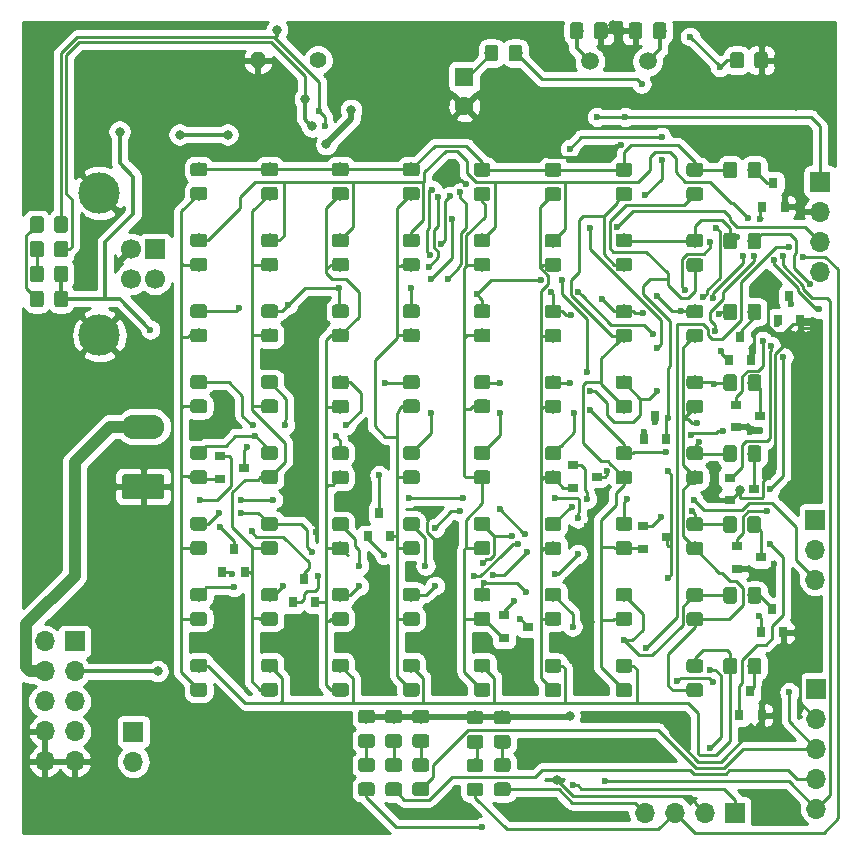
<source format=gbr>
G04 #@! TF.GenerationSoftware,KiCad,Pcbnew,(5.1.4)-1*
G04 #@! TF.CreationDate,2020-06-16T16:04:13+02:00*
G04 #@! TF.ProjectId,SensorPlayBoard,53656e73-6f72-4506-9c61-79426f617264,rev?*
G04 #@! TF.SameCoordinates,Original*
G04 #@! TF.FileFunction,Copper,L1,Top*
G04 #@! TF.FilePolarity,Positive*
%FSLAX46Y46*%
G04 Gerber Fmt 4.6, Leading zero omitted, Abs format (unit mm)*
G04 Created by KiCad (PCBNEW (5.1.4)-1) date 2020-06-16 16:04:13*
%MOMM*%
%LPD*%
G04 APERTURE LIST*
%ADD10O,1.700000X1.700000*%
%ADD11R,1.700000X1.700000*%
%ADD12C,0.100000*%
%ADD13C,1.150000*%
%ADD14C,2.080000*%
%ADD15O,3.600000X2.080000*%
%ADD16C,1.700000*%
%ADD17C,3.500000*%
%ADD18R,1.600000X1.600000*%
%ADD19C,1.600000*%
%ADD20C,1.400000*%
%ADD21O,1.400000X1.400000*%
%ADD22C,1.500000*%
%ADD23R,0.800000X0.900000*%
%ADD24R,0.900000X0.800000*%
%ADD25C,0.600000*%
%ADD26C,0.800000*%
%ADD27C,0.250000*%
%ADD28C,0.500000*%
%ADD29C,0.355600*%
%ADD30C,1.000000*%
%ADD31C,0.254000*%
G04 APERTURE END LIST*
D10*
X183280000Y-117600000D03*
X185820000Y-117600000D03*
X188360000Y-117600000D03*
D11*
X190900000Y-117600000D03*
D10*
X197800000Y-117260000D03*
X197800000Y-114720000D03*
X197800000Y-112180000D03*
X197800000Y-109640000D03*
D11*
X197800000Y-107100000D03*
D10*
X197700000Y-97880000D03*
X197700000Y-95340000D03*
D11*
X197700000Y-92800000D03*
D10*
X198100000Y-71800000D03*
X198100000Y-69260000D03*
X198100000Y-66720000D03*
D11*
X198100000Y-64180000D03*
D12*
G36*
X177849505Y-50701204D02*
G01*
X177873773Y-50704804D01*
X177897572Y-50710765D01*
X177920671Y-50719030D01*
X177942850Y-50729520D01*
X177963893Y-50742132D01*
X177983599Y-50756747D01*
X178001777Y-50773223D01*
X178018253Y-50791401D01*
X178032868Y-50811107D01*
X178045480Y-50832150D01*
X178055970Y-50854329D01*
X178064235Y-50877428D01*
X178070196Y-50901227D01*
X178073796Y-50925495D01*
X178075000Y-50949999D01*
X178075000Y-51850001D01*
X178073796Y-51874505D01*
X178070196Y-51898773D01*
X178064235Y-51922572D01*
X178055970Y-51945671D01*
X178045480Y-51967850D01*
X178032868Y-51988893D01*
X178018253Y-52008599D01*
X178001777Y-52026777D01*
X177983599Y-52043253D01*
X177963893Y-52057868D01*
X177942850Y-52070480D01*
X177920671Y-52080970D01*
X177897572Y-52089235D01*
X177873773Y-52095196D01*
X177849505Y-52098796D01*
X177825001Y-52100000D01*
X177174999Y-52100000D01*
X177150495Y-52098796D01*
X177126227Y-52095196D01*
X177102428Y-52089235D01*
X177079329Y-52080970D01*
X177057150Y-52070480D01*
X177036107Y-52057868D01*
X177016401Y-52043253D01*
X176998223Y-52026777D01*
X176981747Y-52008599D01*
X176967132Y-51988893D01*
X176954520Y-51967850D01*
X176944030Y-51945671D01*
X176935765Y-51922572D01*
X176929804Y-51898773D01*
X176926204Y-51874505D01*
X176925000Y-51850001D01*
X176925000Y-50949999D01*
X176926204Y-50925495D01*
X176929804Y-50901227D01*
X176935765Y-50877428D01*
X176944030Y-50854329D01*
X176954520Y-50832150D01*
X176967132Y-50811107D01*
X176981747Y-50791401D01*
X176998223Y-50773223D01*
X177016401Y-50756747D01*
X177036107Y-50742132D01*
X177057150Y-50729520D01*
X177079329Y-50719030D01*
X177102428Y-50710765D01*
X177126227Y-50704804D01*
X177150495Y-50701204D01*
X177174999Y-50700000D01*
X177825001Y-50700000D01*
X177849505Y-50701204D01*
X177849505Y-50701204D01*
G37*
D13*
X177500000Y-51400000D03*
D12*
G36*
X179899505Y-50701204D02*
G01*
X179923773Y-50704804D01*
X179947572Y-50710765D01*
X179970671Y-50719030D01*
X179992850Y-50729520D01*
X180013893Y-50742132D01*
X180033599Y-50756747D01*
X180051777Y-50773223D01*
X180068253Y-50791401D01*
X180082868Y-50811107D01*
X180095480Y-50832150D01*
X180105970Y-50854329D01*
X180114235Y-50877428D01*
X180120196Y-50901227D01*
X180123796Y-50925495D01*
X180125000Y-50949999D01*
X180125000Y-51850001D01*
X180123796Y-51874505D01*
X180120196Y-51898773D01*
X180114235Y-51922572D01*
X180105970Y-51945671D01*
X180095480Y-51967850D01*
X180082868Y-51988893D01*
X180068253Y-52008599D01*
X180051777Y-52026777D01*
X180033599Y-52043253D01*
X180013893Y-52057868D01*
X179992850Y-52070480D01*
X179970671Y-52080970D01*
X179947572Y-52089235D01*
X179923773Y-52095196D01*
X179899505Y-52098796D01*
X179875001Y-52100000D01*
X179224999Y-52100000D01*
X179200495Y-52098796D01*
X179176227Y-52095196D01*
X179152428Y-52089235D01*
X179129329Y-52080970D01*
X179107150Y-52070480D01*
X179086107Y-52057868D01*
X179066401Y-52043253D01*
X179048223Y-52026777D01*
X179031747Y-52008599D01*
X179017132Y-51988893D01*
X179004520Y-51967850D01*
X178994030Y-51945671D01*
X178985765Y-51922572D01*
X178979804Y-51898773D01*
X178976204Y-51874505D01*
X178975000Y-51850001D01*
X178975000Y-50949999D01*
X178976204Y-50925495D01*
X178979804Y-50901227D01*
X178985765Y-50877428D01*
X178994030Y-50854329D01*
X179004520Y-50832150D01*
X179017132Y-50811107D01*
X179031747Y-50791401D01*
X179048223Y-50773223D01*
X179066401Y-50756747D01*
X179086107Y-50742132D01*
X179107150Y-50729520D01*
X179129329Y-50719030D01*
X179152428Y-50710765D01*
X179176227Y-50704804D01*
X179200495Y-50701204D01*
X179224999Y-50700000D01*
X179875001Y-50700000D01*
X179899505Y-50701204D01*
X179899505Y-50701204D01*
G37*
D13*
X179550000Y-51400000D03*
D12*
G36*
X182824505Y-50701204D02*
G01*
X182848773Y-50704804D01*
X182872572Y-50710765D01*
X182895671Y-50719030D01*
X182917850Y-50729520D01*
X182938893Y-50742132D01*
X182958599Y-50756747D01*
X182976777Y-50773223D01*
X182993253Y-50791401D01*
X183007868Y-50811107D01*
X183020480Y-50832150D01*
X183030970Y-50854329D01*
X183039235Y-50877428D01*
X183045196Y-50901227D01*
X183048796Y-50925495D01*
X183050000Y-50949999D01*
X183050000Y-51850001D01*
X183048796Y-51874505D01*
X183045196Y-51898773D01*
X183039235Y-51922572D01*
X183030970Y-51945671D01*
X183020480Y-51967850D01*
X183007868Y-51988893D01*
X182993253Y-52008599D01*
X182976777Y-52026777D01*
X182958599Y-52043253D01*
X182938893Y-52057868D01*
X182917850Y-52070480D01*
X182895671Y-52080970D01*
X182872572Y-52089235D01*
X182848773Y-52095196D01*
X182824505Y-52098796D01*
X182800001Y-52100000D01*
X182149999Y-52100000D01*
X182125495Y-52098796D01*
X182101227Y-52095196D01*
X182077428Y-52089235D01*
X182054329Y-52080970D01*
X182032150Y-52070480D01*
X182011107Y-52057868D01*
X181991401Y-52043253D01*
X181973223Y-52026777D01*
X181956747Y-52008599D01*
X181942132Y-51988893D01*
X181929520Y-51967850D01*
X181919030Y-51945671D01*
X181910765Y-51922572D01*
X181904804Y-51898773D01*
X181901204Y-51874505D01*
X181900000Y-51850001D01*
X181900000Y-50949999D01*
X181901204Y-50925495D01*
X181904804Y-50901227D01*
X181910765Y-50877428D01*
X181919030Y-50854329D01*
X181929520Y-50832150D01*
X181942132Y-50811107D01*
X181956747Y-50791401D01*
X181973223Y-50773223D01*
X181991401Y-50756747D01*
X182011107Y-50742132D01*
X182032150Y-50729520D01*
X182054329Y-50719030D01*
X182077428Y-50710765D01*
X182101227Y-50704804D01*
X182125495Y-50701204D01*
X182149999Y-50700000D01*
X182800001Y-50700000D01*
X182824505Y-50701204D01*
X182824505Y-50701204D01*
G37*
D13*
X182475000Y-51400000D03*
D12*
G36*
X184874505Y-50701204D02*
G01*
X184898773Y-50704804D01*
X184922572Y-50710765D01*
X184945671Y-50719030D01*
X184967850Y-50729520D01*
X184988893Y-50742132D01*
X185008599Y-50756747D01*
X185026777Y-50773223D01*
X185043253Y-50791401D01*
X185057868Y-50811107D01*
X185070480Y-50832150D01*
X185080970Y-50854329D01*
X185089235Y-50877428D01*
X185095196Y-50901227D01*
X185098796Y-50925495D01*
X185100000Y-50949999D01*
X185100000Y-51850001D01*
X185098796Y-51874505D01*
X185095196Y-51898773D01*
X185089235Y-51922572D01*
X185080970Y-51945671D01*
X185070480Y-51967850D01*
X185057868Y-51988893D01*
X185043253Y-52008599D01*
X185026777Y-52026777D01*
X185008599Y-52043253D01*
X184988893Y-52057868D01*
X184967850Y-52070480D01*
X184945671Y-52080970D01*
X184922572Y-52089235D01*
X184898773Y-52095196D01*
X184874505Y-52098796D01*
X184850001Y-52100000D01*
X184199999Y-52100000D01*
X184175495Y-52098796D01*
X184151227Y-52095196D01*
X184127428Y-52089235D01*
X184104329Y-52080970D01*
X184082150Y-52070480D01*
X184061107Y-52057868D01*
X184041401Y-52043253D01*
X184023223Y-52026777D01*
X184006747Y-52008599D01*
X183992132Y-51988893D01*
X183979520Y-51967850D01*
X183969030Y-51945671D01*
X183960765Y-51922572D01*
X183954804Y-51898773D01*
X183951204Y-51874505D01*
X183950000Y-51850001D01*
X183950000Y-50949999D01*
X183951204Y-50925495D01*
X183954804Y-50901227D01*
X183960765Y-50877428D01*
X183969030Y-50854329D01*
X183979520Y-50832150D01*
X183992132Y-50811107D01*
X184006747Y-50791401D01*
X184023223Y-50773223D01*
X184041401Y-50756747D01*
X184061107Y-50742132D01*
X184082150Y-50729520D01*
X184104329Y-50719030D01*
X184127428Y-50710765D01*
X184151227Y-50704804D01*
X184175495Y-50701204D01*
X184199999Y-50700000D01*
X184850001Y-50700000D01*
X184874505Y-50701204D01*
X184874505Y-50701204D01*
G37*
D13*
X184525000Y-51400000D03*
D12*
G36*
X193474505Y-53201204D02*
G01*
X193498773Y-53204804D01*
X193522572Y-53210765D01*
X193545671Y-53219030D01*
X193567850Y-53229520D01*
X193588893Y-53242132D01*
X193608599Y-53256747D01*
X193626777Y-53273223D01*
X193643253Y-53291401D01*
X193657868Y-53311107D01*
X193670480Y-53332150D01*
X193680970Y-53354329D01*
X193689235Y-53377428D01*
X193695196Y-53401227D01*
X193698796Y-53425495D01*
X193700000Y-53449999D01*
X193700000Y-54350001D01*
X193698796Y-54374505D01*
X193695196Y-54398773D01*
X193689235Y-54422572D01*
X193680970Y-54445671D01*
X193670480Y-54467850D01*
X193657868Y-54488893D01*
X193643253Y-54508599D01*
X193626777Y-54526777D01*
X193608599Y-54543253D01*
X193588893Y-54557868D01*
X193567850Y-54570480D01*
X193545671Y-54580970D01*
X193522572Y-54589235D01*
X193498773Y-54595196D01*
X193474505Y-54598796D01*
X193450001Y-54600000D01*
X192799999Y-54600000D01*
X192775495Y-54598796D01*
X192751227Y-54595196D01*
X192727428Y-54589235D01*
X192704329Y-54580970D01*
X192682150Y-54570480D01*
X192661107Y-54557868D01*
X192641401Y-54543253D01*
X192623223Y-54526777D01*
X192606747Y-54508599D01*
X192592132Y-54488893D01*
X192579520Y-54467850D01*
X192569030Y-54445671D01*
X192560765Y-54422572D01*
X192554804Y-54398773D01*
X192551204Y-54374505D01*
X192550000Y-54350001D01*
X192550000Y-53449999D01*
X192551204Y-53425495D01*
X192554804Y-53401227D01*
X192560765Y-53377428D01*
X192569030Y-53354329D01*
X192579520Y-53332150D01*
X192592132Y-53311107D01*
X192606747Y-53291401D01*
X192623223Y-53273223D01*
X192641401Y-53256747D01*
X192661107Y-53242132D01*
X192682150Y-53229520D01*
X192704329Y-53219030D01*
X192727428Y-53210765D01*
X192751227Y-53204804D01*
X192775495Y-53201204D01*
X192799999Y-53200000D01*
X193450001Y-53200000D01*
X193474505Y-53201204D01*
X193474505Y-53201204D01*
G37*
D13*
X193125000Y-53900000D03*
D12*
G36*
X191424505Y-53201204D02*
G01*
X191448773Y-53204804D01*
X191472572Y-53210765D01*
X191495671Y-53219030D01*
X191517850Y-53229520D01*
X191538893Y-53242132D01*
X191558599Y-53256747D01*
X191576777Y-53273223D01*
X191593253Y-53291401D01*
X191607868Y-53311107D01*
X191620480Y-53332150D01*
X191630970Y-53354329D01*
X191639235Y-53377428D01*
X191645196Y-53401227D01*
X191648796Y-53425495D01*
X191650000Y-53449999D01*
X191650000Y-54350001D01*
X191648796Y-54374505D01*
X191645196Y-54398773D01*
X191639235Y-54422572D01*
X191630970Y-54445671D01*
X191620480Y-54467850D01*
X191607868Y-54488893D01*
X191593253Y-54508599D01*
X191576777Y-54526777D01*
X191558599Y-54543253D01*
X191538893Y-54557868D01*
X191517850Y-54570480D01*
X191495671Y-54580970D01*
X191472572Y-54589235D01*
X191448773Y-54595196D01*
X191424505Y-54598796D01*
X191400001Y-54600000D01*
X190749999Y-54600000D01*
X190725495Y-54598796D01*
X190701227Y-54595196D01*
X190677428Y-54589235D01*
X190654329Y-54580970D01*
X190632150Y-54570480D01*
X190611107Y-54557868D01*
X190591401Y-54543253D01*
X190573223Y-54526777D01*
X190556747Y-54508599D01*
X190542132Y-54488893D01*
X190529520Y-54467850D01*
X190519030Y-54445671D01*
X190510765Y-54422572D01*
X190504804Y-54398773D01*
X190501204Y-54374505D01*
X190500000Y-54350001D01*
X190500000Y-53449999D01*
X190501204Y-53425495D01*
X190504804Y-53401227D01*
X190510765Y-53377428D01*
X190519030Y-53354329D01*
X190529520Y-53332150D01*
X190542132Y-53311107D01*
X190556747Y-53291401D01*
X190573223Y-53273223D01*
X190591401Y-53256747D01*
X190611107Y-53242132D01*
X190632150Y-53229520D01*
X190654329Y-53219030D01*
X190677428Y-53210765D01*
X190701227Y-53204804D01*
X190725495Y-53201204D01*
X190749999Y-53200000D01*
X191400001Y-53200000D01*
X191424505Y-53201204D01*
X191424505Y-53201204D01*
G37*
D13*
X191075000Y-53900000D03*
D12*
G36*
X164774505Y-115051204D02*
G01*
X164798773Y-115054804D01*
X164822572Y-115060765D01*
X164845671Y-115069030D01*
X164867850Y-115079520D01*
X164888893Y-115092132D01*
X164908599Y-115106747D01*
X164926777Y-115123223D01*
X164943253Y-115141401D01*
X164957868Y-115161107D01*
X164970480Y-115182150D01*
X164980970Y-115204329D01*
X164989235Y-115227428D01*
X164995196Y-115251227D01*
X164998796Y-115275495D01*
X165000000Y-115299999D01*
X165000000Y-115950001D01*
X164998796Y-115974505D01*
X164995196Y-115998773D01*
X164989235Y-116022572D01*
X164980970Y-116045671D01*
X164970480Y-116067850D01*
X164957868Y-116088893D01*
X164943253Y-116108599D01*
X164926777Y-116126777D01*
X164908599Y-116143253D01*
X164888893Y-116157868D01*
X164867850Y-116170480D01*
X164845671Y-116180970D01*
X164822572Y-116189235D01*
X164798773Y-116195196D01*
X164774505Y-116198796D01*
X164750001Y-116200000D01*
X163849999Y-116200000D01*
X163825495Y-116198796D01*
X163801227Y-116195196D01*
X163777428Y-116189235D01*
X163754329Y-116180970D01*
X163732150Y-116170480D01*
X163711107Y-116157868D01*
X163691401Y-116143253D01*
X163673223Y-116126777D01*
X163656747Y-116108599D01*
X163642132Y-116088893D01*
X163629520Y-116067850D01*
X163619030Y-116045671D01*
X163610765Y-116022572D01*
X163604804Y-115998773D01*
X163601204Y-115974505D01*
X163600000Y-115950001D01*
X163600000Y-115299999D01*
X163601204Y-115275495D01*
X163604804Y-115251227D01*
X163610765Y-115227428D01*
X163619030Y-115204329D01*
X163629520Y-115182150D01*
X163642132Y-115161107D01*
X163656747Y-115141401D01*
X163673223Y-115123223D01*
X163691401Y-115106747D01*
X163711107Y-115092132D01*
X163732150Y-115079520D01*
X163754329Y-115069030D01*
X163777428Y-115060765D01*
X163801227Y-115054804D01*
X163825495Y-115051204D01*
X163849999Y-115050000D01*
X164750001Y-115050000D01*
X164774505Y-115051204D01*
X164774505Y-115051204D01*
G37*
D13*
X164300000Y-115625000D03*
D12*
G36*
X164774505Y-113001204D02*
G01*
X164798773Y-113004804D01*
X164822572Y-113010765D01*
X164845671Y-113019030D01*
X164867850Y-113029520D01*
X164888893Y-113042132D01*
X164908599Y-113056747D01*
X164926777Y-113073223D01*
X164943253Y-113091401D01*
X164957868Y-113111107D01*
X164970480Y-113132150D01*
X164980970Y-113154329D01*
X164989235Y-113177428D01*
X164995196Y-113201227D01*
X164998796Y-113225495D01*
X165000000Y-113249999D01*
X165000000Y-113900001D01*
X164998796Y-113924505D01*
X164995196Y-113948773D01*
X164989235Y-113972572D01*
X164980970Y-113995671D01*
X164970480Y-114017850D01*
X164957868Y-114038893D01*
X164943253Y-114058599D01*
X164926777Y-114076777D01*
X164908599Y-114093253D01*
X164888893Y-114107868D01*
X164867850Y-114120480D01*
X164845671Y-114130970D01*
X164822572Y-114139235D01*
X164798773Y-114145196D01*
X164774505Y-114148796D01*
X164750001Y-114150000D01*
X163849999Y-114150000D01*
X163825495Y-114148796D01*
X163801227Y-114145196D01*
X163777428Y-114139235D01*
X163754329Y-114130970D01*
X163732150Y-114120480D01*
X163711107Y-114107868D01*
X163691401Y-114093253D01*
X163673223Y-114076777D01*
X163656747Y-114058599D01*
X163642132Y-114038893D01*
X163629520Y-114017850D01*
X163619030Y-113995671D01*
X163610765Y-113972572D01*
X163604804Y-113948773D01*
X163601204Y-113924505D01*
X163600000Y-113900001D01*
X163600000Y-113249999D01*
X163601204Y-113225495D01*
X163604804Y-113201227D01*
X163610765Y-113177428D01*
X163619030Y-113154329D01*
X163629520Y-113132150D01*
X163642132Y-113111107D01*
X163656747Y-113091401D01*
X163673223Y-113073223D01*
X163691401Y-113056747D01*
X163711107Y-113042132D01*
X163732150Y-113029520D01*
X163754329Y-113019030D01*
X163777428Y-113010765D01*
X163801227Y-113004804D01*
X163825495Y-113001204D01*
X163849999Y-113000000D01*
X164750001Y-113000000D01*
X164774505Y-113001204D01*
X164774505Y-113001204D01*
G37*
D13*
X164300000Y-113575000D03*
D12*
G36*
X162474505Y-115051204D02*
G01*
X162498773Y-115054804D01*
X162522572Y-115060765D01*
X162545671Y-115069030D01*
X162567850Y-115079520D01*
X162588893Y-115092132D01*
X162608599Y-115106747D01*
X162626777Y-115123223D01*
X162643253Y-115141401D01*
X162657868Y-115161107D01*
X162670480Y-115182150D01*
X162680970Y-115204329D01*
X162689235Y-115227428D01*
X162695196Y-115251227D01*
X162698796Y-115275495D01*
X162700000Y-115299999D01*
X162700000Y-115950001D01*
X162698796Y-115974505D01*
X162695196Y-115998773D01*
X162689235Y-116022572D01*
X162680970Y-116045671D01*
X162670480Y-116067850D01*
X162657868Y-116088893D01*
X162643253Y-116108599D01*
X162626777Y-116126777D01*
X162608599Y-116143253D01*
X162588893Y-116157868D01*
X162567850Y-116170480D01*
X162545671Y-116180970D01*
X162522572Y-116189235D01*
X162498773Y-116195196D01*
X162474505Y-116198796D01*
X162450001Y-116200000D01*
X161549999Y-116200000D01*
X161525495Y-116198796D01*
X161501227Y-116195196D01*
X161477428Y-116189235D01*
X161454329Y-116180970D01*
X161432150Y-116170480D01*
X161411107Y-116157868D01*
X161391401Y-116143253D01*
X161373223Y-116126777D01*
X161356747Y-116108599D01*
X161342132Y-116088893D01*
X161329520Y-116067850D01*
X161319030Y-116045671D01*
X161310765Y-116022572D01*
X161304804Y-115998773D01*
X161301204Y-115974505D01*
X161300000Y-115950001D01*
X161300000Y-115299999D01*
X161301204Y-115275495D01*
X161304804Y-115251227D01*
X161310765Y-115227428D01*
X161319030Y-115204329D01*
X161329520Y-115182150D01*
X161342132Y-115161107D01*
X161356747Y-115141401D01*
X161373223Y-115123223D01*
X161391401Y-115106747D01*
X161411107Y-115092132D01*
X161432150Y-115079520D01*
X161454329Y-115069030D01*
X161477428Y-115060765D01*
X161501227Y-115054804D01*
X161525495Y-115051204D01*
X161549999Y-115050000D01*
X162450001Y-115050000D01*
X162474505Y-115051204D01*
X162474505Y-115051204D01*
G37*
D13*
X162000000Y-115625000D03*
D12*
G36*
X162474505Y-113001204D02*
G01*
X162498773Y-113004804D01*
X162522572Y-113010765D01*
X162545671Y-113019030D01*
X162567850Y-113029520D01*
X162588893Y-113042132D01*
X162608599Y-113056747D01*
X162626777Y-113073223D01*
X162643253Y-113091401D01*
X162657868Y-113111107D01*
X162670480Y-113132150D01*
X162680970Y-113154329D01*
X162689235Y-113177428D01*
X162695196Y-113201227D01*
X162698796Y-113225495D01*
X162700000Y-113249999D01*
X162700000Y-113900001D01*
X162698796Y-113924505D01*
X162695196Y-113948773D01*
X162689235Y-113972572D01*
X162680970Y-113995671D01*
X162670480Y-114017850D01*
X162657868Y-114038893D01*
X162643253Y-114058599D01*
X162626777Y-114076777D01*
X162608599Y-114093253D01*
X162588893Y-114107868D01*
X162567850Y-114120480D01*
X162545671Y-114130970D01*
X162522572Y-114139235D01*
X162498773Y-114145196D01*
X162474505Y-114148796D01*
X162450001Y-114150000D01*
X161549999Y-114150000D01*
X161525495Y-114148796D01*
X161501227Y-114145196D01*
X161477428Y-114139235D01*
X161454329Y-114130970D01*
X161432150Y-114120480D01*
X161411107Y-114107868D01*
X161391401Y-114093253D01*
X161373223Y-114076777D01*
X161356747Y-114058599D01*
X161342132Y-114038893D01*
X161329520Y-114017850D01*
X161319030Y-113995671D01*
X161310765Y-113972572D01*
X161304804Y-113948773D01*
X161301204Y-113924505D01*
X161300000Y-113900001D01*
X161300000Y-113249999D01*
X161301204Y-113225495D01*
X161304804Y-113201227D01*
X161310765Y-113177428D01*
X161319030Y-113154329D01*
X161329520Y-113132150D01*
X161342132Y-113111107D01*
X161356747Y-113091401D01*
X161373223Y-113073223D01*
X161391401Y-113056747D01*
X161411107Y-113042132D01*
X161432150Y-113029520D01*
X161454329Y-113019030D01*
X161477428Y-113010765D01*
X161501227Y-113004804D01*
X161525495Y-113001204D01*
X161549999Y-113000000D01*
X162450001Y-113000000D01*
X162474505Y-113001204D01*
X162474505Y-113001204D01*
G37*
D13*
X162000000Y-113575000D03*
D12*
G36*
X160174505Y-113001204D02*
G01*
X160198773Y-113004804D01*
X160222572Y-113010765D01*
X160245671Y-113019030D01*
X160267850Y-113029520D01*
X160288893Y-113042132D01*
X160308599Y-113056747D01*
X160326777Y-113073223D01*
X160343253Y-113091401D01*
X160357868Y-113111107D01*
X160370480Y-113132150D01*
X160380970Y-113154329D01*
X160389235Y-113177428D01*
X160395196Y-113201227D01*
X160398796Y-113225495D01*
X160400000Y-113249999D01*
X160400000Y-113900001D01*
X160398796Y-113924505D01*
X160395196Y-113948773D01*
X160389235Y-113972572D01*
X160380970Y-113995671D01*
X160370480Y-114017850D01*
X160357868Y-114038893D01*
X160343253Y-114058599D01*
X160326777Y-114076777D01*
X160308599Y-114093253D01*
X160288893Y-114107868D01*
X160267850Y-114120480D01*
X160245671Y-114130970D01*
X160222572Y-114139235D01*
X160198773Y-114145196D01*
X160174505Y-114148796D01*
X160150001Y-114150000D01*
X159249999Y-114150000D01*
X159225495Y-114148796D01*
X159201227Y-114145196D01*
X159177428Y-114139235D01*
X159154329Y-114130970D01*
X159132150Y-114120480D01*
X159111107Y-114107868D01*
X159091401Y-114093253D01*
X159073223Y-114076777D01*
X159056747Y-114058599D01*
X159042132Y-114038893D01*
X159029520Y-114017850D01*
X159019030Y-113995671D01*
X159010765Y-113972572D01*
X159004804Y-113948773D01*
X159001204Y-113924505D01*
X159000000Y-113900001D01*
X159000000Y-113249999D01*
X159001204Y-113225495D01*
X159004804Y-113201227D01*
X159010765Y-113177428D01*
X159019030Y-113154329D01*
X159029520Y-113132150D01*
X159042132Y-113111107D01*
X159056747Y-113091401D01*
X159073223Y-113073223D01*
X159091401Y-113056747D01*
X159111107Y-113042132D01*
X159132150Y-113029520D01*
X159154329Y-113019030D01*
X159177428Y-113010765D01*
X159201227Y-113004804D01*
X159225495Y-113001204D01*
X159249999Y-113000000D01*
X160150001Y-113000000D01*
X160174505Y-113001204D01*
X160174505Y-113001204D01*
G37*
D13*
X159700000Y-113575000D03*
D12*
G36*
X160174505Y-115051204D02*
G01*
X160198773Y-115054804D01*
X160222572Y-115060765D01*
X160245671Y-115069030D01*
X160267850Y-115079520D01*
X160288893Y-115092132D01*
X160308599Y-115106747D01*
X160326777Y-115123223D01*
X160343253Y-115141401D01*
X160357868Y-115161107D01*
X160370480Y-115182150D01*
X160380970Y-115204329D01*
X160389235Y-115227428D01*
X160395196Y-115251227D01*
X160398796Y-115275495D01*
X160400000Y-115299999D01*
X160400000Y-115950001D01*
X160398796Y-115974505D01*
X160395196Y-115998773D01*
X160389235Y-116022572D01*
X160380970Y-116045671D01*
X160370480Y-116067850D01*
X160357868Y-116088893D01*
X160343253Y-116108599D01*
X160326777Y-116126777D01*
X160308599Y-116143253D01*
X160288893Y-116157868D01*
X160267850Y-116170480D01*
X160245671Y-116180970D01*
X160222572Y-116189235D01*
X160198773Y-116195196D01*
X160174505Y-116198796D01*
X160150001Y-116200000D01*
X159249999Y-116200000D01*
X159225495Y-116198796D01*
X159201227Y-116195196D01*
X159177428Y-116189235D01*
X159154329Y-116180970D01*
X159132150Y-116170480D01*
X159111107Y-116157868D01*
X159091401Y-116143253D01*
X159073223Y-116126777D01*
X159056747Y-116108599D01*
X159042132Y-116088893D01*
X159029520Y-116067850D01*
X159019030Y-116045671D01*
X159010765Y-116022572D01*
X159004804Y-115998773D01*
X159001204Y-115974505D01*
X159000000Y-115950001D01*
X159000000Y-115299999D01*
X159001204Y-115275495D01*
X159004804Y-115251227D01*
X159010765Y-115227428D01*
X159019030Y-115204329D01*
X159029520Y-115182150D01*
X159042132Y-115161107D01*
X159056747Y-115141401D01*
X159073223Y-115123223D01*
X159091401Y-115106747D01*
X159111107Y-115092132D01*
X159132150Y-115079520D01*
X159154329Y-115069030D01*
X159177428Y-115060765D01*
X159201227Y-115054804D01*
X159225495Y-115051204D01*
X159249999Y-115050000D01*
X160150001Y-115050000D01*
X160174505Y-115051204D01*
X160174505Y-115051204D01*
G37*
D13*
X159700000Y-115625000D03*
D12*
G36*
X169374505Y-113026204D02*
G01*
X169398773Y-113029804D01*
X169422572Y-113035765D01*
X169445671Y-113044030D01*
X169467850Y-113054520D01*
X169488893Y-113067132D01*
X169508599Y-113081747D01*
X169526777Y-113098223D01*
X169543253Y-113116401D01*
X169557868Y-113136107D01*
X169570480Y-113157150D01*
X169580970Y-113179329D01*
X169589235Y-113202428D01*
X169595196Y-113226227D01*
X169598796Y-113250495D01*
X169600000Y-113274999D01*
X169600000Y-113925001D01*
X169598796Y-113949505D01*
X169595196Y-113973773D01*
X169589235Y-113997572D01*
X169580970Y-114020671D01*
X169570480Y-114042850D01*
X169557868Y-114063893D01*
X169543253Y-114083599D01*
X169526777Y-114101777D01*
X169508599Y-114118253D01*
X169488893Y-114132868D01*
X169467850Y-114145480D01*
X169445671Y-114155970D01*
X169422572Y-114164235D01*
X169398773Y-114170196D01*
X169374505Y-114173796D01*
X169350001Y-114175000D01*
X168449999Y-114175000D01*
X168425495Y-114173796D01*
X168401227Y-114170196D01*
X168377428Y-114164235D01*
X168354329Y-114155970D01*
X168332150Y-114145480D01*
X168311107Y-114132868D01*
X168291401Y-114118253D01*
X168273223Y-114101777D01*
X168256747Y-114083599D01*
X168242132Y-114063893D01*
X168229520Y-114042850D01*
X168219030Y-114020671D01*
X168210765Y-113997572D01*
X168204804Y-113973773D01*
X168201204Y-113949505D01*
X168200000Y-113925001D01*
X168200000Y-113274999D01*
X168201204Y-113250495D01*
X168204804Y-113226227D01*
X168210765Y-113202428D01*
X168219030Y-113179329D01*
X168229520Y-113157150D01*
X168242132Y-113136107D01*
X168256747Y-113116401D01*
X168273223Y-113098223D01*
X168291401Y-113081747D01*
X168311107Y-113067132D01*
X168332150Y-113054520D01*
X168354329Y-113044030D01*
X168377428Y-113035765D01*
X168401227Y-113029804D01*
X168425495Y-113026204D01*
X168449999Y-113025000D01*
X169350001Y-113025000D01*
X169374505Y-113026204D01*
X169374505Y-113026204D01*
G37*
D13*
X168900000Y-113600000D03*
D12*
G36*
X169374505Y-115076204D02*
G01*
X169398773Y-115079804D01*
X169422572Y-115085765D01*
X169445671Y-115094030D01*
X169467850Y-115104520D01*
X169488893Y-115117132D01*
X169508599Y-115131747D01*
X169526777Y-115148223D01*
X169543253Y-115166401D01*
X169557868Y-115186107D01*
X169570480Y-115207150D01*
X169580970Y-115229329D01*
X169589235Y-115252428D01*
X169595196Y-115276227D01*
X169598796Y-115300495D01*
X169600000Y-115324999D01*
X169600000Y-115975001D01*
X169598796Y-115999505D01*
X169595196Y-116023773D01*
X169589235Y-116047572D01*
X169580970Y-116070671D01*
X169570480Y-116092850D01*
X169557868Y-116113893D01*
X169543253Y-116133599D01*
X169526777Y-116151777D01*
X169508599Y-116168253D01*
X169488893Y-116182868D01*
X169467850Y-116195480D01*
X169445671Y-116205970D01*
X169422572Y-116214235D01*
X169398773Y-116220196D01*
X169374505Y-116223796D01*
X169350001Y-116225000D01*
X168449999Y-116225000D01*
X168425495Y-116223796D01*
X168401227Y-116220196D01*
X168377428Y-116214235D01*
X168354329Y-116205970D01*
X168332150Y-116195480D01*
X168311107Y-116182868D01*
X168291401Y-116168253D01*
X168273223Y-116151777D01*
X168256747Y-116133599D01*
X168242132Y-116113893D01*
X168229520Y-116092850D01*
X168219030Y-116070671D01*
X168210765Y-116047572D01*
X168204804Y-116023773D01*
X168201204Y-115999505D01*
X168200000Y-115975001D01*
X168200000Y-115324999D01*
X168201204Y-115300495D01*
X168204804Y-115276227D01*
X168210765Y-115252428D01*
X168219030Y-115229329D01*
X168229520Y-115207150D01*
X168242132Y-115186107D01*
X168256747Y-115166401D01*
X168273223Y-115148223D01*
X168291401Y-115131747D01*
X168311107Y-115117132D01*
X168332150Y-115104520D01*
X168354329Y-115094030D01*
X168377428Y-115085765D01*
X168401227Y-115079804D01*
X168425495Y-115076204D01*
X168449999Y-115075000D01*
X169350001Y-115075000D01*
X169374505Y-115076204D01*
X169374505Y-115076204D01*
G37*
D13*
X168900000Y-115650000D03*
D12*
G36*
X171674505Y-115051204D02*
G01*
X171698773Y-115054804D01*
X171722572Y-115060765D01*
X171745671Y-115069030D01*
X171767850Y-115079520D01*
X171788893Y-115092132D01*
X171808599Y-115106747D01*
X171826777Y-115123223D01*
X171843253Y-115141401D01*
X171857868Y-115161107D01*
X171870480Y-115182150D01*
X171880970Y-115204329D01*
X171889235Y-115227428D01*
X171895196Y-115251227D01*
X171898796Y-115275495D01*
X171900000Y-115299999D01*
X171900000Y-115950001D01*
X171898796Y-115974505D01*
X171895196Y-115998773D01*
X171889235Y-116022572D01*
X171880970Y-116045671D01*
X171870480Y-116067850D01*
X171857868Y-116088893D01*
X171843253Y-116108599D01*
X171826777Y-116126777D01*
X171808599Y-116143253D01*
X171788893Y-116157868D01*
X171767850Y-116170480D01*
X171745671Y-116180970D01*
X171722572Y-116189235D01*
X171698773Y-116195196D01*
X171674505Y-116198796D01*
X171650001Y-116200000D01*
X170749999Y-116200000D01*
X170725495Y-116198796D01*
X170701227Y-116195196D01*
X170677428Y-116189235D01*
X170654329Y-116180970D01*
X170632150Y-116170480D01*
X170611107Y-116157868D01*
X170591401Y-116143253D01*
X170573223Y-116126777D01*
X170556747Y-116108599D01*
X170542132Y-116088893D01*
X170529520Y-116067850D01*
X170519030Y-116045671D01*
X170510765Y-116022572D01*
X170504804Y-115998773D01*
X170501204Y-115974505D01*
X170500000Y-115950001D01*
X170500000Y-115299999D01*
X170501204Y-115275495D01*
X170504804Y-115251227D01*
X170510765Y-115227428D01*
X170519030Y-115204329D01*
X170529520Y-115182150D01*
X170542132Y-115161107D01*
X170556747Y-115141401D01*
X170573223Y-115123223D01*
X170591401Y-115106747D01*
X170611107Y-115092132D01*
X170632150Y-115079520D01*
X170654329Y-115069030D01*
X170677428Y-115060765D01*
X170701227Y-115054804D01*
X170725495Y-115051204D01*
X170749999Y-115050000D01*
X171650001Y-115050000D01*
X171674505Y-115051204D01*
X171674505Y-115051204D01*
G37*
D13*
X171200000Y-115625000D03*
D12*
G36*
X171674505Y-113001204D02*
G01*
X171698773Y-113004804D01*
X171722572Y-113010765D01*
X171745671Y-113019030D01*
X171767850Y-113029520D01*
X171788893Y-113042132D01*
X171808599Y-113056747D01*
X171826777Y-113073223D01*
X171843253Y-113091401D01*
X171857868Y-113111107D01*
X171870480Y-113132150D01*
X171880970Y-113154329D01*
X171889235Y-113177428D01*
X171895196Y-113201227D01*
X171898796Y-113225495D01*
X171900000Y-113249999D01*
X171900000Y-113900001D01*
X171898796Y-113924505D01*
X171895196Y-113948773D01*
X171889235Y-113972572D01*
X171880970Y-113995671D01*
X171870480Y-114017850D01*
X171857868Y-114038893D01*
X171843253Y-114058599D01*
X171826777Y-114076777D01*
X171808599Y-114093253D01*
X171788893Y-114107868D01*
X171767850Y-114120480D01*
X171745671Y-114130970D01*
X171722572Y-114139235D01*
X171698773Y-114145196D01*
X171674505Y-114148796D01*
X171650001Y-114150000D01*
X170749999Y-114150000D01*
X170725495Y-114148796D01*
X170701227Y-114145196D01*
X170677428Y-114139235D01*
X170654329Y-114130970D01*
X170632150Y-114120480D01*
X170611107Y-114107868D01*
X170591401Y-114093253D01*
X170573223Y-114076777D01*
X170556747Y-114058599D01*
X170542132Y-114038893D01*
X170529520Y-114017850D01*
X170519030Y-113995671D01*
X170510765Y-113972572D01*
X170504804Y-113948773D01*
X170501204Y-113924505D01*
X170500000Y-113900001D01*
X170500000Y-113249999D01*
X170501204Y-113225495D01*
X170504804Y-113201227D01*
X170510765Y-113177428D01*
X170519030Y-113154329D01*
X170529520Y-113132150D01*
X170542132Y-113111107D01*
X170556747Y-113091401D01*
X170573223Y-113073223D01*
X170591401Y-113056747D01*
X170611107Y-113042132D01*
X170632150Y-113029520D01*
X170654329Y-113019030D01*
X170677428Y-113010765D01*
X170701227Y-113004804D01*
X170725495Y-113001204D01*
X170749999Y-113000000D01*
X171650001Y-113000000D01*
X171674505Y-113001204D01*
X171674505Y-113001204D01*
G37*
D13*
X171200000Y-113575000D03*
D12*
G36*
X132149505Y-67101204D02*
G01*
X132173773Y-67104804D01*
X132197572Y-67110765D01*
X132220671Y-67119030D01*
X132242850Y-67129520D01*
X132263893Y-67142132D01*
X132283599Y-67156747D01*
X132301777Y-67173223D01*
X132318253Y-67191401D01*
X132332868Y-67211107D01*
X132345480Y-67232150D01*
X132355970Y-67254329D01*
X132364235Y-67277428D01*
X132370196Y-67301227D01*
X132373796Y-67325495D01*
X132375000Y-67349999D01*
X132375000Y-68250001D01*
X132373796Y-68274505D01*
X132370196Y-68298773D01*
X132364235Y-68322572D01*
X132355970Y-68345671D01*
X132345480Y-68367850D01*
X132332868Y-68388893D01*
X132318253Y-68408599D01*
X132301777Y-68426777D01*
X132283599Y-68443253D01*
X132263893Y-68457868D01*
X132242850Y-68470480D01*
X132220671Y-68480970D01*
X132197572Y-68489235D01*
X132173773Y-68495196D01*
X132149505Y-68498796D01*
X132125001Y-68500000D01*
X131474999Y-68500000D01*
X131450495Y-68498796D01*
X131426227Y-68495196D01*
X131402428Y-68489235D01*
X131379329Y-68480970D01*
X131357150Y-68470480D01*
X131336107Y-68457868D01*
X131316401Y-68443253D01*
X131298223Y-68426777D01*
X131281747Y-68408599D01*
X131267132Y-68388893D01*
X131254520Y-68367850D01*
X131244030Y-68345671D01*
X131235765Y-68322572D01*
X131229804Y-68298773D01*
X131226204Y-68274505D01*
X131225000Y-68250001D01*
X131225000Y-67349999D01*
X131226204Y-67325495D01*
X131229804Y-67301227D01*
X131235765Y-67277428D01*
X131244030Y-67254329D01*
X131254520Y-67232150D01*
X131267132Y-67211107D01*
X131281747Y-67191401D01*
X131298223Y-67173223D01*
X131316401Y-67156747D01*
X131336107Y-67142132D01*
X131357150Y-67129520D01*
X131379329Y-67119030D01*
X131402428Y-67110765D01*
X131426227Y-67104804D01*
X131450495Y-67101204D01*
X131474999Y-67100000D01*
X132125001Y-67100000D01*
X132149505Y-67101204D01*
X132149505Y-67101204D01*
G37*
D13*
X131800000Y-67800000D03*
D12*
G36*
X134199505Y-67101204D02*
G01*
X134223773Y-67104804D01*
X134247572Y-67110765D01*
X134270671Y-67119030D01*
X134292850Y-67129520D01*
X134313893Y-67142132D01*
X134333599Y-67156747D01*
X134351777Y-67173223D01*
X134368253Y-67191401D01*
X134382868Y-67211107D01*
X134395480Y-67232150D01*
X134405970Y-67254329D01*
X134414235Y-67277428D01*
X134420196Y-67301227D01*
X134423796Y-67325495D01*
X134425000Y-67349999D01*
X134425000Y-68250001D01*
X134423796Y-68274505D01*
X134420196Y-68298773D01*
X134414235Y-68322572D01*
X134405970Y-68345671D01*
X134395480Y-68367850D01*
X134382868Y-68388893D01*
X134368253Y-68408599D01*
X134351777Y-68426777D01*
X134333599Y-68443253D01*
X134313893Y-68457868D01*
X134292850Y-68470480D01*
X134270671Y-68480970D01*
X134247572Y-68489235D01*
X134223773Y-68495196D01*
X134199505Y-68498796D01*
X134175001Y-68500000D01*
X133524999Y-68500000D01*
X133500495Y-68498796D01*
X133476227Y-68495196D01*
X133452428Y-68489235D01*
X133429329Y-68480970D01*
X133407150Y-68470480D01*
X133386107Y-68457868D01*
X133366401Y-68443253D01*
X133348223Y-68426777D01*
X133331747Y-68408599D01*
X133317132Y-68388893D01*
X133304520Y-68367850D01*
X133294030Y-68345671D01*
X133285765Y-68322572D01*
X133279804Y-68298773D01*
X133276204Y-68274505D01*
X133275000Y-68250001D01*
X133275000Y-67349999D01*
X133276204Y-67325495D01*
X133279804Y-67301227D01*
X133285765Y-67277428D01*
X133294030Y-67254329D01*
X133304520Y-67232150D01*
X133317132Y-67211107D01*
X133331747Y-67191401D01*
X133348223Y-67173223D01*
X133366401Y-67156747D01*
X133386107Y-67142132D01*
X133407150Y-67129520D01*
X133429329Y-67119030D01*
X133452428Y-67110765D01*
X133476227Y-67104804D01*
X133500495Y-67101204D01*
X133524999Y-67100000D01*
X134175001Y-67100000D01*
X134199505Y-67101204D01*
X134199505Y-67101204D01*
G37*
D13*
X133850000Y-67800000D03*
D12*
G36*
X134199505Y-69201204D02*
G01*
X134223773Y-69204804D01*
X134247572Y-69210765D01*
X134270671Y-69219030D01*
X134292850Y-69229520D01*
X134313893Y-69242132D01*
X134333599Y-69256747D01*
X134351777Y-69273223D01*
X134368253Y-69291401D01*
X134382868Y-69311107D01*
X134395480Y-69332150D01*
X134405970Y-69354329D01*
X134414235Y-69377428D01*
X134420196Y-69401227D01*
X134423796Y-69425495D01*
X134425000Y-69449999D01*
X134425000Y-70350001D01*
X134423796Y-70374505D01*
X134420196Y-70398773D01*
X134414235Y-70422572D01*
X134405970Y-70445671D01*
X134395480Y-70467850D01*
X134382868Y-70488893D01*
X134368253Y-70508599D01*
X134351777Y-70526777D01*
X134333599Y-70543253D01*
X134313893Y-70557868D01*
X134292850Y-70570480D01*
X134270671Y-70580970D01*
X134247572Y-70589235D01*
X134223773Y-70595196D01*
X134199505Y-70598796D01*
X134175001Y-70600000D01*
X133524999Y-70600000D01*
X133500495Y-70598796D01*
X133476227Y-70595196D01*
X133452428Y-70589235D01*
X133429329Y-70580970D01*
X133407150Y-70570480D01*
X133386107Y-70557868D01*
X133366401Y-70543253D01*
X133348223Y-70526777D01*
X133331747Y-70508599D01*
X133317132Y-70488893D01*
X133304520Y-70467850D01*
X133294030Y-70445671D01*
X133285765Y-70422572D01*
X133279804Y-70398773D01*
X133276204Y-70374505D01*
X133275000Y-70350001D01*
X133275000Y-69449999D01*
X133276204Y-69425495D01*
X133279804Y-69401227D01*
X133285765Y-69377428D01*
X133294030Y-69354329D01*
X133304520Y-69332150D01*
X133317132Y-69311107D01*
X133331747Y-69291401D01*
X133348223Y-69273223D01*
X133366401Y-69256747D01*
X133386107Y-69242132D01*
X133407150Y-69229520D01*
X133429329Y-69219030D01*
X133452428Y-69210765D01*
X133476227Y-69204804D01*
X133500495Y-69201204D01*
X133524999Y-69200000D01*
X134175001Y-69200000D01*
X134199505Y-69201204D01*
X134199505Y-69201204D01*
G37*
D13*
X133850000Y-69900000D03*
D12*
G36*
X132149505Y-69201204D02*
G01*
X132173773Y-69204804D01*
X132197572Y-69210765D01*
X132220671Y-69219030D01*
X132242850Y-69229520D01*
X132263893Y-69242132D01*
X132283599Y-69256747D01*
X132301777Y-69273223D01*
X132318253Y-69291401D01*
X132332868Y-69311107D01*
X132345480Y-69332150D01*
X132355970Y-69354329D01*
X132364235Y-69377428D01*
X132370196Y-69401227D01*
X132373796Y-69425495D01*
X132375000Y-69449999D01*
X132375000Y-70350001D01*
X132373796Y-70374505D01*
X132370196Y-70398773D01*
X132364235Y-70422572D01*
X132355970Y-70445671D01*
X132345480Y-70467850D01*
X132332868Y-70488893D01*
X132318253Y-70508599D01*
X132301777Y-70526777D01*
X132283599Y-70543253D01*
X132263893Y-70557868D01*
X132242850Y-70570480D01*
X132220671Y-70580970D01*
X132197572Y-70589235D01*
X132173773Y-70595196D01*
X132149505Y-70598796D01*
X132125001Y-70600000D01*
X131474999Y-70600000D01*
X131450495Y-70598796D01*
X131426227Y-70595196D01*
X131402428Y-70589235D01*
X131379329Y-70580970D01*
X131357150Y-70570480D01*
X131336107Y-70557868D01*
X131316401Y-70543253D01*
X131298223Y-70526777D01*
X131281747Y-70508599D01*
X131267132Y-70488893D01*
X131254520Y-70467850D01*
X131244030Y-70445671D01*
X131235765Y-70422572D01*
X131229804Y-70398773D01*
X131226204Y-70374505D01*
X131225000Y-70350001D01*
X131225000Y-69449999D01*
X131226204Y-69425495D01*
X131229804Y-69401227D01*
X131235765Y-69377428D01*
X131244030Y-69354329D01*
X131254520Y-69332150D01*
X131267132Y-69311107D01*
X131281747Y-69291401D01*
X131298223Y-69273223D01*
X131316401Y-69256747D01*
X131336107Y-69242132D01*
X131357150Y-69229520D01*
X131379329Y-69219030D01*
X131402428Y-69210765D01*
X131426227Y-69204804D01*
X131450495Y-69201204D01*
X131474999Y-69200000D01*
X132125001Y-69200000D01*
X132149505Y-69201204D01*
X132149505Y-69201204D01*
G37*
D13*
X131800000Y-69900000D03*
D12*
G36*
X142374505Y-88961204D02*
G01*
X142398773Y-88964804D01*
X142422572Y-88970765D01*
X142445671Y-88979030D01*
X142467850Y-88989520D01*
X142488893Y-89002132D01*
X142508599Y-89016747D01*
X142526777Y-89033223D01*
X142543253Y-89051401D01*
X142557868Y-89071107D01*
X142570480Y-89092150D01*
X142580970Y-89114329D01*
X142589235Y-89137428D01*
X142595196Y-89161227D01*
X142598796Y-89185495D01*
X142600000Y-89209999D01*
X142600000Y-90790001D01*
X142598796Y-90814505D01*
X142595196Y-90838773D01*
X142589235Y-90862572D01*
X142580970Y-90885671D01*
X142570480Y-90907850D01*
X142557868Y-90928893D01*
X142543253Y-90948599D01*
X142526777Y-90966777D01*
X142508599Y-90983253D01*
X142488893Y-90997868D01*
X142467850Y-91010480D01*
X142445671Y-91020970D01*
X142422572Y-91029235D01*
X142398773Y-91035196D01*
X142374505Y-91038796D01*
X142350001Y-91040000D01*
X139249999Y-91040000D01*
X139225495Y-91038796D01*
X139201227Y-91035196D01*
X139177428Y-91029235D01*
X139154329Y-91020970D01*
X139132150Y-91010480D01*
X139111107Y-90997868D01*
X139091401Y-90983253D01*
X139073223Y-90966777D01*
X139056747Y-90948599D01*
X139042132Y-90928893D01*
X139029520Y-90907850D01*
X139019030Y-90885671D01*
X139010765Y-90862572D01*
X139004804Y-90838773D01*
X139001204Y-90814505D01*
X139000000Y-90790001D01*
X139000000Y-89209999D01*
X139001204Y-89185495D01*
X139004804Y-89161227D01*
X139010765Y-89137428D01*
X139019030Y-89114329D01*
X139029520Y-89092150D01*
X139042132Y-89071107D01*
X139056747Y-89051401D01*
X139073223Y-89033223D01*
X139091401Y-89016747D01*
X139111107Y-89002132D01*
X139132150Y-88989520D01*
X139154329Y-88979030D01*
X139177428Y-88970765D01*
X139201227Y-88964804D01*
X139225495Y-88961204D01*
X139249999Y-88960000D01*
X142350001Y-88960000D01*
X142374505Y-88961204D01*
X142374505Y-88961204D01*
G37*
D14*
X140800000Y-90000000D03*
D15*
X140800000Y-84920000D03*
D11*
X135000000Y-103100000D03*
D10*
X132460000Y-103100000D03*
X135000000Y-105640000D03*
X132460000Y-105640000D03*
X135000000Y-108180000D03*
X132460000Y-108180000D03*
X135000000Y-110720000D03*
X132460000Y-110720000D03*
X135000000Y-113260000D03*
X132460000Y-113260000D03*
D11*
X141800000Y-69900000D03*
D16*
X141800000Y-72400000D03*
X139800000Y-72400000D03*
X139800000Y-69900000D03*
D17*
X137090000Y-65130000D03*
X137090000Y-77170000D03*
D11*
X139954000Y-110744000D03*
D10*
X139954000Y-113284000D03*
D18*
X168000000Y-55300000D03*
D19*
X168000000Y-57800000D03*
D20*
X155600000Y-53900000D03*
D21*
X150520000Y-53900000D03*
D12*
G36*
X172674505Y-52601204D02*
G01*
X172698773Y-52604804D01*
X172722572Y-52610765D01*
X172745671Y-52619030D01*
X172767850Y-52629520D01*
X172788893Y-52642132D01*
X172808599Y-52656747D01*
X172826777Y-52673223D01*
X172843253Y-52691401D01*
X172857868Y-52711107D01*
X172870480Y-52732150D01*
X172880970Y-52754329D01*
X172889235Y-52777428D01*
X172895196Y-52801227D01*
X172898796Y-52825495D01*
X172900000Y-52849999D01*
X172900000Y-53750001D01*
X172898796Y-53774505D01*
X172895196Y-53798773D01*
X172889235Y-53822572D01*
X172880970Y-53845671D01*
X172870480Y-53867850D01*
X172857868Y-53888893D01*
X172843253Y-53908599D01*
X172826777Y-53926777D01*
X172808599Y-53943253D01*
X172788893Y-53957868D01*
X172767850Y-53970480D01*
X172745671Y-53980970D01*
X172722572Y-53989235D01*
X172698773Y-53995196D01*
X172674505Y-53998796D01*
X172650001Y-54000000D01*
X171999999Y-54000000D01*
X171975495Y-53998796D01*
X171951227Y-53995196D01*
X171927428Y-53989235D01*
X171904329Y-53980970D01*
X171882150Y-53970480D01*
X171861107Y-53957868D01*
X171841401Y-53943253D01*
X171823223Y-53926777D01*
X171806747Y-53908599D01*
X171792132Y-53888893D01*
X171779520Y-53867850D01*
X171769030Y-53845671D01*
X171760765Y-53822572D01*
X171754804Y-53798773D01*
X171751204Y-53774505D01*
X171750000Y-53750001D01*
X171750000Y-52849999D01*
X171751204Y-52825495D01*
X171754804Y-52801227D01*
X171760765Y-52777428D01*
X171769030Y-52754329D01*
X171779520Y-52732150D01*
X171792132Y-52711107D01*
X171806747Y-52691401D01*
X171823223Y-52673223D01*
X171841401Y-52656747D01*
X171861107Y-52642132D01*
X171882150Y-52629520D01*
X171904329Y-52619030D01*
X171927428Y-52610765D01*
X171951227Y-52604804D01*
X171975495Y-52601204D01*
X171999999Y-52600000D01*
X172650001Y-52600000D01*
X172674505Y-52601204D01*
X172674505Y-52601204D01*
G37*
D13*
X172325000Y-53300000D03*
D12*
G36*
X170624505Y-52601204D02*
G01*
X170648773Y-52604804D01*
X170672572Y-52610765D01*
X170695671Y-52619030D01*
X170717850Y-52629520D01*
X170738893Y-52642132D01*
X170758599Y-52656747D01*
X170776777Y-52673223D01*
X170793253Y-52691401D01*
X170807868Y-52711107D01*
X170820480Y-52732150D01*
X170830970Y-52754329D01*
X170839235Y-52777428D01*
X170845196Y-52801227D01*
X170848796Y-52825495D01*
X170850000Y-52849999D01*
X170850000Y-53750001D01*
X170848796Y-53774505D01*
X170845196Y-53798773D01*
X170839235Y-53822572D01*
X170830970Y-53845671D01*
X170820480Y-53867850D01*
X170807868Y-53888893D01*
X170793253Y-53908599D01*
X170776777Y-53926777D01*
X170758599Y-53943253D01*
X170738893Y-53957868D01*
X170717850Y-53970480D01*
X170695671Y-53980970D01*
X170672572Y-53989235D01*
X170648773Y-53995196D01*
X170624505Y-53998796D01*
X170600001Y-54000000D01*
X169949999Y-54000000D01*
X169925495Y-53998796D01*
X169901227Y-53995196D01*
X169877428Y-53989235D01*
X169854329Y-53980970D01*
X169832150Y-53970480D01*
X169811107Y-53957868D01*
X169791401Y-53943253D01*
X169773223Y-53926777D01*
X169756747Y-53908599D01*
X169742132Y-53888893D01*
X169729520Y-53867850D01*
X169719030Y-53845671D01*
X169710765Y-53822572D01*
X169704804Y-53798773D01*
X169701204Y-53774505D01*
X169700000Y-53750001D01*
X169700000Y-52849999D01*
X169701204Y-52825495D01*
X169704804Y-52801227D01*
X169710765Y-52777428D01*
X169719030Y-52754329D01*
X169729520Y-52732150D01*
X169742132Y-52711107D01*
X169756747Y-52691401D01*
X169773223Y-52673223D01*
X169791401Y-52656747D01*
X169811107Y-52642132D01*
X169832150Y-52629520D01*
X169854329Y-52619030D01*
X169877428Y-52610765D01*
X169901227Y-52604804D01*
X169925495Y-52601204D01*
X169949999Y-52600000D01*
X170600001Y-52600000D01*
X170624505Y-52601204D01*
X170624505Y-52601204D01*
G37*
D13*
X170275000Y-53300000D03*
D12*
G36*
X164774505Y-110951204D02*
G01*
X164798773Y-110954804D01*
X164822572Y-110960765D01*
X164845671Y-110969030D01*
X164867850Y-110979520D01*
X164888893Y-110992132D01*
X164908599Y-111006747D01*
X164926777Y-111023223D01*
X164943253Y-111041401D01*
X164957868Y-111061107D01*
X164970480Y-111082150D01*
X164980970Y-111104329D01*
X164989235Y-111127428D01*
X164995196Y-111151227D01*
X164998796Y-111175495D01*
X165000000Y-111199999D01*
X165000000Y-111850001D01*
X164998796Y-111874505D01*
X164995196Y-111898773D01*
X164989235Y-111922572D01*
X164980970Y-111945671D01*
X164970480Y-111967850D01*
X164957868Y-111988893D01*
X164943253Y-112008599D01*
X164926777Y-112026777D01*
X164908599Y-112043253D01*
X164888893Y-112057868D01*
X164867850Y-112070480D01*
X164845671Y-112080970D01*
X164822572Y-112089235D01*
X164798773Y-112095196D01*
X164774505Y-112098796D01*
X164750001Y-112100000D01*
X163849999Y-112100000D01*
X163825495Y-112098796D01*
X163801227Y-112095196D01*
X163777428Y-112089235D01*
X163754329Y-112080970D01*
X163732150Y-112070480D01*
X163711107Y-112057868D01*
X163691401Y-112043253D01*
X163673223Y-112026777D01*
X163656747Y-112008599D01*
X163642132Y-111988893D01*
X163629520Y-111967850D01*
X163619030Y-111945671D01*
X163610765Y-111922572D01*
X163604804Y-111898773D01*
X163601204Y-111874505D01*
X163600000Y-111850001D01*
X163600000Y-111199999D01*
X163601204Y-111175495D01*
X163604804Y-111151227D01*
X163610765Y-111127428D01*
X163619030Y-111104329D01*
X163629520Y-111082150D01*
X163642132Y-111061107D01*
X163656747Y-111041401D01*
X163673223Y-111023223D01*
X163691401Y-111006747D01*
X163711107Y-110992132D01*
X163732150Y-110979520D01*
X163754329Y-110969030D01*
X163777428Y-110960765D01*
X163801227Y-110954804D01*
X163825495Y-110951204D01*
X163849999Y-110950000D01*
X164750001Y-110950000D01*
X164774505Y-110951204D01*
X164774505Y-110951204D01*
G37*
D13*
X164300000Y-111525000D03*
D12*
G36*
X164774505Y-108901204D02*
G01*
X164798773Y-108904804D01*
X164822572Y-108910765D01*
X164845671Y-108919030D01*
X164867850Y-108929520D01*
X164888893Y-108942132D01*
X164908599Y-108956747D01*
X164926777Y-108973223D01*
X164943253Y-108991401D01*
X164957868Y-109011107D01*
X164970480Y-109032150D01*
X164980970Y-109054329D01*
X164989235Y-109077428D01*
X164995196Y-109101227D01*
X164998796Y-109125495D01*
X165000000Y-109149999D01*
X165000000Y-109800001D01*
X164998796Y-109824505D01*
X164995196Y-109848773D01*
X164989235Y-109872572D01*
X164980970Y-109895671D01*
X164970480Y-109917850D01*
X164957868Y-109938893D01*
X164943253Y-109958599D01*
X164926777Y-109976777D01*
X164908599Y-109993253D01*
X164888893Y-110007868D01*
X164867850Y-110020480D01*
X164845671Y-110030970D01*
X164822572Y-110039235D01*
X164798773Y-110045196D01*
X164774505Y-110048796D01*
X164750001Y-110050000D01*
X163849999Y-110050000D01*
X163825495Y-110048796D01*
X163801227Y-110045196D01*
X163777428Y-110039235D01*
X163754329Y-110030970D01*
X163732150Y-110020480D01*
X163711107Y-110007868D01*
X163691401Y-109993253D01*
X163673223Y-109976777D01*
X163656747Y-109958599D01*
X163642132Y-109938893D01*
X163629520Y-109917850D01*
X163619030Y-109895671D01*
X163610765Y-109872572D01*
X163604804Y-109848773D01*
X163601204Y-109824505D01*
X163600000Y-109800001D01*
X163600000Y-109149999D01*
X163601204Y-109125495D01*
X163604804Y-109101227D01*
X163610765Y-109077428D01*
X163619030Y-109054329D01*
X163629520Y-109032150D01*
X163642132Y-109011107D01*
X163656747Y-108991401D01*
X163673223Y-108973223D01*
X163691401Y-108956747D01*
X163711107Y-108942132D01*
X163732150Y-108929520D01*
X163754329Y-108919030D01*
X163777428Y-108910765D01*
X163801227Y-108904804D01*
X163825495Y-108901204D01*
X163849999Y-108900000D01*
X164750001Y-108900000D01*
X164774505Y-108901204D01*
X164774505Y-108901204D01*
G37*
D13*
X164300000Y-109475000D03*
D12*
G36*
X162474505Y-110951204D02*
G01*
X162498773Y-110954804D01*
X162522572Y-110960765D01*
X162545671Y-110969030D01*
X162567850Y-110979520D01*
X162588893Y-110992132D01*
X162608599Y-111006747D01*
X162626777Y-111023223D01*
X162643253Y-111041401D01*
X162657868Y-111061107D01*
X162670480Y-111082150D01*
X162680970Y-111104329D01*
X162689235Y-111127428D01*
X162695196Y-111151227D01*
X162698796Y-111175495D01*
X162700000Y-111199999D01*
X162700000Y-111850001D01*
X162698796Y-111874505D01*
X162695196Y-111898773D01*
X162689235Y-111922572D01*
X162680970Y-111945671D01*
X162670480Y-111967850D01*
X162657868Y-111988893D01*
X162643253Y-112008599D01*
X162626777Y-112026777D01*
X162608599Y-112043253D01*
X162588893Y-112057868D01*
X162567850Y-112070480D01*
X162545671Y-112080970D01*
X162522572Y-112089235D01*
X162498773Y-112095196D01*
X162474505Y-112098796D01*
X162450001Y-112100000D01*
X161549999Y-112100000D01*
X161525495Y-112098796D01*
X161501227Y-112095196D01*
X161477428Y-112089235D01*
X161454329Y-112080970D01*
X161432150Y-112070480D01*
X161411107Y-112057868D01*
X161391401Y-112043253D01*
X161373223Y-112026777D01*
X161356747Y-112008599D01*
X161342132Y-111988893D01*
X161329520Y-111967850D01*
X161319030Y-111945671D01*
X161310765Y-111922572D01*
X161304804Y-111898773D01*
X161301204Y-111874505D01*
X161300000Y-111850001D01*
X161300000Y-111199999D01*
X161301204Y-111175495D01*
X161304804Y-111151227D01*
X161310765Y-111127428D01*
X161319030Y-111104329D01*
X161329520Y-111082150D01*
X161342132Y-111061107D01*
X161356747Y-111041401D01*
X161373223Y-111023223D01*
X161391401Y-111006747D01*
X161411107Y-110992132D01*
X161432150Y-110979520D01*
X161454329Y-110969030D01*
X161477428Y-110960765D01*
X161501227Y-110954804D01*
X161525495Y-110951204D01*
X161549999Y-110950000D01*
X162450001Y-110950000D01*
X162474505Y-110951204D01*
X162474505Y-110951204D01*
G37*
D13*
X162000000Y-111525000D03*
D12*
G36*
X162474505Y-108901204D02*
G01*
X162498773Y-108904804D01*
X162522572Y-108910765D01*
X162545671Y-108919030D01*
X162567850Y-108929520D01*
X162588893Y-108942132D01*
X162608599Y-108956747D01*
X162626777Y-108973223D01*
X162643253Y-108991401D01*
X162657868Y-109011107D01*
X162670480Y-109032150D01*
X162680970Y-109054329D01*
X162689235Y-109077428D01*
X162695196Y-109101227D01*
X162698796Y-109125495D01*
X162700000Y-109149999D01*
X162700000Y-109800001D01*
X162698796Y-109824505D01*
X162695196Y-109848773D01*
X162689235Y-109872572D01*
X162680970Y-109895671D01*
X162670480Y-109917850D01*
X162657868Y-109938893D01*
X162643253Y-109958599D01*
X162626777Y-109976777D01*
X162608599Y-109993253D01*
X162588893Y-110007868D01*
X162567850Y-110020480D01*
X162545671Y-110030970D01*
X162522572Y-110039235D01*
X162498773Y-110045196D01*
X162474505Y-110048796D01*
X162450001Y-110050000D01*
X161549999Y-110050000D01*
X161525495Y-110048796D01*
X161501227Y-110045196D01*
X161477428Y-110039235D01*
X161454329Y-110030970D01*
X161432150Y-110020480D01*
X161411107Y-110007868D01*
X161391401Y-109993253D01*
X161373223Y-109976777D01*
X161356747Y-109958599D01*
X161342132Y-109938893D01*
X161329520Y-109917850D01*
X161319030Y-109895671D01*
X161310765Y-109872572D01*
X161304804Y-109848773D01*
X161301204Y-109824505D01*
X161300000Y-109800001D01*
X161300000Y-109149999D01*
X161301204Y-109125495D01*
X161304804Y-109101227D01*
X161310765Y-109077428D01*
X161319030Y-109054329D01*
X161329520Y-109032150D01*
X161342132Y-109011107D01*
X161356747Y-108991401D01*
X161373223Y-108973223D01*
X161391401Y-108956747D01*
X161411107Y-108942132D01*
X161432150Y-108929520D01*
X161454329Y-108919030D01*
X161477428Y-108910765D01*
X161501227Y-108904804D01*
X161525495Y-108901204D01*
X161549999Y-108900000D01*
X162450001Y-108900000D01*
X162474505Y-108901204D01*
X162474505Y-108901204D01*
G37*
D13*
X162000000Y-109475000D03*
D12*
G36*
X160174505Y-108901204D02*
G01*
X160198773Y-108904804D01*
X160222572Y-108910765D01*
X160245671Y-108919030D01*
X160267850Y-108929520D01*
X160288893Y-108942132D01*
X160308599Y-108956747D01*
X160326777Y-108973223D01*
X160343253Y-108991401D01*
X160357868Y-109011107D01*
X160370480Y-109032150D01*
X160380970Y-109054329D01*
X160389235Y-109077428D01*
X160395196Y-109101227D01*
X160398796Y-109125495D01*
X160400000Y-109149999D01*
X160400000Y-109800001D01*
X160398796Y-109824505D01*
X160395196Y-109848773D01*
X160389235Y-109872572D01*
X160380970Y-109895671D01*
X160370480Y-109917850D01*
X160357868Y-109938893D01*
X160343253Y-109958599D01*
X160326777Y-109976777D01*
X160308599Y-109993253D01*
X160288893Y-110007868D01*
X160267850Y-110020480D01*
X160245671Y-110030970D01*
X160222572Y-110039235D01*
X160198773Y-110045196D01*
X160174505Y-110048796D01*
X160150001Y-110050000D01*
X159249999Y-110050000D01*
X159225495Y-110048796D01*
X159201227Y-110045196D01*
X159177428Y-110039235D01*
X159154329Y-110030970D01*
X159132150Y-110020480D01*
X159111107Y-110007868D01*
X159091401Y-109993253D01*
X159073223Y-109976777D01*
X159056747Y-109958599D01*
X159042132Y-109938893D01*
X159029520Y-109917850D01*
X159019030Y-109895671D01*
X159010765Y-109872572D01*
X159004804Y-109848773D01*
X159001204Y-109824505D01*
X159000000Y-109800001D01*
X159000000Y-109149999D01*
X159001204Y-109125495D01*
X159004804Y-109101227D01*
X159010765Y-109077428D01*
X159019030Y-109054329D01*
X159029520Y-109032150D01*
X159042132Y-109011107D01*
X159056747Y-108991401D01*
X159073223Y-108973223D01*
X159091401Y-108956747D01*
X159111107Y-108942132D01*
X159132150Y-108929520D01*
X159154329Y-108919030D01*
X159177428Y-108910765D01*
X159201227Y-108904804D01*
X159225495Y-108901204D01*
X159249999Y-108900000D01*
X160150001Y-108900000D01*
X160174505Y-108901204D01*
X160174505Y-108901204D01*
G37*
D13*
X159700000Y-109475000D03*
D12*
G36*
X160174505Y-110951204D02*
G01*
X160198773Y-110954804D01*
X160222572Y-110960765D01*
X160245671Y-110969030D01*
X160267850Y-110979520D01*
X160288893Y-110992132D01*
X160308599Y-111006747D01*
X160326777Y-111023223D01*
X160343253Y-111041401D01*
X160357868Y-111061107D01*
X160370480Y-111082150D01*
X160380970Y-111104329D01*
X160389235Y-111127428D01*
X160395196Y-111151227D01*
X160398796Y-111175495D01*
X160400000Y-111199999D01*
X160400000Y-111850001D01*
X160398796Y-111874505D01*
X160395196Y-111898773D01*
X160389235Y-111922572D01*
X160380970Y-111945671D01*
X160370480Y-111967850D01*
X160357868Y-111988893D01*
X160343253Y-112008599D01*
X160326777Y-112026777D01*
X160308599Y-112043253D01*
X160288893Y-112057868D01*
X160267850Y-112070480D01*
X160245671Y-112080970D01*
X160222572Y-112089235D01*
X160198773Y-112095196D01*
X160174505Y-112098796D01*
X160150001Y-112100000D01*
X159249999Y-112100000D01*
X159225495Y-112098796D01*
X159201227Y-112095196D01*
X159177428Y-112089235D01*
X159154329Y-112080970D01*
X159132150Y-112070480D01*
X159111107Y-112057868D01*
X159091401Y-112043253D01*
X159073223Y-112026777D01*
X159056747Y-112008599D01*
X159042132Y-111988893D01*
X159029520Y-111967850D01*
X159019030Y-111945671D01*
X159010765Y-111922572D01*
X159004804Y-111898773D01*
X159001204Y-111874505D01*
X159000000Y-111850001D01*
X159000000Y-111199999D01*
X159001204Y-111175495D01*
X159004804Y-111151227D01*
X159010765Y-111127428D01*
X159019030Y-111104329D01*
X159029520Y-111082150D01*
X159042132Y-111061107D01*
X159056747Y-111041401D01*
X159073223Y-111023223D01*
X159091401Y-111006747D01*
X159111107Y-110992132D01*
X159132150Y-110979520D01*
X159154329Y-110969030D01*
X159177428Y-110960765D01*
X159201227Y-110954804D01*
X159225495Y-110951204D01*
X159249999Y-110950000D01*
X160150001Y-110950000D01*
X160174505Y-110951204D01*
X160174505Y-110951204D01*
G37*
D13*
X159700000Y-111525000D03*
D12*
G36*
X169374505Y-108976204D02*
G01*
X169398773Y-108979804D01*
X169422572Y-108985765D01*
X169445671Y-108994030D01*
X169467850Y-109004520D01*
X169488893Y-109017132D01*
X169508599Y-109031747D01*
X169526777Y-109048223D01*
X169543253Y-109066401D01*
X169557868Y-109086107D01*
X169570480Y-109107150D01*
X169580970Y-109129329D01*
X169589235Y-109152428D01*
X169595196Y-109176227D01*
X169598796Y-109200495D01*
X169600000Y-109224999D01*
X169600000Y-109875001D01*
X169598796Y-109899505D01*
X169595196Y-109923773D01*
X169589235Y-109947572D01*
X169580970Y-109970671D01*
X169570480Y-109992850D01*
X169557868Y-110013893D01*
X169543253Y-110033599D01*
X169526777Y-110051777D01*
X169508599Y-110068253D01*
X169488893Y-110082868D01*
X169467850Y-110095480D01*
X169445671Y-110105970D01*
X169422572Y-110114235D01*
X169398773Y-110120196D01*
X169374505Y-110123796D01*
X169350001Y-110125000D01*
X168449999Y-110125000D01*
X168425495Y-110123796D01*
X168401227Y-110120196D01*
X168377428Y-110114235D01*
X168354329Y-110105970D01*
X168332150Y-110095480D01*
X168311107Y-110082868D01*
X168291401Y-110068253D01*
X168273223Y-110051777D01*
X168256747Y-110033599D01*
X168242132Y-110013893D01*
X168229520Y-109992850D01*
X168219030Y-109970671D01*
X168210765Y-109947572D01*
X168204804Y-109923773D01*
X168201204Y-109899505D01*
X168200000Y-109875001D01*
X168200000Y-109224999D01*
X168201204Y-109200495D01*
X168204804Y-109176227D01*
X168210765Y-109152428D01*
X168219030Y-109129329D01*
X168229520Y-109107150D01*
X168242132Y-109086107D01*
X168256747Y-109066401D01*
X168273223Y-109048223D01*
X168291401Y-109031747D01*
X168311107Y-109017132D01*
X168332150Y-109004520D01*
X168354329Y-108994030D01*
X168377428Y-108985765D01*
X168401227Y-108979804D01*
X168425495Y-108976204D01*
X168449999Y-108975000D01*
X169350001Y-108975000D01*
X169374505Y-108976204D01*
X169374505Y-108976204D01*
G37*
D13*
X168900000Y-109550000D03*
D12*
G36*
X169374505Y-111026204D02*
G01*
X169398773Y-111029804D01*
X169422572Y-111035765D01*
X169445671Y-111044030D01*
X169467850Y-111054520D01*
X169488893Y-111067132D01*
X169508599Y-111081747D01*
X169526777Y-111098223D01*
X169543253Y-111116401D01*
X169557868Y-111136107D01*
X169570480Y-111157150D01*
X169580970Y-111179329D01*
X169589235Y-111202428D01*
X169595196Y-111226227D01*
X169598796Y-111250495D01*
X169600000Y-111274999D01*
X169600000Y-111925001D01*
X169598796Y-111949505D01*
X169595196Y-111973773D01*
X169589235Y-111997572D01*
X169580970Y-112020671D01*
X169570480Y-112042850D01*
X169557868Y-112063893D01*
X169543253Y-112083599D01*
X169526777Y-112101777D01*
X169508599Y-112118253D01*
X169488893Y-112132868D01*
X169467850Y-112145480D01*
X169445671Y-112155970D01*
X169422572Y-112164235D01*
X169398773Y-112170196D01*
X169374505Y-112173796D01*
X169350001Y-112175000D01*
X168449999Y-112175000D01*
X168425495Y-112173796D01*
X168401227Y-112170196D01*
X168377428Y-112164235D01*
X168354329Y-112155970D01*
X168332150Y-112145480D01*
X168311107Y-112132868D01*
X168291401Y-112118253D01*
X168273223Y-112101777D01*
X168256747Y-112083599D01*
X168242132Y-112063893D01*
X168229520Y-112042850D01*
X168219030Y-112020671D01*
X168210765Y-111997572D01*
X168204804Y-111973773D01*
X168201204Y-111949505D01*
X168200000Y-111925001D01*
X168200000Y-111274999D01*
X168201204Y-111250495D01*
X168204804Y-111226227D01*
X168210765Y-111202428D01*
X168219030Y-111179329D01*
X168229520Y-111157150D01*
X168242132Y-111136107D01*
X168256747Y-111116401D01*
X168273223Y-111098223D01*
X168291401Y-111081747D01*
X168311107Y-111067132D01*
X168332150Y-111054520D01*
X168354329Y-111044030D01*
X168377428Y-111035765D01*
X168401227Y-111029804D01*
X168425495Y-111026204D01*
X168449999Y-111025000D01*
X169350001Y-111025000D01*
X169374505Y-111026204D01*
X169374505Y-111026204D01*
G37*
D13*
X168900000Y-111600000D03*
D12*
G36*
X171674505Y-111026204D02*
G01*
X171698773Y-111029804D01*
X171722572Y-111035765D01*
X171745671Y-111044030D01*
X171767850Y-111054520D01*
X171788893Y-111067132D01*
X171808599Y-111081747D01*
X171826777Y-111098223D01*
X171843253Y-111116401D01*
X171857868Y-111136107D01*
X171870480Y-111157150D01*
X171880970Y-111179329D01*
X171889235Y-111202428D01*
X171895196Y-111226227D01*
X171898796Y-111250495D01*
X171900000Y-111274999D01*
X171900000Y-111925001D01*
X171898796Y-111949505D01*
X171895196Y-111973773D01*
X171889235Y-111997572D01*
X171880970Y-112020671D01*
X171870480Y-112042850D01*
X171857868Y-112063893D01*
X171843253Y-112083599D01*
X171826777Y-112101777D01*
X171808599Y-112118253D01*
X171788893Y-112132868D01*
X171767850Y-112145480D01*
X171745671Y-112155970D01*
X171722572Y-112164235D01*
X171698773Y-112170196D01*
X171674505Y-112173796D01*
X171650001Y-112175000D01*
X170749999Y-112175000D01*
X170725495Y-112173796D01*
X170701227Y-112170196D01*
X170677428Y-112164235D01*
X170654329Y-112155970D01*
X170632150Y-112145480D01*
X170611107Y-112132868D01*
X170591401Y-112118253D01*
X170573223Y-112101777D01*
X170556747Y-112083599D01*
X170542132Y-112063893D01*
X170529520Y-112042850D01*
X170519030Y-112020671D01*
X170510765Y-111997572D01*
X170504804Y-111973773D01*
X170501204Y-111949505D01*
X170500000Y-111925001D01*
X170500000Y-111274999D01*
X170501204Y-111250495D01*
X170504804Y-111226227D01*
X170510765Y-111202428D01*
X170519030Y-111179329D01*
X170529520Y-111157150D01*
X170542132Y-111136107D01*
X170556747Y-111116401D01*
X170573223Y-111098223D01*
X170591401Y-111081747D01*
X170611107Y-111067132D01*
X170632150Y-111054520D01*
X170654329Y-111044030D01*
X170677428Y-111035765D01*
X170701227Y-111029804D01*
X170725495Y-111026204D01*
X170749999Y-111025000D01*
X171650001Y-111025000D01*
X171674505Y-111026204D01*
X171674505Y-111026204D01*
G37*
D13*
X171200000Y-111600000D03*
D12*
G36*
X171674505Y-108976204D02*
G01*
X171698773Y-108979804D01*
X171722572Y-108985765D01*
X171745671Y-108994030D01*
X171767850Y-109004520D01*
X171788893Y-109017132D01*
X171808599Y-109031747D01*
X171826777Y-109048223D01*
X171843253Y-109066401D01*
X171857868Y-109086107D01*
X171870480Y-109107150D01*
X171880970Y-109129329D01*
X171889235Y-109152428D01*
X171895196Y-109176227D01*
X171898796Y-109200495D01*
X171900000Y-109224999D01*
X171900000Y-109875001D01*
X171898796Y-109899505D01*
X171895196Y-109923773D01*
X171889235Y-109947572D01*
X171880970Y-109970671D01*
X171870480Y-109992850D01*
X171857868Y-110013893D01*
X171843253Y-110033599D01*
X171826777Y-110051777D01*
X171808599Y-110068253D01*
X171788893Y-110082868D01*
X171767850Y-110095480D01*
X171745671Y-110105970D01*
X171722572Y-110114235D01*
X171698773Y-110120196D01*
X171674505Y-110123796D01*
X171650001Y-110125000D01*
X170749999Y-110125000D01*
X170725495Y-110123796D01*
X170701227Y-110120196D01*
X170677428Y-110114235D01*
X170654329Y-110105970D01*
X170632150Y-110095480D01*
X170611107Y-110082868D01*
X170591401Y-110068253D01*
X170573223Y-110051777D01*
X170556747Y-110033599D01*
X170542132Y-110013893D01*
X170529520Y-109992850D01*
X170519030Y-109970671D01*
X170510765Y-109947572D01*
X170504804Y-109923773D01*
X170501204Y-109899505D01*
X170500000Y-109875001D01*
X170500000Y-109224999D01*
X170501204Y-109200495D01*
X170504804Y-109176227D01*
X170510765Y-109152428D01*
X170519030Y-109129329D01*
X170529520Y-109107150D01*
X170542132Y-109086107D01*
X170556747Y-109066401D01*
X170573223Y-109048223D01*
X170591401Y-109031747D01*
X170611107Y-109017132D01*
X170632150Y-109004520D01*
X170654329Y-108994030D01*
X170677428Y-108985765D01*
X170701227Y-108979804D01*
X170725495Y-108976204D01*
X170749999Y-108975000D01*
X171650001Y-108975000D01*
X171674505Y-108976204D01*
X171674505Y-108976204D01*
G37*
D13*
X171200000Y-109550000D03*
D12*
G36*
X134199505Y-73401204D02*
G01*
X134223773Y-73404804D01*
X134247572Y-73410765D01*
X134270671Y-73419030D01*
X134292850Y-73429520D01*
X134313893Y-73442132D01*
X134333599Y-73456747D01*
X134351777Y-73473223D01*
X134368253Y-73491401D01*
X134382868Y-73511107D01*
X134395480Y-73532150D01*
X134405970Y-73554329D01*
X134414235Y-73577428D01*
X134420196Y-73601227D01*
X134423796Y-73625495D01*
X134425000Y-73649999D01*
X134425000Y-74550001D01*
X134423796Y-74574505D01*
X134420196Y-74598773D01*
X134414235Y-74622572D01*
X134405970Y-74645671D01*
X134395480Y-74667850D01*
X134382868Y-74688893D01*
X134368253Y-74708599D01*
X134351777Y-74726777D01*
X134333599Y-74743253D01*
X134313893Y-74757868D01*
X134292850Y-74770480D01*
X134270671Y-74780970D01*
X134247572Y-74789235D01*
X134223773Y-74795196D01*
X134199505Y-74798796D01*
X134175001Y-74800000D01*
X133524999Y-74800000D01*
X133500495Y-74798796D01*
X133476227Y-74795196D01*
X133452428Y-74789235D01*
X133429329Y-74780970D01*
X133407150Y-74770480D01*
X133386107Y-74757868D01*
X133366401Y-74743253D01*
X133348223Y-74726777D01*
X133331747Y-74708599D01*
X133317132Y-74688893D01*
X133304520Y-74667850D01*
X133294030Y-74645671D01*
X133285765Y-74622572D01*
X133279804Y-74598773D01*
X133276204Y-74574505D01*
X133275000Y-74550001D01*
X133275000Y-73649999D01*
X133276204Y-73625495D01*
X133279804Y-73601227D01*
X133285765Y-73577428D01*
X133294030Y-73554329D01*
X133304520Y-73532150D01*
X133317132Y-73511107D01*
X133331747Y-73491401D01*
X133348223Y-73473223D01*
X133366401Y-73456747D01*
X133386107Y-73442132D01*
X133407150Y-73429520D01*
X133429329Y-73419030D01*
X133452428Y-73410765D01*
X133476227Y-73404804D01*
X133500495Y-73401204D01*
X133524999Y-73400000D01*
X134175001Y-73400000D01*
X134199505Y-73401204D01*
X134199505Y-73401204D01*
G37*
D13*
X133850000Y-74100000D03*
D12*
G36*
X132149505Y-73401204D02*
G01*
X132173773Y-73404804D01*
X132197572Y-73410765D01*
X132220671Y-73419030D01*
X132242850Y-73429520D01*
X132263893Y-73442132D01*
X132283599Y-73456747D01*
X132301777Y-73473223D01*
X132318253Y-73491401D01*
X132332868Y-73511107D01*
X132345480Y-73532150D01*
X132355970Y-73554329D01*
X132364235Y-73577428D01*
X132370196Y-73601227D01*
X132373796Y-73625495D01*
X132375000Y-73649999D01*
X132375000Y-74550001D01*
X132373796Y-74574505D01*
X132370196Y-74598773D01*
X132364235Y-74622572D01*
X132355970Y-74645671D01*
X132345480Y-74667850D01*
X132332868Y-74688893D01*
X132318253Y-74708599D01*
X132301777Y-74726777D01*
X132283599Y-74743253D01*
X132263893Y-74757868D01*
X132242850Y-74770480D01*
X132220671Y-74780970D01*
X132197572Y-74789235D01*
X132173773Y-74795196D01*
X132149505Y-74798796D01*
X132125001Y-74800000D01*
X131474999Y-74800000D01*
X131450495Y-74798796D01*
X131426227Y-74795196D01*
X131402428Y-74789235D01*
X131379329Y-74780970D01*
X131357150Y-74770480D01*
X131336107Y-74757868D01*
X131316401Y-74743253D01*
X131298223Y-74726777D01*
X131281747Y-74708599D01*
X131267132Y-74688893D01*
X131254520Y-74667850D01*
X131244030Y-74645671D01*
X131235765Y-74622572D01*
X131229804Y-74598773D01*
X131226204Y-74574505D01*
X131225000Y-74550001D01*
X131225000Y-73649999D01*
X131226204Y-73625495D01*
X131229804Y-73601227D01*
X131235765Y-73577428D01*
X131244030Y-73554329D01*
X131254520Y-73532150D01*
X131267132Y-73511107D01*
X131281747Y-73491401D01*
X131298223Y-73473223D01*
X131316401Y-73456747D01*
X131336107Y-73442132D01*
X131357150Y-73429520D01*
X131379329Y-73419030D01*
X131402428Y-73410765D01*
X131426227Y-73404804D01*
X131450495Y-73401204D01*
X131474999Y-73400000D01*
X132125001Y-73400000D01*
X132149505Y-73401204D01*
X132149505Y-73401204D01*
G37*
D13*
X131800000Y-74100000D03*
D12*
G36*
X132149505Y-71301204D02*
G01*
X132173773Y-71304804D01*
X132197572Y-71310765D01*
X132220671Y-71319030D01*
X132242850Y-71329520D01*
X132263893Y-71342132D01*
X132283599Y-71356747D01*
X132301777Y-71373223D01*
X132318253Y-71391401D01*
X132332868Y-71411107D01*
X132345480Y-71432150D01*
X132355970Y-71454329D01*
X132364235Y-71477428D01*
X132370196Y-71501227D01*
X132373796Y-71525495D01*
X132375000Y-71549999D01*
X132375000Y-72450001D01*
X132373796Y-72474505D01*
X132370196Y-72498773D01*
X132364235Y-72522572D01*
X132355970Y-72545671D01*
X132345480Y-72567850D01*
X132332868Y-72588893D01*
X132318253Y-72608599D01*
X132301777Y-72626777D01*
X132283599Y-72643253D01*
X132263893Y-72657868D01*
X132242850Y-72670480D01*
X132220671Y-72680970D01*
X132197572Y-72689235D01*
X132173773Y-72695196D01*
X132149505Y-72698796D01*
X132125001Y-72700000D01*
X131474999Y-72700000D01*
X131450495Y-72698796D01*
X131426227Y-72695196D01*
X131402428Y-72689235D01*
X131379329Y-72680970D01*
X131357150Y-72670480D01*
X131336107Y-72657868D01*
X131316401Y-72643253D01*
X131298223Y-72626777D01*
X131281747Y-72608599D01*
X131267132Y-72588893D01*
X131254520Y-72567850D01*
X131244030Y-72545671D01*
X131235765Y-72522572D01*
X131229804Y-72498773D01*
X131226204Y-72474505D01*
X131225000Y-72450001D01*
X131225000Y-71549999D01*
X131226204Y-71525495D01*
X131229804Y-71501227D01*
X131235765Y-71477428D01*
X131244030Y-71454329D01*
X131254520Y-71432150D01*
X131267132Y-71411107D01*
X131281747Y-71391401D01*
X131298223Y-71373223D01*
X131316401Y-71356747D01*
X131336107Y-71342132D01*
X131357150Y-71329520D01*
X131379329Y-71319030D01*
X131402428Y-71310765D01*
X131426227Y-71304804D01*
X131450495Y-71301204D01*
X131474999Y-71300000D01*
X132125001Y-71300000D01*
X132149505Y-71301204D01*
X132149505Y-71301204D01*
G37*
D13*
X131800000Y-72000000D03*
D12*
G36*
X134199505Y-71301204D02*
G01*
X134223773Y-71304804D01*
X134247572Y-71310765D01*
X134270671Y-71319030D01*
X134292850Y-71329520D01*
X134313893Y-71342132D01*
X134333599Y-71356747D01*
X134351777Y-71373223D01*
X134368253Y-71391401D01*
X134382868Y-71411107D01*
X134395480Y-71432150D01*
X134405970Y-71454329D01*
X134414235Y-71477428D01*
X134420196Y-71501227D01*
X134423796Y-71525495D01*
X134425000Y-71549999D01*
X134425000Y-72450001D01*
X134423796Y-72474505D01*
X134420196Y-72498773D01*
X134414235Y-72522572D01*
X134405970Y-72545671D01*
X134395480Y-72567850D01*
X134382868Y-72588893D01*
X134368253Y-72608599D01*
X134351777Y-72626777D01*
X134333599Y-72643253D01*
X134313893Y-72657868D01*
X134292850Y-72670480D01*
X134270671Y-72680970D01*
X134247572Y-72689235D01*
X134223773Y-72695196D01*
X134199505Y-72698796D01*
X134175001Y-72700000D01*
X133524999Y-72700000D01*
X133500495Y-72698796D01*
X133476227Y-72695196D01*
X133452428Y-72689235D01*
X133429329Y-72680970D01*
X133407150Y-72670480D01*
X133386107Y-72657868D01*
X133366401Y-72643253D01*
X133348223Y-72626777D01*
X133331747Y-72608599D01*
X133317132Y-72588893D01*
X133304520Y-72567850D01*
X133294030Y-72545671D01*
X133285765Y-72522572D01*
X133279804Y-72498773D01*
X133276204Y-72474505D01*
X133275000Y-72450001D01*
X133275000Y-71549999D01*
X133276204Y-71525495D01*
X133279804Y-71501227D01*
X133285765Y-71477428D01*
X133294030Y-71454329D01*
X133304520Y-71432150D01*
X133317132Y-71411107D01*
X133331747Y-71391401D01*
X133348223Y-71373223D01*
X133366401Y-71356747D01*
X133386107Y-71342132D01*
X133407150Y-71329520D01*
X133429329Y-71319030D01*
X133452428Y-71310765D01*
X133476227Y-71304804D01*
X133500495Y-71301204D01*
X133524999Y-71300000D01*
X134175001Y-71300000D01*
X134199505Y-71301204D01*
X134199505Y-71301204D01*
G37*
D13*
X133850000Y-72000000D03*
D22*
X178620000Y-54000000D03*
X183500000Y-54000000D03*
D12*
G36*
X187974505Y-62601204D02*
G01*
X187998773Y-62604804D01*
X188022572Y-62610765D01*
X188045671Y-62619030D01*
X188067850Y-62629520D01*
X188088893Y-62642132D01*
X188108599Y-62656747D01*
X188126777Y-62673223D01*
X188143253Y-62691401D01*
X188157868Y-62711107D01*
X188170480Y-62732150D01*
X188180970Y-62754329D01*
X188189235Y-62777428D01*
X188195196Y-62801227D01*
X188198796Y-62825495D01*
X188200000Y-62849999D01*
X188200000Y-63500001D01*
X188198796Y-63524505D01*
X188195196Y-63548773D01*
X188189235Y-63572572D01*
X188180970Y-63595671D01*
X188170480Y-63617850D01*
X188157868Y-63638893D01*
X188143253Y-63658599D01*
X188126777Y-63676777D01*
X188108599Y-63693253D01*
X188088893Y-63707868D01*
X188067850Y-63720480D01*
X188045671Y-63730970D01*
X188022572Y-63739235D01*
X187998773Y-63745196D01*
X187974505Y-63748796D01*
X187950001Y-63750000D01*
X187049999Y-63750000D01*
X187025495Y-63748796D01*
X187001227Y-63745196D01*
X186977428Y-63739235D01*
X186954329Y-63730970D01*
X186932150Y-63720480D01*
X186911107Y-63707868D01*
X186891401Y-63693253D01*
X186873223Y-63676777D01*
X186856747Y-63658599D01*
X186842132Y-63638893D01*
X186829520Y-63617850D01*
X186819030Y-63595671D01*
X186810765Y-63572572D01*
X186804804Y-63548773D01*
X186801204Y-63524505D01*
X186800000Y-63500001D01*
X186800000Y-62849999D01*
X186801204Y-62825495D01*
X186804804Y-62801227D01*
X186810765Y-62777428D01*
X186819030Y-62754329D01*
X186829520Y-62732150D01*
X186842132Y-62711107D01*
X186856747Y-62691401D01*
X186873223Y-62673223D01*
X186891401Y-62656747D01*
X186911107Y-62642132D01*
X186932150Y-62629520D01*
X186954329Y-62619030D01*
X186977428Y-62610765D01*
X187001227Y-62604804D01*
X187025495Y-62601204D01*
X187049999Y-62600000D01*
X187950001Y-62600000D01*
X187974505Y-62601204D01*
X187974505Y-62601204D01*
G37*
D13*
X187500000Y-63175000D03*
D12*
G36*
X187974505Y-64651204D02*
G01*
X187998773Y-64654804D01*
X188022572Y-64660765D01*
X188045671Y-64669030D01*
X188067850Y-64679520D01*
X188088893Y-64692132D01*
X188108599Y-64706747D01*
X188126777Y-64723223D01*
X188143253Y-64741401D01*
X188157868Y-64761107D01*
X188170480Y-64782150D01*
X188180970Y-64804329D01*
X188189235Y-64827428D01*
X188195196Y-64851227D01*
X188198796Y-64875495D01*
X188200000Y-64899999D01*
X188200000Y-65550001D01*
X188198796Y-65574505D01*
X188195196Y-65598773D01*
X188189235Y-65622572D01*
X188180970Y-65645671D01*
X188170480Y-65667850D01*
X188157868Y-65688893D01*
X188143253Y-65708599D01*
X188126777Y-65726777D01*
X188108599Y-65743253D01*
X188088893Y-65757868D01*
X188067850Y-65770480D01*
X188045671Y-65780970D01*
X188022572Y-65789235D01*
X187998773Y-65795196D01*
X187974505Y-65798796D01*
X187950001Y-65800000D01*
X187049999Y-65800000D01*
X187025495Y-65798796D01*
X187001227Y-65795196D01*
X186977428Y-65789235D01*
X186954329Y-65780970D01*
X186932150Y-65770480D01*
X186911107Y-65757868D01*
X186891401Y-65743253D01*
X186873223Y-65726777D01*
X186856747Y-65708599D01*
X186842132Y-65688893D01*
X186829520Y-65667850D01*
X186819030Y-65645671D01*
X186810765Y-65622572D01*
X186804804Y-65598773D01*
X186801204Y-65574505D01*
X186800000Y-65550001D01*
X186800000Y-64899999D01*
X186801204Y-64875495D01*
X186804804Y-64851227D01*
X186810765Y-64827428D01*
X186819030Y-64804329D01*
X186829520Y-64782150D01*
X186842132Y-64761107D01*
X186856747Y-64741401D01*
X186873223Y-64723223D01*
X186891401Y-64706747D01*
X186911107Y-64692132D01*
X186932150Y-64679520D01*
X186954329Y-64669030D01*
X186977428Y-64660765D01*
X187001227Y-64654804D01*
X187025495Y-64651204D01*
X187049999Y-64650000D01*
X187950001Y-64650000D01*
X187974505Y-64651204D01*
X187974505Y-64651204D01*
G37*
D13*
X187500000Y-65225000D03*
D12*
G36*
X187974505Y-68601204D02*
G01*
X187998773Y-68604804D01*
X188022572Y-68610765D01*
X188045671Y-68619030D01*
X188067850Y-68629520D01*
X188088893Y-68642132D01*
X188108599Y-68656747D01*
X188126777Y-68673223D01*
X188143253Y-68691401D01*
X188157868Y-68711107D01*
X188170480Y-68732150D01*
X188180970Y-68754329D01*
X188189235Y-68777428D01*
X188195196Y-68801227D01*
X188198796Y-68825495D01*
X188200000Y-68849999D01*
X188200000Y-69500001D01*
X188198796Y-69524505D01*
X188195196Y-69548773D01*
X188189235Y-69572572D01*
X188180970Y-69595671D01*
X188170480Y-69617850D01*
X188157868Y-69638893D01*
X188143253Y-69658599D01*
X188126777Y-69676777D01*
X188108599Y-69693253D01*
X188088893Y-69707868D01*
X188067850Y-69720480D01*
X188045671Y-69730970D01*
X188022572Y-69739235D01*
X187998773Y-69745196D01*
X187974505Y-69748796D01*
X187950001Y-69750000D01*
X187049999Y-69750000D01*
X187025495Y-69748796D01*
X187001227Y-69745196D01*
X186977428Y-69739235D01*
X186954329Y-69730970D01*
X186932150Y-69720480D01*
X186911107Y-69707868D01*
X186891401Y-69693253D01*
X186873223Y-69676777D01*
X186856747Y-69658599D01*
X186842132Y-69638893D01*
X186829520Y-69617850D01*
X186819030Y-69595671D01*
X186810765Y-69572572D01*
X186804804Y-69548773D01*
X186801204Y-69524505D01*
X186800000Y-69500001D01*
X186800000Y-68849999D01*
X186801204Y-68825495D01*
X186804804Y-68801227D01*
X186810765Y-68777428D01*
X186819030Y-68754329D01*
X186829520Y-68732150D01*
X186842132Y-68711107D01*
X186856747Y-68691401D01*
X186873223Y-68673223D01*
X186891401Y-68656747D01*
X186911107Y-68642132D01*
X186932150Y-68629520D01*
X186954329Y-68619030D01*
X186977428Y-68610765D01*
X187001227Y-68604804D01*
X187025495Y-68601204D01*
X187049999Y-68600000D01*
X187950001Y-68600000D01*
X187974505Y-68601204D01*
X187974505Y-68601204D01*
G37*
D13*
X187500000Y-69175000D03*
D12*
G36*
X187974505Y-70651204D02*
G01*
X187998773Y-70654804D01*
X188022572Y-70660765D01*
X188045671Y-70669030D01*
X188067850Y-70679520D01*
X188088893Y-70692132D01*
X188108599Y-70706747D01*
X188126777Y-70723223D01*
X188143253Y-70741401D01*
X188157868Y-70761107D01*
X188170480Y-70782150D01*
X188180970Y-70804329D01*
X188189235Y-70827428D01*
X188195196Y-70851227D01*
X188198796Y-70875495D01*
X188200000Y-70899999D01*
X188200000Y-71550001D01*
X188198796Y-71574505D01*
X188195196Y-71598773D01*
X188189235Y-71622572D01*
X188180970Y-71645671D01*
X188170480Y-71667850D01*
X188157868Y-71688893D01*
X188143253Y-71708599D01*
X188126777Y-71726777D01*
X188108599Y-71743253D01*
X188088893Y-71757868D01*
X188067850Y-71770480D01*
X188045671Y-71780970D01*
X188022572Y-71789235D01*
X187998773Y-71795196D01*
X187974505Y-71798796D01*
X187950001Y-71800000D01*
X187049999Y-71800000D01*
X187025495Y-71798796D01*
X187001227Y-71795196D01*
X186977428Y-71789235D01*
X186954329Y-71780970D01*
X186932150Y-71770480D01*
X186911107Y-71757868D01*
X186891401Y-71743253D01*
X186873223Y-71726777D01*
X186856747Y-71708599D01*
X186842132Y-71688893D01*
X186829520Y-71667850D01*
X186819030Y-71645671D01*
X186810765Y-71622572D01*
X186804804Y-71598773D01*
X186801204Y-71574505D01*
X186800000Y-71550001D01*
X186800000Y-70899999D01*
X186801204Y-70875495D01*
X186804804Y-70851227D01*
X186810765Y-70827428D01*
X186819030Y-70804329D01*
X186829520Y-70782150D01*
X186842132Y-70761107D01*
X186856747Y-70741401D01*
X186873223Y-70723223D01*
X186891401Y-70706747D01*
X186911107Y-70692132D01*
X186932150Y-70679520D01*
X186954329Y-70669030D01*
X186977428Y-70660765D01*
X187001227Y-70654804D01*
X187025495Y-70651204D01*
X187049999Y-70650000D01*
X187950001Y-70650000D01*
X187974505Y-70651204D01*
X187974505Y-70651204D01*
G37*
D13*
X187500000Y-71225000D03*
D12*
G36*
X187974505Y-74601204D02*
G01*
X187998773Y-74604804D01*
X188022572Y-74610765D01*
X188045671Y-74619030D01*
X188067850Y-74629520D01*
X188088893Y-74642132D01*
X188108599Y-74656747D01*
X188126777Y-74673223D01*
X188143253Y-74691401D01*
X188157868Y-74711107D01*
X188170480Y-74732150D01*
X188180970Y-74754329D01*
X188189235Y-74777428D01*
X188195196Y-74801227D01*
X188198796Y-74825495D01*
X188200000Y-74849999D01*
X188200000Y-75500001D01*
X188198796Y-75524505D01*
X188195196Y-75548773D01*
X188189235Y-75572572D01*
X188180970Y-75595671D01*
X188170480Y-75617850D01*
X188157868Y-75638893D01*
X188143253Y-75658599D01*
X188126777Y-75676777D01*
X188108599Y-75693253D01*
X188088893Y-75707868D01*
X188067850Y-75720480D01*
X188045671Y-75730970D01*
X188022572Y-75739235D01*
X187998773Y-75745196D01*
X187974505Y-75748796D01*
X187950001Y-75750000D01*
X187049999Y-75750000D01*
X187025495Y-75748796D01*
X187001227Y-75745196D01*
X186977428Y-75739235D01*
X186954329Y-75730970D01*
X186932150Y-75720480D01*
X186911107Y-75707868D01*
X186891401Y-75693253D01*
X186873223Y-75676777D01*
X186856747Y-75658599D01*
X186842132Y-75638893D01*
X186829520Y-75617850D01*
X186819030Y-75595671D01*
X186810765Y-75572572D01*
X186804804Y-75548773D01*
X186801204Y-75524505D01*
X186800000Y-75500001D01*
X186800000Y-74849999D01*
X186801204Y-74825495D01*
X186804804Y-74801227D01*
X186810765Y-74777428D01*
X186819030Y-74754329D01*
X186829520Y-74732150D01*
X186842132Y-74711107D01*
X186856747Y-74691401D01*
X186873223Y-74673223D01*
X186891401Y-74656747D01*
X186911107Y-74642132D01*
X186932150Y-74629520D01*
X186954329Y-74619030D01*
X186977428Y-74610765D01*
X187001227Y-74604804D01*
X187025495Y-74601204D01*
X187049999Y-74600000D01*
X187950001Y-74600000D01*
X187974505Y-74601204D01*
X187974505Y-74601204D01*
G37*
D13*
X187500000Y-75175000D03*
D12*
G36*
X187974505Y-76651204D02*
G01*
X187998773Y-76654804D01*
X188022572Y-76660765D01*
X188045671Y-76669030D01*
X188067850Y-76679520D01*
X188088893Y-76692132D01*
X188108599Y-76706747D01*
X188126777Y-76723223D01*
X188143253Y-76741401D01*
X188157868Y-76761107D01*
X188170480Y-76782150D01*
X188180970Y-76804329D01*
X188189235Y-76827428D01*
X188195196Y-76851227D01*
X188198796Y-76875495D01*
X188200000Y-76899999D01*
X188200000Y-77550001D01*
X188198796Y-77574505D01*
X188195196Y-77598773D01*
X188189235Y-77622572D01*
X188180970Y-77645671D01*
X188170480Y-77667850D01*
X188157868Y-77688893D01*
X188143253Y-77708599D01*
X188126777Y-77726777D01*
X188108599Y-77743253D01*
X188088893Y-77757868D01*
X188067850Y-77770480D01*
X188045671Y-77780970D01*
X188022572Y-77789235D01*
X187998773Y-77795196D01*
X187974505Y-77798796D01*
X187950001Y-77800000D01*
X187049999Y-77800000D01*
X187025495Y-77798796D01*
X187001227Y-77795196D01*
X186977428Y-77789235D01*
X186954329Y-77780970D01*
X186932150Y-77770480D01*
X186911107Y-77757868D01*
X186891401Y-77743253D01*
X186873223Y-77726777D01*
X186856747Y-77708599D01*
X186842132Y-77688893D01*
X186829520Y-77667850D01*
X186819030Y-77645671D01*
X186810765Y-77622572D01*
X186804804Y-77598773D01*
X186801204Y-77574505D01*
X186800000Y-77550001D01*
X186800000Y-76899999D01*
X186801204Y-76875495D01*
X186804804Y-76851227D01*
X186810765Y-76827428D01*
X186819030Y-76804329D01*
X186829520Y-76782150D01*
X186842132Y-76761107D01*
X186856747Y-76741401D01*
X186873223Y-76723223D01*
X186891401Y-76706747D01*
X186911107Y-76692132D01*
X186932150Y-76679520D01*
X186954329Y-76669030D01*
X186977428Y-76660765D01*
X187001227Y-76654804D01*
X187025495Y-76651204D01*
X187049999Y-76650000D01*
X187950001Y-76650000D01*
X187974505Y-76651204D01*
X187974505Y-76651204D01*
G37*
D13*
X187500000Y-77225000D03*
D12*
G36*
X187974505Y-82651204D02*
G01*
X187998773Y-82654804D01*
X188022572Y-82660765D01*
X188045671Y-82669030D01*
X188067850Y-82679520D01*
X188088893Y-82692132D01*
X188108599Y-82706747D01*
X188126777Y-82723223D01*
X188143253Y-82741401D01*
X188157868Y-82761107D01*
X188170480Y-82782150D01*
X188180970Y-82804329D01*
X188189235Y-82827428D01*
X188195196Y-82851227D01*
X188198796Y-82875495D01*
X188200000Y-82899999D01*
X188200000Y-83550001D01*
X188198796Y-83574505D01*
X188195196Y-83598773D01*
X188189235Y-83622572D01*
X188180970Y-83645671D01*
X188170480Y-83667850D01*
X188157868Y-83688893D01*
X188143253Y-83708599D01*
X188126777Y-83726777D01*
X188108599Y-83743253D01*
X188088893Y-83757868D01*
X188067850Y-83770480D01*
X188045671Y-83780970D01*
X188022572Y-83789235D01*
X187998773Y-83795196D01*
X187974505Y-83798796D01*
X187950001Y-83800000D01*
X187049999Y-83800000D01*
X187025495Y-83798796D01*
X187001227Y-83795196D01*
X186977428Y-83789235D01*
X186954329Y-83780970D01*
X186932150Y-83770480D01*
X186911107Y-83757868D01*
X186891401Y-83743253D01*
X186873223Y-83726777D01*
X186856747Y-83708599D01*
X186842132Y-83688893D01*
X186829520Y-83667850D01*
X186819030Y-83645671D01*
X186810765Y-83622572D01*
X186804804Y-83598773D01*
X186801204Y-83574505D01*
X186800000Y-83550001D01*
X186800000Y-82899999D01*
X186801204Y-82875495D01*
X186804804Y-82851227D01*
X186810765Y-82827428D01*
X186819030Y-82804329D01*
X186829520Y-82782150D01*
X186842132Y-82761107D01*
X186856747Y-82741401D01*
X186873223Y-82723223D01*
X186891401Y-82706747D01*
X186911107Y-82692132D01*
X186932150Y-82679520D01*
X186954329Y-82669030D01*
X186977428Y-82660765D01*
X187001227Y-82654804D01*
X187025495Y-82651204D01*
X187049999Y-82650000D01*
X187950001Y-82650000D01*
X187974505Y-82651204D01*
X187974505Y-82651204D01*
G37*
D13*
X187500000Y-83225000D03*
D12*
G36*
X187974505Y-80601204D02*
G01*
X187998773Y-80604804D01*
X188022572Y-80610765D01*
X188045671Y-80619030D01*
X188067850Y-80629520D01*
X188088893Y-80642132D01*
X188108599Y-80656747D01*
X188126777Y-80673223D01*
X188143253Y-80691401D01*
X188157868Y-80711107D01*
X188170480Y-80732150D01*
X188180970Y-80754329D01*
X188189235Y-80777428D01*
X188195196Y-80801227D01*
X188198796Y-80825495D01*
X188200000Y-80849999D01*
X188200000Y-81500001D01*
X188198796Y-81524505D01*
X188195196Y-81548773D01*
X188189235Y-81572572D01*
X188180970Y-81595671D01*
X188170480Y-81617850D01*
X188157868Y-81638893D01*
X188143253Y-81658599D01*
X188126777Y-81676777D01*
X188108599Y-81693253D01*
X188088893Y-81707868D01*
X188067850Y-81720480D01*
X188045671Y-81730970D01*
X188022572Y-81739235D01*
X187998773Y-81745196D01*
X187974505Y-81748796D01*
X187950001Y-81750000D01*
X187049999Y-81750000D01*
X187025495Y-81748796D01*
X187001227Y-81745196D01*
X186977428Y-81739235D01*
X186954329Y-81730970D01*
X186932150Y-81720480D01*
X186911107Y-81707868D01*
X186891401Y-81693253D01*
X186873223Y-81676777D01*
X186856747Y-81658599D01*
X186842132Y-81638893D01*
X186829520Y-81617850D01*
X186819030Y-81595671D01*
X186810765Y-81572572D01*
X186804804Y-81548773D01*
X186801204Y-81524505D01*
X186800000Y-81500001D01*
X186800000Y-80849999D01*
X186801204Y-80825495D01*
X186804804Y-80801227D01*
X186810765Y-80777428D01*
X186819030Y-80754329D01*
X186829520Y-80732150D01*
X186842132Y-80711107D01*
X186856747Y-80691401D01*
X186873223Y-80673223D01*
X186891401Y-80656747D01*
X186911107Y-80642132D01*
X186932150Y-80629520D01*
X186954329Y-80619030D01*
X186977428Y-80610765D01*
X187001227Y-80604804D01*
X187025495Y-80601204D01*
X187049999Y-80600000D01*
X187950001Y-80600000D01*
X187974505Y-80601204D01*
X187974505Y-80601204D01*
G37*
D13*
X187500000Y-81175000D03*
D12*
G36*
X187974505Y-86601204D02*
G01*
X187998773Y-86604804D01*
X188022572Y-86610765D01*
X188045671Y-86619030D01*
X188067850Y-86629520D01*
X188088893Y-86642132D01*
X188108599Y-86656747D01*
X188126777Y-86673223D01*
X188143253Y-86691401D01*
X188157868Y-86711107D01*
X188170480Y-86732150D01*
X188180970Y-86754329D01*
X188189235Y-86777428D01*
X188195196Y-86801227D01*
X188198796Y-86825495D01*
X188200000Y-86849999D01*
X188200000Y-87500001D01*
X188198796Y-87524505D01*
X188195196Y-87548773D01*
X188189235Y-87572572D01*
X188180970Y-87595671D01*
X188170480Y-87617850D01*
X188157868Y-87638893D01*
X188143253Y-87658599D01*
X188126777Y-87676777D01*
X188108599Y-87693253D01*
X188088893Y-87707868D01*
X188067850Y-87720480D01*
X188045671Y-87730970D01*
X188022572Y-87739235D01*
X187998773Y-87745196D01*
X187974505Y-87748796D01*
X187950001Y-87750000D01*
X187049999Y-87750000D01*
X187025495Y-87748796D01*
X187001227Y-87745196D01*
X186977428Y-87739235D01*
X186954329Y-87730970D01*
X186932150Y-87720480D01*
X186911107Y-87707868D01*
X186891401Y-87693253D01*
X186873223Y-87676777D01*
X186856747Y-87658599D01*
X186842132Y-87638893D01*
X186829520Y-87617850D01*
X186819030Y-87595671D01*
X186810765Y-87572572D01*
X186804804Y-87548773D01*
X186801204Y-87524505D01*
X186800000Y-87500001D01*
X186800000Y-86849999D01*
X186801204Y-86825495D01*
X186804804Y-86801227D01*
X186810765Y-86777428D01*
X186819030Y-86754329D01*
X186829520Y-86732150D01*
X186842132Y-86711107D01*
X186856747Y-86691401D01*
X186873223Y-86673223D01*
X186891401Y-86656747D01*
X186911107Y-86642132D01*
X186932150Y-86629520D01*
X186954329Y-86619030D01*
X186977428Y-86610765D01*
X187001227Y-86604804D01*
X187025495Y-86601204D01*
X187049999Y-86600000D01*
X187950001Y-86600000D01*
X187974505Y-86601204D01*
X187974505Y-86601204D01*
G37*
D13*
X187500000Y-87175000D03*
D12*
G36*
X187974505Y-88651204D02*
G01*
X187998773Y-88654804D01*
X188022572Y-88660765D01*
X188045671Y-88669030D01*
X188067850Y-88679520D01*
X188088893Y-88692132D01*
X188108599Y-88706747D01*
X188126777Y-88723223D01*
X188143253Y-88741401D01*
X188157868Y-88761107D01*
X188170480Y-88782150D01*
X188180970Y-88804329D01*
X188189235Y-88827428D01*
X188195196Y-88851227D01*
X188198796Y-88875495D01*
X188200000Y-88899999D01*
X188200000Y-89550001D01*
X188198796Y-89574505D01*
X188195196Y-89598773D01*
X188189235Y-89622572D01*
X188180970Y-89645671D01*
X188170480Y-89667850D01*
X188157868Y-89688893D01*
X188143253Y-89708599D01*
X188126777Y-89726777D01*
X188108599Y-89743253D01*
X188088893Y-89757868D01*
X188067850Y-89770480D01*
X188045671Y-89780970D01*
X188022572Y-89789235D01*
X187998773Y-89795196D01*
X187974505Y-89798796D01*
X187950001Y-89800000D01*
X187049999Y-89800000D01*
X187025495Y-89798796D01*
X187001227Y-89795196D01*
X186977428Y-89789235D01*
X186954329Y-89780970D01*
X186932150Y-89770480D01*
X186911107Y-89757868D01*
X186891401Y-89743253D01*
X186873223Y-89726777D01*
X186856747Y-89708599D01*
X186842132Y-89688893D01*
X186829520Y-89667850D01*
X186819030Y-89645671D01*
X186810765Y-89622572D01*
X186804804Y-89598773D01*
X186801204Y-89574505D01*
X186800000Y-89550001D01*
X186800000Y-88899999D01*
X186801204Y-88875495D01*
X186804804Y-88851227D01*
X186810765Y-88827428D01*
X186819030Y-88804329D01*
X186829520Y-88782150D01*
X186842132Y-88761107D01*
X186856747Y-88741401D01*
X186873223Y-88723223D01*
X186891401Y-88706747D01*
X186911107Y-88692132D01*
X186932150Y-88679520D01*
X186954329Y-88669030D01*
X186977428Y-88660765D01*
X187001227Y-88654804D01*
X187025495Y-88651204D01*
X187049999Y-88650000D01*
X187950001Y-88650000D01*
X187974505Y-88651204D01*
X187974505Y-88651204D01*
G37*
D13*
X187500000Y-89225000D03*
D12*
G36*
X187974505Y-94651204D02*
G01*
X187998773Y-94654804D01*
X188022572Y-94660765D01*
X188045671Y-94669030D01*
X188067850Y-94679520D01*
X188088893Y-94692132D01*
X188108599Y-94706747D01*
X188126777Y-94723223D01*
X188143253Y-94741401D01*
X188157868Y-94761107D01*
X188170480Y-94782150D01*
X188180970Y-94804329D01*
X188189235Y-94827428D01*
X188195196Y-94851227D01*
X188198796Y-94875495D01*
X188200000Y-94899999D01*
X188200000Y-95550001D01*
X188198796Y-95574505D01*
X188195196Y-95598773D01*
X188189235Y-95622572D01*
X188180970Y-95645671D01*
X188170480Y-95667850D01*
X188157868Y-95688893D01*
X188143253Y-95708599D01*
X188126777Y-95726777D01*
X188108599Y-95743253D01*
X188088893Y-95757868D01*
X188067850Y-95770480D01*
X188045671Y-95780970D01*
X188022572Y-95789235D01*
X187998773Y-95795196D01*
X187974505Y-95798796D01*
X187950001Y-95800000D01*
X187049999Y-95800000D01*
X187025495Y-95798796D01*
X187001227Y-95795196D01*
X186977428Y-95789235D01*
X186954329Y-95780970D01*
X186932150Y-95770480D01*
X186911107Y-95757868D01*
X186891401Y-95743253D01*
X186873223Y-95726777D01*
X186856747Y-95708599D01*
X186842132Y-95688893D01*
X186829520Y-95667850D01*
X186819030Y-95645671D01*
X186810765Y-95622572D01*
X186804804Y-95598773D01*
X186801204Y-95574505D01*
X186800000Y-95550001D01*
X186800000Y-94899999D01*
X186801204Y-94875495D01*
X186804804Y-94851227D01*
X186810765Y-94827428D01*
X186819030Y-94804329D01*
X186829520Y-94782150D01*
X186842132Y-94761107D01*
X186856747Y-94741401D01*
X186873223Y-94723223D01*
X186891401Y-94706747D01*
X186911107Y-94692132D01*
X186932150Y-94679520D01*
X186954329Y-94669030D01*
X186977428Y-94660765D01*
X187001227Y-94654804D01*
X187025495Y-94651204D01*
X187049999Y-94650000D01*
X187950001Y-94650000D01*
X187974505Y-94651204D01*
X187974505Y-94651204D01*
G37*
D13*
X187500000Y-95225000D03*
D12*
G36*
X187974505Y-92601204D02*
G01*
X187998773Y-92604804D01*
X188022572Y-92610765D01*
X188045671Y-92619030D01*
X188067850Y-92629520D01*
X188088893Y-92642132D01*
X188108599Y-92656747D01*
X188126777Y-92673223D01*
X188143253Y-92691401D01*
X188157868Y-92711107D01*
X188170480Y-92732150D01*
X188180970Y-92754329D01*
X188189235Y-92777428D01*
X188195196Y-92801227D01*
X188198796Y-92825495D01*
X188200000Y-92849999D01*
X188200000Y-93500001D01*
X188198796Y-93524505D01*
X188195196Y-93548773D01*
X188189235Y-93572572D01*
X188180970Y-93595671D01*
X188170480Y-93617850D01*
X188157868Y-93638893D01*
X188143253Y-93658599D01*
X188126777Y-93676777D01*
X188108599Y-93693253D01*
X188088893Y-93707868D01*
X188067850Y-93720480D01*
X188045671Y-93730970D01*
X188022572Y-93739235D01*
X187998773Y-93745196D01*
X187974505Y-93748796D01*
X187950001Y-93750000D01*
X187049999Y-93750000D01*
X187025495Y-93748796D01*
X187001227Y-93745196D01*
X186977428Y-93739235D01*
X186954329Y-93730970D01*
X186932150Y-93720480D01*
X186911107Y-93707868D01*
X186891401Y-93693253D01*
X186873223Y-93676777D01*
X186856747Y-93658599D01*
X186842132Y-93638893D01*
X186829520Y-93617850D01*
X186819030Y-93595671D01*
X186810765Y-93572572D01*
X186804804Y-93548773D01*
X186801204Y-93524505D01*
X186800000Y-93500001D01*
X186800000Y-92849999D01*
X186801204Y-92825495D01*
X186804804Y-92801227D01*
X186810765Y-92777428D01*
X186819030Y-92754329D01*
X186829520Y-92732150D01*
X186842132Y-92711107D01*
X186856747Y-92691401D01*
X186873223Y-92673223D01*
X186891401Y-92656747D01*
X186911107Y-92642132D01*
X186932150Y-92629520D01*
X186954329Y-92619030D01*
X186977428Y-92610765D01*
X187001227Y-92604804D01*
X187025495Y-92601204D01*
X187049999Y-92600000D01*
X187950001Y-92600000D01*
X187974505Y-92601204D01*
X187974505Y-92601204D01*
G37*
D13*
X187500000Y-93175000D03*
D12*
G36*
X187974505Y-98601204D02*
G01*
X187998773Y-98604804D01*
X188022572Y-98610765D01*
X188045671Y-98619030D01*
X188067850Y-98629520D01*
X188088893Y-98642132D01*
X188108599Y-98656747D01*
X188126777Y-98673223D01*
X188143253Y-98691401D01*
X188157868Y-98711107D01*
X188170480Y-98732150D01*
X188180970Y-98754329D01*
X188189235Y-98777428D01*
X188195196Y-98801227D01*
X188198796Y-98825495D01*
X188200000Y-98849999D01*
X188200000Y-99500001D01*
X188198796Y-99524505D01*
X188195196Y-99548773D01*
X188189235Y-99572572D01*
X188180970Y-99595671D01*
X188170480Y-99617850D01*
X188157868Y-99638893D01*
X188143253Y-99658599D01*
X188126777Y-99676777D01*
X188108599Y-99693253D01*
X188088893Y-99707868D01*
X188067850Y-99720480D01*
X188045671Y-99730970D01*
X188022572Y-99739235D01*
X187998773Y-99745196D01*
X187974505Y-99748796D01*
X187950001Y-99750000D01*
X187049999Y-99750000D01*
X187025495Y-99748796D01*
X187001227Y-99745196D01*
X186977428Y-99739235D01*
X186954329Y-99730970D01*
X186932150Y-99720480D01*
X186911107Y-99707868D01*
X186891401Y-99693253D01*
X186873223Y-99676777D01*
X186856747Y-99658599D01*
X186842132Y-99638893D01*
X186829520Y-99617850D01*
X186819030Y-99595671D01*
X186810765Y-99572572D01*
X186804804Y-99548773D01*
X186801204Y-99524505D01*
X186800000Y-99500001D01*
X186800000Y-98849999D01*
X186801204Y-98825495D01*
X186804804Y-98801227D01*
X186810765Y-98777428D01*
X186819030Y-98754329D01*
X186829520Y-98732150D01*
X186842132Y-98711107D01*
X186856747Y-98691401D01*
X186873223Y-98673223D01*
X186891401Y-98656747D01*
X186911107Y-98642132D01*
X186932150Y-98629520D01*
X186954329Y-98619030D01*
X186977428Y-98610765D01*
X187001227Y-98604804D01*
X187025495Y-98601204D01*
X187049999Y-98600000D01*
X187950001Y-98600000D01*
X187974505Y-98601204D01*
X187974505Y-98601204D01*
G37*
D13*
X187500000Y-99175000D03*
D12*
G36*
X187974505Y-100651204D02*
G01*
X187998773Y-100654804D01*
X188022572Y-100660765D01*
X188045671Y-100669030D01*
X188067850Y-100679520D01*
X188088893Y-100692132D01*
X188108599Y-100706747D01*
X188126777Y-100723223D01*
X188143253Y-100741401D01*
X188157868Y-100761107D01*
X188170480Y-100782150D01*
X188180970Y-100804329D01*
X188189235Y-100827428D01*
X188195196Y-100851227D01*
X188198796Y-100875495D01*
X188200000Y-100899999D01*
X188200000Y-101550001D01*
X188198796Y-101574505D01*
X188195196Y-101598773D01*
X188189235Y-101622572D01*
X188180970Y-101645671D01*
X188170480Y-101667850D01*
X188157868Y-101688893D01*
X188143253Y-101708599D01*
X188126777Y-101726777D01*
X188108599Y-101743253D01*
X188088893Y-101757868D01*
X188067850Y-101770480D01*
X188045671Y-101780970D01*
X188022572Y-101789235D01*
X187998773Y-101795196D01*
X187974505Y-101798796D01*
X187950001Y-101800000D01*
X187049999Y-101800000D01*
X187025495Y-101798796D01*
X187001227Y-101795196D01*
X186977428Y-101789235D01*
X186954329Y-101780970D01*
X186932150Y-101770480D01*
X186911107Y-101757868D01*
X186891401Y-101743253D01*
X186873223Y-101726777D01*
X186856747Y-101708599D01*
X186842132Y-101688893D01*
X186829520Y-101667850D01*
X186819030Y-101645671D01*
X186810765Y-101622572D01*
X186804804Y-101598773D01*
X186801204Y-101574505D01*
X186800000Y-101550001D01*
X186800000Y-100899999D01*
X186801204Y-100875495D01*
X186804804Y-100851227D01*
X186810765Y-100827428D01*
X186819030Y-100804329D01*
X186829520Y-100782150D01*
X186842132Y-100761107D01*
X186856747Y-100741401D01*
X186873223Y-100723223D01*
X186891401Y-100706747D01*
X186911107Y-100692132D01*
X186932150Y-100679520D01*
X186954329Y-100669030D01*
X186977428Y-100660765D01*
X187001227Y-100654804D01*
X187025495Y-100651204D01*
X187049999Y-100650000D01*
X187950001Y-100650000D01*
X187974505Y-100651204D01*
X187974505Y-100651204D01*
G37*
D13*
X187500000Y-101225000D03*
D12*
G36*
X187974505Y-106651204D02*
G01*
X187998773Y-106654804D01*
X188022572Y-106660765D01*
X188045671Y-106669030D01*
X188067850Y-106679520D01*
X188088893Y-106692132D01*
X188108599Y-106706747D01*
X188126777Y-106723223D01*
X188143253Y-106741401D01*
X188157868Y-106761107D01*
X188170480Y-106782150D01*
X188180970Y-106804329D01*
X188189235Y-106827428D01*
X188195196Y-106851227D01*
X188198796Y-106875495D01*
X188200000Y-106899999D01*
X188200000Y-107550001D01*
X188198796Y-107574505D01*
X188195196Y-107598773D01*
X188189235Y-107622572D01*
X188180970Y-107645671D01*
X188170480Y-107667850D01*
X188157868Y-107688893D01*
X188143253Y-107708599D01*
X188126777Y-107726777D01*
X188108599Y-107743253D01*
X188088893Y-107757868D01*
X188067850Y-107770480D01*
X188045671Y-107780970D01*
X188022572Y-107789235D01*
X187998773Y-107795196D01*
X187974505Y-107798796D01*
X187950001Y-107800000D01*
X187049999Y-107800000D01*
X187025495Y-107798796D01*
X187001227Y-107795196D01*
X186977428Y-107789235D01*
X186954329Y-107780970D01*
X186932150Y-107770480D01*
X186911107Y-107757868D01*
X186891401Y-107743253D01*
X186873223Y-107726777D01*
X186856747Y-107708599D01*
X186842132Y-107688893D01*
X186829520Y-107667850D01*
X186819030Y-107645671D01*
X186810765Y-107622572D01*
X186804804Y-107598773D01*
X186801204Y-107574505D01*
X186800000Y-107550001D01*
X186800000Y-106899999D01*
X186801204Y-106875495D01*
X186804804Y-106851227D01*
X186810765Y-106827428D01*
X186819030Y-106804329D01*
X186829520Y-106782150D01*
X186842132Y-106761107D01*
X186856747Y-106741401D01*
X186873223Y-106723223D01*
X186891401Y-106706747D01*
X186911107Y-106692132D01*
X186932150Y-106679520D01*
X186954329Y-106669030D01*
X186977428Y-106660765D01*
X187001227Y-106654804D01*
X187025495Y-106651204D01*
X187049999Y-106650000D01*
X187950001Y-106650000D01*
X187974505Y-106651204D01*
X187974505Y-106651204D01*
G37*
D13*
X187500000Y-107225000D03*
D12*
G36*
X187974505Y-104601204D02*
G01*
X187998773Y-104604804D01*
X188022572Y-104610765D01*
X188045671Y-104619030D01*
X188067850Y-104629520D01*
X188088893Y-104642132D01*
X188108599Y-104656747D01*
X188126777Y-104673223D01*
X188143253Y-104691401D01*
X188157868Y-104711107D01*
X188170480Y-104732150D01*
X188180970Y-104754329D01*
X188189235Y-104777428D01*
X188195196Y-104801227D01*
X188198796Y-104825495D01*
X188200000Y-104849999D01*
X188200000Y-105500001D01*
X188198796Y-105524505D01*
X188195196Y-105548773D01*
X188189235Y-105572572D01*
X188180970Y-105595671D01*
X188170480Y-105617850D01*
X188157868Y-105638893D01*
X188143253Y-105658599D01*
X188126777Y-105676777D01*
X188108599Y-105693253D01*
X188088893Y-105707868D01*
X188067850Y-105720480D01*
X188045671Y-105730970D01*
X188022572Y-105739235D01*
X187998773Y-105745196D01*
X187974505Y-105748796D01*
X187950001Y-105750000D01*
X187049999Y-105750000D01*
X187025495Y-105748796D01*
X187001227Y-105745196D01*
X186977428Y-105739235D01*
X186954329Y-105730970D01*
X186932150Y-105720480D01*
X186911107Y-105707868D01*
X186891401Y-105693253D01*
X186873223Y-105676777D01*
X186856747Y-105658599D01*
X186842132Y-105638893D01*
X186829520Y-105617850D01*
X186819030Y-105595671D01*
X186810765Y-105572572D01*
X186804804Y-105548773D01*
X186801204Y-105524505D01*
X186800000Y-105500001D01*
X186800000Y-104849999D01*
X186801204Y-104825495D01*
X186804804Y-104801227D01*
X186810765Y-104777428D01*
X186819030Y-104754329D01*
X186829520Y-104732150D01*
X186842132Y-104711107D01*
X186856747Y-104691401D01*
X186873223Y-104673223D01*
X186891401Y-104656747D01*
X186911107Y-104642132D01*
X186932150Y-104629520D01*
X186954329Y-104619030D01*
X186977428Y-104610765D01*
X187001227Y-104604804D01*
X187025495Y-104601204D01*
X187049999Y-104600000D01*
X187950001Y-104600000D01*
X187974505Y-104601204D01*
X187974505Y-104601204D01*
G37*
D13*
X187500000Y-105175000D03*
D12*
G36*
X181974505Y-64651204D02*
G01*
X181998773Y-64654804D01*
X182022572Y-64660765D01*
X182045671Y-64669030D01*
X182067850Y-64679520D01*
X182088893Y-64692132D01*
X182108599Y-64706747D01*
X182126777Y-64723223D01*
X182143253Y-64741401D01*
X182157868Y-64761107D01*
X182170480Y-64782150D01*
X182180970Y-64804329D01*
X182189235Y-64827428D01*
X182195196Y-64851227D01*
X182198796Y-64875495D01*
X182200000Y-64899999D01*
X182200000Y-65550001D01*
X182198796Y-65574505D01*
X182195196Y-65598773D01*
X182189235Y-65622572D01*
X182180970Y-65645671D01*
X182170480Y-65667850D01*
X182157868Y-65688893D01*
X182143253Y-65708599D01*
X182126777Y-65726777D01*
X182108599Y-65743253D01*
X182088893Y-65757868D01*
X182067850Y-65770480D01*
X182045671Y-65780970D01*
X182022572Y-65789235D01*
X181998773Y-65795196D01*
X181974505Y-65798796D01*
X181950001Y-65800000D01*
X181049999Y-65800000D01*
X181025495Y-65798796D01*
X181001227Y-65795196D01*
X180977428Y-65789235D01*
X180954329Y-65780970D01*
X180932150Y-65770480D01*
X180911107Y-65757868D01*
X180891401Y-65743253D01*
X180873223Y-65726777D01*
X180856747Y-65708599D01*
X180842132Y-65688893D01*
X180829520Y-65667850D01*
X180819030Y-65645671D01*
X180810765Y-65622572D01*
X180804804Y-65598773D01*
X180801204Y-65574505D01*
X180800000Y-65550001D01*
X180800000Y-64899999D01*
X180801204Y-64875495D01*
X180804804Y-64851227D01*
X180810765Y-64827428D01*
X180819030Y-64804329D01*
X180829520Y-64782150D01*
X180842132Y-64761107D01*
X180856747Y-64741401D01*
X180873223Y-64723223D01*
X180891401Y-64706747D01*
X180911107Y-64692132D01*
X180932150Y-64679520D01*
X180954329Y-64669030D01*
X180977428Y-64660765D01*
X181001227Y-64654804D01*
X181025495Y-64651204D01*
X181049999Y-64650000D01*
X181950001Y-64650000D01*
X181974505Y-64651204D01*
X181974505Y-64651204D01*
G37*
D13*
X181500000Y-65225000D03*
D12*
G36*
X181974505Y-62601204D02*
G01*
X181998773Y-62604804D01*
X182022572Y-62610765D01*
X182045671Y-62619030D01*
X182067850Y-62629520D01*
X182088893Y-62642132D01*
X182108599Y-62656747D01*
X182126777Y-62673223D01*
X182143253Y-62691401D01*
X182157868Y-62711107D01*
X182170480Y-62732150D01*
X182180970Y-62754329D01*
X182189235Y-62777428D01*
X182195196Y-62801227D01*
X182198796Y-62825495D01*
X182200000Y-62849999D01*
X182200000Y-63500001D01*
X182198796Y-63524505D01*
X182195196Y-63548773D01*
X182189235Y-63572572D01*
X182180970Y-63595671D01*
X182170480Y-63617850D01*
X182157868Y-63638893D01*
X182143253Y-63658599D01*
X182126777Y-63676777D01*
X182108599Y-63693253D01*
X182088893Y-63707868D01*
X182067850Y-63720480D01*
X182045671Y-63730970D01*
X182022572Y-63739235D01*
X181998773Y-63745196D01*
X181974505Y-63748796D01*
X181950001Y-63750000D01*
X181049999Y-63750000D01*
X181025495Y-63748796D01*
X181001227Y-63745196D01*
X180977428Y-63739235D01*
X180954329Y-63730970D01*
X180932150Y-63720480D01*
X180911107Y-63707868D01*
X180891401Y-63693253D01*
X180873223Y-63676777D01*
X180856747Y-63658599D01*
X180842132Y-63638893D01*
X180829520Y-63617850D01*
X180819030Y-63595671D01*
X180810765Y-63572572D01*
X180804804Y-63548773D01*
X180801204Y-63524505D01*
X180800000Y-63500001D01*
X180800000Y-62849999D01*
X180801204Y-62825495D01*
X180804804Y-62801227D01*
X180810765Y-62777428D01*
X180819030Y-62754329D01*
X180829520Y-62732150D01*
X180842132Y-62711107D01*
X180856747Y-62691401D01*
X180873223Y-62673223D01*
X180891401Y-62656747D01*
X180911107Y-62642132D01*
X180932150Y-62629520D01*
X180954329Y-62619030D01*
X180977428Y-62610765D01*
X181001227Y-62604804D01*
X181025495Y-62601204D01*
X181049999Y-62600000D01*
X181950001Y-62600000D01*
X181974505Y-62601204D01*
X181974505Y-62601204D01*
G37*
D13*
X181500000Y-63175000D03*
D12*
G36*
X181974505Y-68576204D02*
G01*
X181998773Y-68579804D01*
X182022572Y-68585765D01*
X182045671Y-68594030D01*
X182067850Y-68604520D01*
X182088893Y-68617132D01*
X182108599Y-68631747D01*
X182126777Y-68648223D01*
X182143253Y-68666401D01*
X182157868Y-68686107D01*
X182170480Y-68707150D01*
X182180970Y-68729329D01*
X182189235Y-68752428D01*
X182195196Y-68776227D01*
X182198796Y-68800495D01*
X182200000Y-68824999D01*
X182200000Y-69475001D01*
X182198796Y-69499505D01*
X182195196Y-69523773D01*
X182189235Y-69547572D01*
X182180970Y-69570671D01*
X182170480Y-69592850D01*
X182157868Y-69613893D01*
X182143253Y-69633599D01*
X182126777Y-69651777D01*
X182108599Y-69668253D01*
X182088893Y-69682868D01*
X182067850Y-69695480D01*
X182045671Y-69705970D01*
X182022572Y-69714235D01*
X181998773Y-69720196D01*
X181974505Y-69723796D01*
X181950001Y-69725000D01*
X181049999Y-69725000D01*
X181025495Y-69723796D01*
X181001227Y-69720196D01*
X180977428Y-69714235D01*
X180954329Y-69705970D01*
X180932150Y-69695480D01*
X180911107Y-69682868D01*
X180891401Y-69668253D01*
X180873223Y-69651777D01*
X180856747Y-69633599D01*
X180842132Y-69613893D01*
X180829520Y-69592850D01*
X180819030Y-69570671D01*
X180810765Y-69547572D01*
X180804804Y-69523773D01*
X180801204Y-69499505D01*
X180800000Y-69475001D01*
X180800000Y-68824999D01*
X180801204Y-68800495D01*
X180804804Y-68776227D01*
X180810765Y-68752428D01*
X180819030Y-68729329D01*
X180829520Y-68707150D01*
X180842132Y-68686107D01*
X180856747Y-68666401D01*
X180873223Y-68648223D01*
X180891401Y-68631747D01*
X180911107Y-68617132D01*
X180932150Y-68604520D01*
X180954329Y-68594030D01*
X180977428Y-68585765D01*
X181001227Y-68579804D01*
X181025495Y-68576204D01*
X181049999Y-68575000D01*
X181950001Y-68575000D01*
X181974505Y-68576204D01*
X181974505Y-68576204D01*
G37*
D13*
X181500000Y-69150000D03*
D12*
G36*
X181974505Y-70626204D02*
G01*
X181998773Y-70629804D01*
X182022572Y-70635765D01*
X182045671Y-70644030D01*
X182067850Y-70654520D01*
X182088893Y-70667132D01*
X182108599Y-70681747D01*
X182126777Y-70698223D01*
X182143253Y-70716401D01*
X182157868Y-70736107D01*
X182170480Y-70757150D01*
X182180970Y-70779329D01*
X182189235Y-70802428D01*
X182195196Y-70826227D01*
X182198796Y-70850495D01*
X182200000Y-70874999D01*
X182200000Y-71525001D01*
X182198796Y-71549505D01*
X182195196Y-71573773D01*
X182189235Y-71597572D01*
X182180970Y-71620671D01*
X182170480Y-71642850D01*
X182157868Y-71663893D01*
X182143253Y-71683599D01*
X182126777Y-71701777D01*
X182108599Y-71718253D01*
X182088893Y-71732868D01*
X182067850Y-71745480D01*
X182045671Y-71755970D01*
X182022572Y-71764235D01*
X181998773Y-71770196D01*
X181974505Y-71773796D01*
X181950001Y-71775000D01*
X181049999Y-71775000D01*
X181025495Y-71773796D01*
X181001227Y-71770196D01*
X180977428Y-71764235D01*
X180954329Y-71755970D01*
X180932150Y-71745480D01*
X180911107Y-71732868D01*
X180891401Y-71718253D01*
X180873223Y-71701777D01*
X180856747Y-71683599D01*
X180842132Y-71663893D01*
X180829520Y-71642850D01*
X180819030Y-71620671D01*
X180810765Y-71597572D01*
X180804804Y-71573773D01*
X180801204Y-71549505D01*
X180800000Y-71525001D01*
X180800000Y-70874999D01*
X180801204Y-70850495D01*
X180804804Y-70826227D01*
X180810765Y-70802428D01*
X180819030Y-70779329D01*
X180829520Y-70757150D01*
X180842132Y-70736107D01*
X180856747Y-70716401D01*
X180873223Y-70698223D01*
X180891401Y-70681747D01*
X180911107Y-70667132D01*
X180932150Y-70654520D01*
X180954329Y-70644030D01*
X180977428Y-70635765D01*
X181001227Y-70629804D01*
X181025495Y-70626204D01*
X181049999Y-70625000D01*
X181950001Y-70625000D01*
X181974505Y-70626204D01*
X181974505Y-70626204D01*
G37*
D13*
X181500000Y-71200000D03*
D12*
G36*
X181974505Y-76651204D02*
G01*
X181998773Y-76654804D01*
X182022572Y-76660765D01*
X182045671Y-76669030D01*
X182067850Y-76679520D01*
X182088893Y-76692132D01*
X182108599Y-76706747D01*
X182126777Y-76723223D01*
X182143253Y-76741401D01*
X182157868Y-76761107D01*
X182170480Y-76782150D01*
X182180970Y-76804329D01*
X182189235Y-76827428D01*
X182195196Y-76851227D01*
X182198796Y-76875495D01*
X182200000Y-76899999D01*
X182200000Y-77550001D01*
X182198796Y-77574505D01*
X182195196Y-77598773D01*
X182189235Y-77622572D01*
X182180970Y-77645671D01*
X182170480Y-77667850D01*
X182157868Y-77688893D01*
X182143253Y-77708599D01*
X182126777Y-77726777D01*
X182108599Y-77743253D01*
X182088893Y-77757868D01*
X182067850Y-77770480D01*
X182045671Y-77780970D01*
X182022572Y-77789235D01*
X181998773Y-77795196D01*
X181974505Y-77798796D01*
X181950001Y-77800000D01*
X181049999Y-77800000D01*
X181025495Y-77798796D01*
X181001227Y-77795196D01*
X180977428Y-77789235D01*
X180954329Y-77780970D01*
X180932150Y-77770480D01*
X180911107Y-77757868D01*
X180891401Y-77743253D01*
X180873223Y-77726777D01*
X180856747Y-77708599D01*
X180842132Y-77688893D01*
X180829520Y-77667850D01*
X180819030Y-77645671D01*
X180810765Y-77622572D01*
X180804804Y-77598773D01*
X180801204Y-77574505D01*
X180800000Y-77550001D01*
X180800000Y-76899999D01*
X180801204Y-76875495D01*
X180804804Y-76851227D01*
X180810765Y-76827428D01*
X180819030Y-76804329D01*
X180829520Y-76782150D01*
X180842132Y-76761107D01*
X180856747Y-76741401D01*
X180873223Y-76723223D01*
X180891401Y-76706747D01*
X180911107Y-76692132D01*
X180932150Y-76679520D01*
X180954329Y-76669030D01*
X180977428Y-76660765D01*
X181001227Y-76654804D01*
X181025495Y-76651204D01*
X181049999Y-76650000D01*
X181950001Y-76650000D01*
X181974505Y-76651204D01*
X181974505Y-76651204D01*
G37*
D13*
X181500000Y-77225000D03*
D12*
G36*
X181974505Y-74601204D02*
G01*
X181998773Y-74604804D01*
X182022572Y-74610765D01*
X182045671Y-74619030D01*
X182067850Y-74629520D01*
X182088893Y-74642132D01*
X182108599Y-74656747D01*
X182126777Y-74673223D01*
X182143253Y-74691401D01*
X182157868Y-74711107D01*
X182170480Y-74732150D01*
X182180970Y-74754329D01*
X182189235Y-74777428D01*
X182195196Y-74801227D01*
X182198796Y-74825495D01*
X182200000Y-74849999D01*
X182200000Y-75500001D01*
X182198796Y-75524505D01*
X182195196Y-75548773D01*
X182189235Y-75572572D01*
X182180970Y-75595671D01*
X182170480Y-75617850D01*
X182157868Y-75638893D01*
X182143253Y-75658599D01*
X182126777Y-75676777D01*
X182108599Y-75693253D01*
X182088893Y-75707868D01*
X182067850Y-75720480D01*
X182045671Y-75730970D01*
X182022572Y-75739235D01*
X181998773Y-75745196D01*
X181974505Y-75748796D01*
X181950001Y-75750000D01*
X181049999Y-75750000D01*
X181025495Y-75748796D01*
X181001227Y-75745196D01*
X180977428Y-75739235D01*
X180954329Y-75730970D01*
X180932150Y-75720480D01*
X180911107Y-75707868D01*
X180891401Y-75693253D01*
X180873223Y-75676777D01*
X180856747Y-75658599D01*
X180842132Y-75638893D01*
X180829520Y-75617850D01*
X180819030Y-75595671D01*
X180810765Y-75572572D01*
X180804804Y-75548773D01*
X180801204Y-75524505D01*
X180800000Y-75500001D01*
X180800000Y-74849999D01*
X180801204Y-74825495D01*
X180804804Y-74801227D01*
X180810765Y-74777428D01*
X180819030Y-74754329D01*
X180829520Y-74732150D01*
X180842132Y-74711107D01*
X180856747Y-74691401D01*
X180873223Y-74673223D01*
X180891401Y-74656747D01*
X180911107Y-74642132D01*
X180932150Y-74629520D01*
X180954329Y-74619030D01*
X180977428Y-74610765D01*
X181001227Y-74604804D01*
X181025495Y-74601204D01*
X181049999Y-74600000D01*
X181950001Y-74600000D01*
X181974505Y-74601204D01*
X181974505Y-74601204D01*
G37*
D13*
X181500000Y-75175000D03*
D12*
G36*
X181974505Y-80601204D02*
G01*
X181998773Y-80604804D01*
X182022572Y-80610765D01*
X182045671Y-80619030D01*
X182067850Y-80629520D01*
X182088893Y-80642132D01*
X182108599Y-80656747D01*
X182126777Y-80673223D01*
X182143253Y-80691401D01*
X182157868Y-80711107D01*
X182170480Y-80732150D01*
X182180970Y-80754329D01*
X182189235Y-80777428D01*
X182195196Y-80801227D01*
X182198796Y-80825495D01*
X182200000Y-80849999D01*
X182200000Y-81500001D01*
X182198796Y-81524505D01*
X182195196Y-81548773D01*
X182189235Y-81572572D01*
X182180970Y-81595671D01*
X182170480Y-81617850D01*
X182157868Y-81638893D01*
X182143253Y-81658599D01*
X182126777Y-81676777D01*
X182108599Y-81693253D01*
X182088893Y-81707868D01*
X182067850Y-81720480D01*
X182045671Y-81730970D01*
X182022572Y-81739235D01*
X181998773Y-81745196D01*
X181974505Y-81748796D01*
X181950001Y-81750000D01*
X181049999Y-81750000D01*
X181025495Y-81748796D01*
X181001227Y-81745196D01*
X180977428Y-81739235D01*
X180954329Y-81730970D01*
X180932150Y-81720480D01*
X180911107Y-81707868D01*
X180891401Y-81693253D01*
X180873223Y-81676777D01*
X180856747Y-81658599D01*
X180842132Y-81638893D01*
X180829520Y-81617850D01*
X180819030Y-81595671D01*
X180810765Y-81572572D01*
X180804804Y-81548773D01*
X180801204Y-81524505D01*
X180800000Y-81500001D01*
X180800000Y-80849999D01*
X180801204Y-80825495D01*
X180804804Y-80801227D01*
X180810765Y-80777428D01*
X180819030Y-80754329D01*
X180829520Y-80732150D01*
X180842132Y-80711107D01*
X180856747Y-80691401D01*
X180873223Y-80673223D01*
X180891401Y-80656747D01*
X180911107Y-80642132D01*
X180932150Y-80629520D01*
X180954329Y-80619030D01*
X180977428Y-80610765D01*
X181001227Y-80604804D01*
X181025495Y-80601204D01*
X181049999Y-80600000D01*
X181950001Y-80600000D01*
X181974505Y-80601204D01*
X181974505Y-80601204D01*
G37*
D13*
X181500000Y-81175000D03*
D12*
G36*
X181974505Y-82651204D02*
G01*
X181998773Y-82654804D01*
X182022572Y-82660765D01*
X182045671Y-82669030D01*
X182067850Y-82679520D01*
X182088893Y-82692132D01*
X182108599Y-82706747D01*
X182126777Y-82723223D01*
X182143253Y-82741401D01*
X182157868Y-82761107D01*
X182170480Y-82782150D01*
X182180970Y-82804329D01*
X182189235Y-82827428D01*
X182195196Y-82851227D01*
X182198796Y-82875495D01*
X182200000Y-82899999D01*
X182200000Y-83550001D01*
X182198796Y-83574505D01*
X182195196Y-83598773D01*
X182189235Y-83622572D01*
X182180970Y-83645671D01*
X182170480Y-83667850D01*
X182157868Y-83688893D01*
X182143253Y-83708599D01*
X182126777Y-83726777D01*
X182108599Y-83743253D01*
X182088893Y-83757868D01*
X182067850Y-83770480D01*
X182045671Y-83780970D01*
X182022572Y-83789235D01*
X181998773Y-83795196D01*
X181974505Y-83798796D01*
X181950001Y-83800000D01*
X181049999Y-83800000D01*
X181025495Y-83798796D01*
X181001227Y-83795196D01*
X180977428Y-83789235D01*
X180954329Y-83780970D01*
X180932150Y-83770480D01*
X180911107Y-83757868D01*
X180891401Y-83743253D01*
X180873223Y-83726777D01*
X180856747Y-83708599D01*
X180842132Y-83688893D01*
X180829520Y-83667850D01*
X180819030Y-83645671D01*
X180810765Y-83622572D01*
X180804804Y-83598773D01*
X180801204Y-83574505D01*
X180800000Y-83550001D01*
X180800000Y-82899999D01*
X180801204Y-82875495D01*
X180804804Y-82851227D01*
X180810765Y-82827428D01*
X180819030Y-82804329D01*
X180829520Y-82782150D01*
X180842132Y-82761107D01*
X180856747Y-82741401D01*
X180873223Y-82723223D01*
X180891401Y-82706747D01*
X180911107Y-82692132D01*
X180932150Y-82679520D01*
X180954329Y-82669030D01*
X180977428Y-82660765D01*
X181001227Y-82654804D01*
X181025495Y-82651204D01*
X181049999Y-82650000D01*
X181950001Y-82650000D01*
X181974505Y-82651204D01*
X181974505Y-82651204D01*
G37*
D13*
X181500000Y-83225000D03*
D12*
G36*
X181974505Y-88651204D02*
G01*
X181998773Y-88654804D01*
X182022572Y-88660765D01*
X182045671Y-88669030D01*
X182067850Y-88679520D01*
X182088893Y-88692132D01*
X182108599Y-88706747D01*
X182126777Y-88723223D01*
X182143253Y-88741401D01*
X182157868Y-88761107D01*
X182170480Y-88782150D01*
X182180970Y-88804329D01*
X182189235Y-88827428D01*
X182195196Y-88851227D01*
X182198796Y-88875495D01*
X182200000Y-88899999D01*
X182200000Y-89550001D01*
X182198796Y-89574505D01*
X182195196Y-89598773D01*
X182189235Y-89622572D01*
X182180970Y-89645671D01*
X182170480Y-89667850D01*
X182157868Y-89688893D01*
X182143253Y-89708599D01*
X182126777Y-89726777D01*
X182108599Y-89743253D01*
X182088893Y-89757868D01*
X182067850Y-89770480D01*
X182045671Y-89780970D01*
X182022572Y-89789235D01*
X181998773Y-89795196D01*
X181974505Y-89798796D01*
X181950001Y-89800000D01*
X181049999Y-89800000D01*
X181025495Y-89798796D01*
X181001227Y-89795196D01*
X180977428Y-89789235D01*
X180954329Y-89780970D01*
X180932150Y-89770480D01*
X180911107Y-89757868D01*
X180891401Y-89743253D01*
X180873223Y-89726777D01*
X180856747Y-89708599D01*
X180842132Y-89688893D01*
X180829520Y-89667850D01*
X180819030Y-89645671D01*
X180810765Y-89622572D01*
X180804804Y-89598773D01*
X180801204Y-89574505D01*
X180800000Y-89550001D01*
X180800000Y-88899999D01*
X180801204Y-88875495D01*
X180804804Y-88851227D01*
X180810765Y-88827428D01*
X180819030Y-88804329D01*
X180829520Y-88782150D01*
X180842132Y-88761107D01*
X180856747Y-88741401D01*
X180873223Y-88723223D01*
X180891401Y-88706747D01*
X180911107Y-88692132D01*
X180932150Y-88679520D01*
X180954329Y-88669030D01*
X180977428Y-88660765D01*
X181001227Y-88654804D01*
X181025495Y-88651204D01*
X181049999Y-88650000D01*
X181950001Y-88650000D01*
X181974505Y-88651204D01*
X181974505Y-88651204D01*
G37*
D13*
X181500000Y-89225000D03*
D12*
G36*
X181974505Y-86601204D02*
G01*
X181998773Y-86604804D01*
X182022572Y-86610765D01*
X182045671Y-86619030D01*
X182067850Y-86629520D01*
X182088893Y-86642132D01*
X182108599Y-86656747D01*
X182126777Y-86673223D01*
X182143253Y-86691401D01*
X182157868Y-86711107D01*
X182170480Y-86732150D01*
X182180970Y-86754329D01*
X182189235Y-86777428D01*
X182195196Y-86801227D01*
X182198796Y-86825495D01*
X182200000Y-86849999D01*
X182200000Y-87500001D01*
X182198796Y-87524505D01*
X182195196Y-87548773D01*
X182189235Y-87572572D01*
X182180970Y-87595671D01*
X182170480Y-87617850D01*
X182157868Y-87638893D01*
X182143253Y-87658599D01*
X182126777Y-87676777D01*
X182108599Y-87693253D01*
X182088893Y-87707868D01*
X182067850Y-87720480D01*
X182045671Y-87730970D01*
X182022572Y-87739235D01*
X181998773Y-87745196D01*
X181974505Y-87748796D01*
X181950001Y-87750000D01*
X181049999Y-87750000D01*
X181025495Y-87748796D01*
X181001227Y-87745196D01*
X180977428Y-87739235D01*
X180954329Y-87730970D01*
X180932150Y-87720480D01*
X180911107Y-87707868D01*
X180891401Y-87693253D01*
X180873223Y-87676777D01*
X180856747Y-87658599D01*
X180842132Y-87638893D01*
X180829520Y-87617850D01*
X180819030Y-87595671D01*
X180810765Y-87572572D01*
X180804804Y-87548773D01*
X180801204Y-87524505D01*
X180800000Y-87500001D01*
X180800000Y-86849999D01*
X180801204Y-86825495D01*
X180804804Y-86801227D01*
X180810765Y-86777428D01*
X180819030Y-86754329D01*
X180829520Y-86732150D01*
X180842132Y-86711107D01*
X180856747Y-86691401D01*
X180873223Y-86673223D01*
X180891401Y-86656747D01*
X180911107Y-86642132D01*
X180932150Y-86629520D01*
X180954329Y-86619030D01*
X180977428Y-86610765D01*
X181001227Y-86604804D01*
X181025495Y-86601204D01*
X181049999Y-86600000D01*
X181950001Y-86600000D01*
X181974505Y-86601204D01*
X181974505Y-86601204D01*
G37*
D13*
X181500000Y-87175000D03*
D12*
G36*
X181974505Y-94626204D02*
G01*
X181998773Y-94629804D01*
X182022572Y-94635765D01*
X182045671Y-94644030D01*
X182067850Y-94654520D01*
X182088893Y-94667132D01*
X182108599Y-94681747D01*
X182126777Y-94698223D01*
X182143253Y-94716401D01*
X182157868Y-94736107D01*
X182170480Y-94757150D01*
X182180970Y-94779329D01*
X182189235Y-94802428D01*
X182195196Y-94826227D01*
X182198796Y-94850495D01*
X182200000Y-94874999D01*
X182200000Y-95525001D01*
X182198796Y-95549505D01*
X182195196Y-95573773D01*
X182189235Y-95597572D01*
X182180970Y-95620671D01*
X182170480Y-95642850D01*
X182157868Y-95663893D01*
X182143253Y-95683599D01*
X182126777Y-95701777D01*
X182108599Y-95718253D01*
X182088893Y-95732868D01*
X182067850Y-95745480D01*
X182045671Y-95755970D01*
X182022572Y-95764235D01*
X181998773Y-95770196D01*
X181974505Y-95773796D01*
X181950001Y-95775000D01*
X181049999Y-95775000D01*
X181025495Y-95773796D01*
X181001227Y-95770196D01*
X180977428Y-95764235D01*
X180954329Y-95755970D01*
X180932150Y-95745480D01*
X180911107Y-95732868D01*
X180891401Y-95718253D01*
X180873223Y-95701777D01*
X180856747Y-95683599D01*
X180842132Y-95663893D01*
X180829520Y-95642850D01*
X180819030Y-95620671D01*
X180810765Y-95597572D01*
X180804804Y-95573773D01*
X180801204Y-95549505D01*
X180800000Y-95525001D01*
X180800000Y-94874999D01*
X180801204Y-94850495D01*
X180804804Y-94826227D01*
X180810765Y-94802428D01*
X180819030Y-94779329D01*
X180829520Y-94757150D01*
X180842132Y-94736107D01*
X180856747Y-94716401D01*
X180873223Y-94698223D01*
X180891401Y-94681747D01*
X180911107Y-94667132D01*
X180932150Y-94654520D01*
X180954329Y-94644030D01*
X180977428Y-94635765D01*
X181001227Y-94629804D01*
X181025495Y-94626204D01*
X181049999Y-94625000D01*
X181950001Y-94625000D01*
X181974505Y-94626204D01*
X181974505Y-94626204D01*
G37*
D13*
X181500000Y-95200000D03*
D12*
G36*
X181974505Y-92576204D02*
G01*
X181998773Y-92579804D01*
X182022572Y-92585765D01*
X182045671Y-92594030D01*
X182067850Y-92604520D01*
X182088893Y-92617132D01*
X182108599Y-92631747D01*
X182126777Y-92648223D01*
X182143253Y-92666401D01*
X182157868Y-92686107D01*
X182170480Y-92707150D01*
X182180970Y-92729329D01*
X182189235Y-92752428D01*
X182195196Y-92776227D01*
X182198796Y-92800495D01*
X182200000Y-92824999D01*
X182200000Y-93475001D01*
X182198796Y-93499505D01*
X182195196Y-93523773D01*
X182189235Y-93547572D01*
X182180970Y-93570671D01*
X182170480Y-93592850D01*
X182157868Y-93613893D01*
X182143253Y-93633599D01*
X182126777Y-93651777D01*
X182108599Y-93668253D01*
X182088893Y-93682868D01*
X182067850Y-93695480D01*
X182045671Y-93705970D01*
X182022572Y-93714235D01*
X181998773Y-93720196D01*
X181974505Y-93723796D01*
X181950001Y-93725000D01*
X181049999Y-93725000D01*
X181025495Y-93723796D01*
X181001227Y-93720196D01*
X180977428Y-93714235D01*
X180954329Y-93705970D01*
X180932150Y-93695480D01*
X180911107Y-93682868D01*
X180891401Y-93668253D01*
X180873223Y-93651777D01*
X180856747Y-93633599D01*
X180842132Y-93613893D01*
X180829520Y-93592850D01*
X180819030Y-93570671D01*
X180810765Y-93547572D01*
X180804804Y-93523773D01*
X180801204Y-93499505D01*
X180800000Y-93475001D01*
X180800000Y-92824999D01*
X180801204Y-92800495D01*
X180804804Y-92776227D01*
X180810765Y-92752428D01*
X180819030Y-92729329D01*
X180829520Y-92707150D01*
X180842132Y-92686107D01*
X180856747Y-92666401D01*
X180873223Y-92648223D01*
X180891401Y-92631747D01*
X180911107Y-92617132D01*
X180932150Y-92604520D01*
X180954329Y-92594030D01*
X180977428Y-92585765D01*
X181001227Y-92579804D01*
X181025495Y-92576204D01*
X181049999Y-92575000D01*
X181950001Y-92575000D01*
X181974505Y-92576204D01*
X181974505Y-92576204D01*
G37*
D13*
X181500000Y-93150000D03*
D12*
G36*
X181974505Y-98576204D02*
G01*
X181998773Y-98579804D01*
X182022572Y-98585765D01*
X182045671Y-98594030D01*
X182067850Y-98604520D01*
X182088893Y-98617132D01*
X182108599Y-98631747D01*
X182126777Y-98648223D01*
X182143253Y-98666401D01*
X182157868Y-98686107D01*
X182170480Y-98707150D01*
X182180970Y-98729329D01*
X182189235Y-98752428D01*
X182195196Y-98776227D01*
X182198796Y-98800495D01*
X182200000Y-98824999D01*
X182200000Y-99475001D01*
X182198796Y-99499505D01*
X182195196Y-99523773D01*
X182189235Y-99547572D01*
X182180970Y-99570671D01*
X182170480Y-99592850D01*
X182157868Y-99613893D01*
X182143253Y-99633599D01*
X182126777Y-99651777D01*
X182108599Y-99668253D01*
X182088893Y-99682868D01*
X182067850Y-99695480D01*
X182045671Y-99705970D01*
X182022572Y-99714235D01*
X181998773Y-99720196D01*
X181974505Y-99723796D01*
X181950001Y-99725000D01*
X181049999Y-99725000D01*
X181025495Y-99723796D01*
X181001227Y-99720196D01*
X180977428Y-99714235D01*
X180954329Y-99705970D01*
X180932150Y-99695480D01*
X180911107Y-99682868D01*
X180891401Y-99668253D01*
X180873223Y-99651777D01*
X180856747Y-99633599D01*
X180842132Y-99613893D01*
X180829520Y-99592850D01*
X180819030Y-99570671D01*
X180810765Y-99547572D01*
X180804804Y-99523773D01*
X180801204Y-99499505D01*
X180800000Y-99475001D01*
X180800000Y-98824999D01*
X180801204Y-98800495D01*
X180804804Y-98776227D01*
X180810765Y-98752428D01*
X180819030Y-98729329D01*
X180829520Y-98707150D01*
X180842132Y-98686107D01*
X180856747Y-98666401D01*
X180873223Y-98648223D01*
X180891401Y-98631747D01*
X180911107Y-98617132D01*
X180932150Y-98604520D01*
X180954329Y-98594030D01*
X180977428Y-98585765D01*
X181001227Y-98579804D01*
X181025495Y-98576204D01*
X181049999Y-98575000D01*
X181950001Y-98575000D01*
X181974505Y-98576204D01*
X181974505Y-98576204D01*
G37*
D13*
X181500000Y-99150000D03*
D12*
G36*
X181974505Y-100626204D02*
G01*
X181998773Y-100629804D01*
X182022572Y-100635765D01*
X182045671Y-100644030D01*
X182067850Y-100654520D01*
X182088893Y-100667132D01*
X182108599Y-100681747D01*
X182126777Y-100698223D01*
X182143253Y-100716401D01*
X182157868Y-100736107D01*
X182170480Y-100757150D01*
X182180970Y-100779329D01*
X182189235Y-100802428D01*
X182195196Y-100826227D01*
X182198796Y-100850495D01*
X182200000Y-100874999D01*
X182200000Y-101525001D01*
X182198796Y-101549505D01*
X182195196Y-101573773D01*
X182189235Y-101597572D01*
X182180970Y-101620671D01*
X182170480Y-101642850D01*
X182157868Y-101663893D01*
X182143253Y-101683599D01*
X182126777Y-101701777D01*
X182108599Y-101718253D01*
X182088893Y-101732868D01*
X182067850Y-101745480D01*
X182045671Y-101755970D01*
X182022572Y-101764235D01*
X181998773Y-101770196D01*
X181974505Y-101773796D01*
X181950001Y-101775000D01*
X181049999Y-101775000D01*
X181025495Y-101773796D01*
X181001227Y-101770196D01*
X180977428Y-101764235D01*
X180954329Y-101755970D01*
X180932150Y-101745480D01*
X180911107Y-101732868D01*
X180891401Y-101718253D01*
X180873223Y-101701777D01*
X180856747Y-101683599D01*
X180842132Y-101663893D01*
X180829520Y-101642850D01*
X180819030Y-101620671D01*
X180810765Y-101597572D01*
X180804804Y-101573773D01*
X180801204Y-101549505D01*
X180800000Y-101525001D01*
X180800000Y-100874999D01*
X180801204Y-100850495D01*
X180804804Y-100826227D01*
X180810765Y-100802428D01*
X180819030Y-100779329D01*
X180829520Y-100757150D01*
X180842132Y-100736107D01*
X180856747Y-100716401D01*
X180873223Y-100698223D01*
X180891401Y-100681747D01*
X180911107Y-100667132D01*
X180932150Y-100654520D01*
X180954329Y-100644030D01*
X180977428Y-100635765D01*
X181001227Y-100629804D01*
X181025495Y-100626204D01*
X181049999Y-100625000D01*
X181950001Y-100625000D01*
X181974505Y-100626204D01*
X181974505Y-100626204D01*
G37*
D13*
X181500000Y-101200000D03*
D12*
G36*
X181974505Y-106651204D02*
G01*
X181998773Y-106654804D01*
X182022572Y-106660765D01*
X182045671Y-106669030D01*
X182067850Y-106679520D01*
X182088893Y-106692132D01*
X182108599Y-106706747D01*
X182126777Y-106723223D01*
X182143253Y-106741401D01*
X182157868Y-106761107D01*
X182170480Y-106782150D01*
X182180970Y-106804329D01*
X182189235Y-106827428D01*
X182195196Y-106851227D01*
X182198796Y-106875495D01*
X182200000Y-106899999D01*
X182200000Y-107550001D01*
X182198796Y-107574505D01*
X182195196Y-107598773D01*
X182189235Y-107622572D01*
X182180970Y-107645671D01*
X182170480Y-107667850D01*
X182157868Y-107688893D01*
X182143253Y-107708599D01*
X182126777Y-107726777D01*
X182108599Y-107743253D01*
X182088893Y-107757868D01*
X182067850Y-107770480D01*
X182045671Y-107780970D01*
X182022572Y-107789235D01*
X181998773Y-107795196D01*
X181974505Y-107798796D01*
X181950001Y-107800000D01*
X181049999Y-107800000D01*
X181025495Y-107798796D01*
X181001227Y-107795196D01*
X180977428Y-107789235D01*
X180954329Y-107780970D01*
X180932150Y-107770480D01*
X180911107Y-107757868D01*
X180891401Y-107743253D01*
X180873223Y-107726777D01*
X180856747Y-107708599D01*
X180842132Y-107688893D01*
X180829520Y-107667850D01*
X180819030Y-107645671D01*
X180810765Y-107622572D01*
X180804804Y-107598773D01*
X180801204Y-107574505D01*
X180800000Y-107550001D01*
X180800000Y-106899999D01*
X180801204Y-106875495D01*
X180804804Y-106851227D01*
X180810765Y-106827428D01*
X180819030Y-106804329D01*
X180829520Y-106782150D01*
X180842132Y-106761107D01*
X180856747Y-106741401D01*
X180873223Y-106723223D01*
X180891401Y-106706747D01*
X180911107Y-106692132D01*
X180932150Y-106679520D01*
X180954329Y-106669030D01*
X180977428Y-106660765D01*
X181001227Y-106654804D01*
X181025495Y-106651204D01*
X181049999Y-106650000D01*
X181950001Y-106650000D01*
X181974505Y-106651204D01*
X181974505Y-106651204D01*
G37*
D13*
X181500000Y-107225000D03*
D12*
G36*
X181974505Y-104601204D02*
G01*
X181998773Y-104604804D01*
X182022572Y-104610765D01*
X182045671Y-104619030D01*
X182067850Y-104629520D01*
X182088893Y-104642132D01*
X182108599Y-104656747D01*
X182126777Y-104673223D01*
X182143253Y-104691401D01*
X182157868Y-104711107D01*
X182170480Y-104732150D01*
X182180970Y-104754329D01*
X182189235Y-104777428D01*
X182195196Y-104801227D01*
X182198796Y-104825495D01*
X182200000Y-104849999D01*
X182200000Y-105500001D01*
X182198796Y-105524505D01*
X182195196Y-105548773D01*
X182189235Y-105572572D01*
X182180970Y-105595671D01*
X182170480Y-105617850D01*
X182157868Y-105638893D01*
X182143253Y-105658599D01*
X182126777Y-105676777D01*
X182108599Y-105693253D01*
X182088893Y-105707868D01*
X182067850Y-105720480D01*
X182045671Y-105730970D01*
X182022572Y-105739235D01*
X181998773Y-105745196D01*
X181974505Y-105748796D01*
X181950001Y-105750000D01*
X181049999Y-105750000D01*
X181025495Y-105748796D01*
X181001227Y-105745196D01*
X180977428Y-105739235D01*
X180954329Y-105730970D01*
X180932150Y-105720480D01*
X180911107Y-105707868D01*
X180891401Y-105693253D01*
X180873223Y-105676777D01*
X180856747Y-105658599D01*
X180842132Y-105638893D01*
X180829520Y-105617850D01*
X180819030Y-105595671D01*
X180810765Y-105572572D01*
X180804804Y-105548773D01*
X180801204Y-105524505D01*
X180800000Y-105500001D01*
X180800000Y-104849999D01*
X180801204Y-104825495D01*
X180804804Y-104801227D01*
X180810765Y-104777428D01*
X180819030Y-104754329D01*
X180829520Y-104732150D01*
X180842132Y-104711107D01*
X180856747Y-104691401D01*
X180873223Y-104673223D01*
X180891401Y-104656747D01*
X180911107Y-104642132D01*
X180932150Y-104629520D01*
X180954329Y-104619030D01*
X180977428Y-104610765D01*
X181001227Y-104604804D01*
X181025495Y-104601204D01*
X181049999Y-104600000D01*
X181950001Y-104600000D01*
X181974505Y-104601204D01*
X181974505Y-104601204D01*
G37*
D13*
X181500000Y-105175000D03*
D12*
G36*
X175974505Y-64651204D02*
G01*
X175998773Y-64654804D01*
X176022572Y-64660765D01*
X176045671Y-64669030D01*
X176067850Y-64679520D01*
X176088893Y-64692132D01*
X176108599Y-64706747D01*
X176126777Y-64723223D01*
X176143253Y-64741401D01*
X176157868Y-64761107D01*
X176170480Y-64782150D01*
X176180970Y-64804329D01*
X176189235Y-64827428D01*
X176195196Y-64851227D01*
X176198796Y-64875495D01*
X176200000Y-64899999D01*
X176200000Y-65550001D01*
X176198796Y-65574505D01*
X176195196Y-65598773D01*
X176189235Y-65622572D01*
X176180970Y-65645671D01*
X176170480Y-65667850D01*
X176157868Y-65688893D01*
X176143253Y-65708599D01*
X176126777Y-65726777D01*
X176108599Y-65743253D01*
X176088893Y-65757868D01*
X176067850Y-65770480D01*
X176045671Y-65780970D01*
X176022572Y-65789235D01*
X175998773Y-65795196D01*
X175974505Y-65798796D01*
X175950001Y-65800000D01*
X175049999Y-65800000D01*
X175025495Y-65798796D01*
X175001227Y-65795196D01*
X174977428Y-65789235D01*
X174954329Y-65780970D01*
X174932150Y-65770480D01*
X174911107Y-65757868D01*
X174891401Y-65743253D01*
X174873223Y-65726777D01*
X174856747Y-65708599D01*
X174842132Y-65688893D01*
X174829520Y-65667850D01*
X174819030Y-65645671D01*
X174810765Y-65622572D01*
X174804804Y-65598773D01*
X174801204Y-65574505D01*
X174800000Y-65550001D01*
X174800000Y-64899999D01*
X174801204Y-64875495D01*
X174804804Y-64851227D01*
X174810765Y-64827428D01*
X174819030Y-64804329D01*
X174829520Y-64782150D01*
X174842132Y-64761107D01*
X174856747Y-64741401D01*
X174873223Y-64723223D01*
X174891401Y-64706747D01*
X174911107Y-64692132D01*
X174932150Y-64679520D01*
X174954329Y-64669030D01*
X174977428Y-64660765D01*
X175001227Y-64654804D01*
X175025495Y-64651204D01*
X175049999Y-64650000D01*
X175950001Y-64650000D01*
X175974505Y-64651204D01*
X175974505Y-64651204D01*
G37*
D13*
X175500000Y-65225000D03*
D12*
G36*
X175974505Y-62601204D02*
G01*
X175998773Y-62604804D01*
X176022572Y-62610765D01*
X176045671Y-62619030D01*
X176067850Y-62629520D01*
X176088893Y-62642132D01*
X176108599Y-62656747D01*
X176126777Y-62673223D01*
X176143253Y-62691401D01*
X176157868Y-62711107D01*
X176170480Y-62732150D01*
X176180970Y-62754329D01*
X176189235Y-62777428D01*
X176195196Y-62801227D01*
X176198796Y-62825495D01*
X176200000Y-62849999D01*
X176200000Y-63500001D01*
X176198796Y-63524505D01*
X176195196Y-63548773D01*
X176189235Y-63572572D01*
X176180970Y-63595671D01*
X176170480Y-63617850D01*
X176157868Y-63638893D01*
X176143253Y-63658599D01*
X176126777Y-63676777D01*
X176108599Y-63693253D01*
X176088893Y-63707868D01*
X176067850Y-63720480D01*
X176045671Y-63730970D01*
X176022572Y-63739235D01*
X175998773Y-63745196D01*
X175974505Y-63748796D01*
X175950001Y-63750000D01*
X175049999Y-63750000D01*
X175025495Y-63748796D01*
X175001227Y-63745196D01*
X174977428Y-63739235D01*
X174954329Y-63730970D01*
X174932150Y-63720480D01*
X174911107Y-63707868D01*
X174891401Y-63693253D01*
X174873223Y-63676777D01*
X174856747Y-63658599D01*
X174842132Y-63638893D01*
X174829520Y-63617850D01*
X174819030Y-63595671D01*
X174810765Y-63572572D01*
X174804804Y-63548773D01*
X174801204Y-63524505D01*
X174800000Y-63500001D01*
X174800000Y-62849999D01*
X174801204Y-62825495D01*
X174804804Y-62801227D01*
X174810765Y-62777428D01*
X174819030Y-62754329D01*
X174829520Y-62732150D01*
X174842132Y-62711107D01*
X174856747Y-62691401D01*
X174873223Y-62673223D01*
X174891401Y-62656747D01*
X174911107Y-62642132D01*
X174932150Y-62629520D01*
X174954329Y-62619030D01*
X174977428Y-62610765D01*
X175001227Y-62604804D01*
X175025495Y-62601204D01*
X175049999Y-62600000D01*
X175950001Y-62600000D01*
X175974505Y-62601204D01*
X175974505Y-62601204D01*
G37*
D13*
X175500000Y-63175000D03*
D12*
G36*
X175974505Y-68601204D02*
G01*
X175998773Y-68604804D01*
X176022572Y-68610765D01*
X176045671Y-68619030D01*
X176067850Y-68629520D01*
X176088893Y-68642132D01*
X176108599Y-68656747D01*
X176126777Y-68673223D01*
X176143253Y-68691401D01*
X176157868Y-68711107D01*
X176170480Y-68732150D01*
X176180970Y-68754329D01*
X176189235Y-68777428D01*
X176195196Y-68801227D01*
X176198796Y-68825495D01*
X176200000Y-68849999D01*
X176200000Y-69500001D01*
X176198796Y-69524505D01*
X176195196Y-69548773D01*
X176189235Y-69572572D01*
X176180970Y-69595671D01*
X176170480Y-69617850D01*
X176157868Y-69638893D01*
X176143253Y-69658599D01*
X176126777Y-69676777D01*
X176108599Y-69693253D01*
X176088893Y-69707868D01*
X176067850Y-69720480D01*
X176045671Y-69730970D01*
X176022572Y-69739235D01*
X175998773Y-69745196D01*
X175974505Y-69748796D01*
X175950001Y-69750000D01*
X175049999Y-69750000D01*
X175025495Y-69748796D01*
X175001227Y-69745196D01*
X174977428Y-69739235D01*
X174954329Y-69730970D01*
X174932150Y-69720480D01*
X174911107Y-69707868D01*
X174891401Y-69693253D01*
X174873223Y-69676777D01*
X174856747Y-69658599D01*
X174842132Y-69638893D01*
X174829520Y-69617850D01*
X174819030Y-69595671D01*
X174810765Y-69572572D01*
X174804804Y-69548773D01*
X174801204Y-69524505D01*
X174800000Y-69500001D01*
X174800000Y-68849999D01*
X174801204Y-68825495D01*
X174804804Y-68801227D01*
X174810765Y-68777428D01*
X174819030Y-68754329D01*
X174829520Y-68732150D01*
X174842132Y-68711107D01*
X174856747Y-68691401D01*
X174873223Y-68673223D01*
X174891401Y-68656747D01*
X174911107Y-68642132D01*
X174932150Y-68629520D01*
X174954329Y-68619030D01*
X174977428Y-68610765D01*
X175001227Y-68604804D01*
X175025495Y-68601204D01*
X175049999Y-68600000D01*
X175950001Y-68600000D01*
X175974505Y-68601204D01*
X175974505Y-68601204D01*
G37*
D13*
X175500000Y-69175000D03*
D12*
G36*
X175974505Y-70651204D02*
G01*
X175998773Y-70654804D01*
X176022572Y-70660765D01*
X176045671Y-70669030D01*
X176067850Y-70679520D01*
X176088893Y-70692132D01*
X176108599Y-70706747D01*
X176126777Y-70723223D01*
X176143253Y-70741401D01*
X176157868Y-70761107D01*
X176170480Y-70782150D01*
X176180970Y-70804329D01*
X176189235Y-70827428D01*
X176195196Y-70851227D01*
X176198796Y-70875495D01*
X176200000Y-70899999D01*
X176200000Y-71550001D01*
X176198796Y-71574505D01*
X176195196Y-71598773D01*
X176189235Y-71622572D01*
X176180970Y-71645671D01*
X176170480Y-71667850D01*
X176157868Y-71688893D01*
X176143253Y-71708599D01*
X176126777Y-71726777D01*
X176108599Y-71743253D01*
X176088893Y-71757868D01*
X176067850Y-71770480D01*
X176045671Y-71780970D01*
X176022572Y-71789235D01*
X175998773Y-71795196D01*
X175974505Y-71798796D01*
X175950001Y-71800000D01*
X175049999Y-71800000D01*
X175025495Y-71798796D01*
X175001227Y-71795196D01*
X174977428Y-71789235D01*
X174954329Y-71780970D01*
X174932150Y-71770480D01*
X174911107Y-71757868D01*
X174891401Y-71743253D01*
X174873223Y-71726777D01*
X174856747Y-71708599D01*
X174842132Y-71688893D01*
X174829520Y-71667850D01*
X174819030Y-71645671D01*
X174810765Y-71622572D01*
X174804804Y-71598773D01*
X174801204Y-71574505D01*
X174800000Y-71550001D01*
X174800000Y-70899999D01*
X174801204Y-70875495D01*
X174804804Y-70851227D01*
X174810765Y-70827428D01*
X174819030Y-70804329D01*
X174829520Y-70782150D01*
X174842132Y-70761107D01*
X174856747Y-70741401D01*
X174873223Y-70723223D01*
X174891401Y-70706747D01*
X174911107Y-70692132D01*
X174932150Y-70679520D01*
X174954329Y-70669030D01*
X174977428Y-70660765D01*
X175001227Y-70654804D01*
X175025495Y-70651204D01*
X175049999Y-70650000D01*
X175950001Y-70650000D01*
X175974505Y-70651204D01*
X175974505Y-70651204D01*
G37*
D13*
X175500000Y-71225000D03*
D12*
G36*
X175974505Y-76651204D02*
G01*
X175998773Y-76654804D01*
X176022572Y-76660765D01*
X176045671Y-76669030D01*
X176067850Y-76679520D01*
X176088893Y-76692132D01*
X176108599Y-76706747D01*
X176126777Y-76723223D01*
X176143253Y-76741401D01*
X176157868Y-76761107D01*
X176170480Y-76782150D01*
X176180970Y-76804329D01*
X176189235Y-76827428D01*
X176195196Y-76851227D01*
X176198796Y-76875495D01*
X176200000Y-76899999D01*
X176200000Y-77550001D01*
X176198796Y-77574505D01*
X176195196Y-77598773D01*
X176189235Y-77622572D01*
X176180970Y-77645671D01*
X176170480Y-77667850D01*
X176157868Y-77688893D01*
X176143253Y-77708599D01*
X176126777Y-77726777D01*
X176108599Y-77743253D01*
X176088893Y-77757868D01*
X176067850Y-77770480D01*
X176045671Y-77780970D01*
X176022572Y-77789235D01*
X175998773Y-77795196D01*
X175974505Y-77798796D01*
X175950001Y-77800000D01*
X175049999Y-77800000D01*
X175025495Y-77798796D01*
X175001227Y-77795196D01*
X174977428Y-77789235D01*
X174954329Y-77780970D01*
X174932150Y-77770480D01*
X174911107Y-77757868D01*
X174891401Y-77743253D01*
X174873223Y-77726777D01*
X174856747Y-77708599D01*
X174842132Y-77688893D01*
X174829520Y-77667850D01*
X174819030Y-77645671D01*
X174810765Y-77622572D01*
X174804804Y-77598773D01*
X174801204Y-77574505D01*
X174800000Y-77550001D01*
X174800000Y-76899999D01*
X174801204Y-76875495D01*
X174804804Y-76851227D01*
X174810765Y-76827428D01*
X174819030Y-76804329D01*
X174829520Y-76782150D01*
X174842132Y-76761107D01*
X174856747Y-76741401D01*
X174873223Y-76723223D01*
X174891401Y-76706747D01*
X174911107Y-76692132D01*
X174932150Y-76679520D01*
X174954329Y-76669030D01*
X174977428Y-76660765D01*
X175001227Y-76654804D01*
X175025495Y-76651204D01*
X175049999Y-76650000D01*
X175950001Y-76650000D01*
X175974505Y-76651204D01*
X175974505Y-76651204D01*
G37*
D13*
X175500000Y-77225000D03*
D12*
G36*
X175974505Y-74601204D02*
G01*
X175998773Y-74604804D01*
X176022572Y-74610765D01*
X176045671Y-74619030D01*
X176067850Y-74629520D01*
X176088893Y-74642132D01*
X176108599Y-74656747D01*
X176126777Y-74673223D01*
X176143253Y-74691401D01*
X176157868Y-74711107D01*
X176170480Y-74732150D01*
X176180970Y-74754329D01*
X176189235Y-74777428D01*
X176195196Y-74801227D01*
X176198796Y-74825495D01*
X176200000Y-74849999D01*
X176200000Y-75500001D01*
X176198796Y-75524505D01*
X176195196Y-75548773D01*
X176189235Y-75572572D01*
X176180970Y-75595671D01*
X176170480Y-75617850D01*
X176157868Y-75638893D01*
X176143253Y-75658599D01*
X176126777Y-75676777D01*
X176108599Y-75693253D01*
X176088893Y-75707868D01*
X176067850Y-75720480D01*
X176045671Y-75730970D01*
X176022572Y-75739235D01*
X175998773Y-75745196D01*
X175974505Y-75748796D01*
X175950001Y-75750000D01*
X175049999Y-75750000D01*
X175025495Y-75748796D01*
X175001227Y-75745196D01*
X174977428Y-75739235D01*
X174954329Y-75730970D01*
X174932150Y-75720480D01*
X174911107Y-75707868D01*
X174891401Y-75693253D01*
X174873223Y-75676777D01*
X174856747Y-75658599D01*
X174842132Y-75638893D01*
X174829520Y-75617850D01*
X174819030Y-75595671D01*
X174810765Y-75572572D01*
X174804804Y-75548773D01*
X174801204Y-75524505D01*
X174800000Y-75500001D01*
X174800000Y-74849999D01*
X174801204Y-74825495D01*
X174804804Y-74801227D01*
X174810765Y-74777428D01*
X174819030Y-74754329D01*
X174829520Y-74732150D01*
X174842132Y-74711107D01*
X174856747Y-74691401D01*
X174873223Y-74673223D01*
X174891401Y-74656747D01*
X174911107Y-74642132D01*
X174932150Y-74629520D01*
X174954329Y-74619030D01*
X174977428Y-74610765D01*
X175001227Y-74604804D01*
X175025495Y-74601204D01*
X175049999Y-74600000D01*
X175950001Y-74600000D01*
X175974505Y-74601204D01*
X175974505Y-74601204D01*
G37*
D13*
X175500000Y-75175000D03*
D12*
G36*
X175974505Y-80601204D02*
G01*
X175998773Y-80604804D01*
X176022572Y-80610765D01*
X176045671Y-80619030D01*
X176067850Y-80629520D01*
X176088893Y-80642132D01*
X176108599Y-80656747D01*
X176126777Y-80673223D01*
X176143253Y-80691401D01*
X176157868Y-80711107D01*
X176170480Y-80732150D01*
X176180970Y-80754329D01*
X176189235Y-80777428D01*
X176195196Y-80801227D01*
X176198796Y-80825495D01*
X176200000Y-80849999D01*
X176200000Y-81500001D01*
X176198796Y-81524505D01*
X176195196Y-81548773D01*
X176189235Y-81572572D01*
X176180970Y-81595671D01*
X176170480Y-81617850D01*
X176157868Y-81638893D01*
X176143253Y-81658599D01*
X176126777Y-81676777D01*
X176108599Y-81693253D01*
X176088893Y-81707868D01*
X176067850Y-81720480D01*
X176045671Y-81730970D01*
X176022572Y-81739235D01*
X175998773Y-81745196D01*
X175974505Y-81748796D01*
X175950001Y-81750000D01*
X175049999Y-81750000D01*
X175025495Y-81748796D01*
X175001227Y-81745196D01*
X174977428Y-81739235D01*
X174954329Y-81730970D01*
X174932150Y-81720480D01*
X174911107Y-81707868D01*
X174891401Y-81693253D01*
X174873223Y-81676777D01*
X174856747Y-81658599D01*
X174842132Y-81638893D01*
X174829520Y-81617850D01*
X174819030Y-81595671D01*
X174810765Y-81572572D01*
X174804804Y-81548773D01*
X174801204Y-81524505D01*
X174800000Y-81500001D01*
X174800000Y-80849999D01*
X174801204Y-80825495D01*
X174804804Y-80801227D01*
X174810765Y-80777428D01*
X174819030Y-80754329D01*
X174829520Y-80732150D01*
X174842132Y-80711107D01*
X174856747Y-80691401D01*
X174873223Y-80673223D01*
X174891401Y-80656747D01*
X174911107Y-80642132D01*
X174932150Y-80629520D01*
X174954329Y-80619030D01*
X174977428Y-80610765D01*
X175001227Y-80604804D01*
X175025495Y-80601204D01*
X175049999Y-80600000D01*
X175950001Y-80600000D01*
X175974505Y-80601204D01*
X175974505Y-80601204D01*
G37*
D13*
X175500000Y-81175000D03*
D12*
G36*
X175974505Y-82651204D02*
G01*
X175998773Y-82654804D01*
X176022572Y-82660765D01*
X176045671Y-82669030D01*
X176067850Y-82679520D01*
X176088893Y-82692132D01*
X176108599Y-82706747D01*
X176126777Y-82723223D01*
X176143253Y-82741401D01*
X176157868Y-82761107D01*
X176170480Y-82782150D01*
X176180970Y-82804329D01*
X176189235Y-82827428D01*
X176195196Y-82851227D01*
X176198796Y-82875495D01*
X176200000Y-82899999D01*
X176200000Y-83550001D01*
X176198796Y-83574505D01*
X176195196Y-83598773D01*
X176189235Y-83622572D01*
X176180970Y-83645671D01*
X176170480Y-83667850D01*
X176157868Y-83688893D01*
X176143253Y-83708599D01*
X176126777Y-83726777D01*
X176108599Y-83743253D01*
X176088893Y-83757868D01*
X176067850Y-83770480D01*
X176045671Y-83780970D01*
X176022572Y-83789235D01*
X175998773Y-83795196D01*
X175974505Y-83798796D01*
X175950001Y-83800000D01*
X175049999Y-83800000D01*
X175025495Y-83798796D01*
X175001227Y-83795196D01*
X174977428Y-83789235D01*
X174954329Y-83780970D01*
X174932150Y-83770480D01*
X174911107Y-83757868D01*
X174891401Y-83743253D01*
X174873223Y-83726777D01*
X174856747Y-83708599D01*
X174842132Y-83688893D01*
X174829520Y-83667850D01*
X174819030Y-83645671D01*
X174810765Y-83622572D01*
X174804804Y-83598773D01*
X174801204Y-83574505D01*
X174800000Y-83550001D01*
X174800000Y-82899999D01*
X174801204Y-82875495D01*
X174804804Y-82851227D01*
X174810765Y-82827428D01*
X174819030Y-82804329D01*
X174829520Y-82782150D01*
X174842132Y-82761107D01*
X174856747Y-82741401D01*
X174873223Y-82723223D01*
X174891401Y-82706747D01*
X174911107Y-82692132D01*
X174932150Y-82679520D01*
X174954329Y-82669030D01*
X174977428Y-82660765D01*
X175001227Y-82654804D01*
X175025495Y-82651204D01*
X175049999Y-82650000D01*
X175950001Y-82650000D01*
X175974505Y-82651204D01*
X175974505Y-82651204D01*
G37*
D13*
X175500000Y-83225000D03*
D12*
G36*
X175974505Y-88651204D02*
G01*
X175998773Y-88654804D01*
X176022572Y-88660765D01*
X176045671Y-88669030D01*
X176067850Y-88679520D01*
X176088893Y-88692132D01*
X176108599Y-88706747D01*
X176126777Y-88723223D01*
X176143253Y-88741401D01*
X176157868Y-88761107D01*
X176170480Y-88782150D01*
X176180970Y-88804329D01*
X176189235Y-88827428D01*
X176195196Y-88851227D01*
X176198796Y-88875495D01*
X176200000Y-88899999D01*
X176200000Y-89550001D01*
X176198796Y-89574505D01*
X176195196Y-89598773D01*
X176189235Y-89622572D01*
X176180970Y-89645671D01*
X176170480Y-89667850D01*
X176157868Y-89688893D01*
X176143253Y-89708599D01*
X176126777Y-89726777D01*
X176108599Y-89743253D01*
X176088893Y-89757868D01*
X176067850Y-89770480D01*
X176045671Y-89780970D01*
X176022572Y-89789235D01*
X175998773Y-89795196D01*
X175974505Y-89798796D01*
X175950001Y-89800000D01*
X175049999Y-89800000D01*
X175025495Y-89798796D01*
X175001227Y-89795196D01*
X174977428Y-89789235D01*
X174954329Y-89780970D01*
X174932150Y-89770480D01*
X174911107Y-89757868D01*
X174891401Y-89743253D01*
X174873223Y-89726777D01*
X174856747Y-89708599D01*
X174842132Y-89688893D01*
X174829520Y-89667850D01*
X174819030Y-89645671D01*
X174810765Y-89622572D01*
X174804804Y-89598773D01*
X174801204Y-89574505D01*
X174800000Y-89550001D01*
X174800000Y-88899999D01*
X174801204Y-88875495D01*
X174804804Y-88851227D01*
X174810765Y-88827428D01*
X174819030Y-88804329D01*
X174829520Y-88782150D01*
X174842132Y-88761107D01*
X174856747Y-88741401D01*
X174873223Y-88723223D01*
X174891401Y-88706747D01*
X174911107Y-88692132D01*
X174932150Y-88679520D01*
X174954329Y-88669030D01*
X174977428Y-88660765D01*
X175001227Y-88654804D01*
X175025495Y-88651204D01*
X175049999Y-88650000D01*
X175950001Y-88650000D01*
X175974505Y-88651204D01*
X175974505Y-88651204D01*
G37*
D13*
X175500000Y-89225000D03*
D12*
G36*
X175974505Y-86601204D02*
G01*
X175998773Y-86604804D01*
X176022572Y-86610765D01*
X176045671Y-86619030D01*
X176067850Y-86629520D01*
X176088893Y-86642132D01*
X176108599Y-86656747D01*
X176126777Y-86673223D01*
X176143253Y-86691401D01*
X176157868Y-86711107D01*
X176170480Y-86732150D01*
X176180970Y-86754329D01*
X176189235Y-86777428D01*
X176195196Y-86801227D01*
X176198796Y-86825495D01*
X176200000Y-86849999D01*
X176200000Y-87500001D01*
X176198796Y-87524505D01*
X176195196Y-87548773D01*
X176189235Y-87572572D01*
X176180970Y-87595671D01*
X176170480Y-87617850D01*
X176157868Y-87638893D01*
X176143253Y-87658599D01*
X176126777Y-87676777D01*
X176108599Y-87693253D01*
X176088893Y-87707868D01*
X176067850Y-87720480D01*
X176045671Y-87730970D01*
X176022572Y-87739235D01*
X175998773Y-87745196D01*
X175974505Y-87748796D01*
X175950001Y-87750000D01*
X175049999Y-87750000D01*
X175025495Y-87748796D01*
X175001227Y-87745196D01*
X174977428Y-87739235D01*
X174954329Y-87730970D01*
X174932150Y-87720480D01*
X174911107Y-87707868D01*
X174891401Y-87693253D01*
X174873223Y-87676777D01*
X174856747Y-87658599D01*
X174842132Y-87638893D01*
X174829520Y-87617850D01*
X174819030Y-87595671D01*
X174810765Y-87572572D01*
X174804804Y-87548773D01*
X174801204Y-87524505D01*
X174800000Y-87500001D01*
X174800000Y-86849999D01*
X174801204Y-86825495D01*
X174804804Y-86801227D01*
X174810765Y-86777428D01*
X174819030Y-86754329D01*
X174829520Y-86732150D01*
X174842132Y-86711107D01*
X174856747Y-86691401D01*
X174873223Y-86673223D01*
X174891401Y-86656747D01*
X174911107Y-86642132D01*
X174932150Y-86629520D01*
X174954329Y-86619030D01*
X174977428Y-86610765D01*
X175001227Y-86604804D01*
X175025495Y-86601204D01*
X175049999Y-86600000D01*
X175950001Y-86600000D01*
X175974505Y-86601204D01*
X175974505Y-86601204D01*
G37*
D13*
X175500000Y-87175000D03*
D12*
G36*
X175974505Y-92601204D02*
G01*
X175998773Y-92604804D01*
X176022572Y-92610765D01*
X176045671Y-92619030D01*
X176067850Y-92629520D01*
X176088893Y-92642132D01*
X176108599Y-92656747D01*
X176126777Y-92673223D01*
X176143253Y-92691401D01*
X176157868Y-92711107D01*
X176170480Y-92732150D01*
X176180970Y-92754329D01*
X176189235Y-92777428D01*
X176195196Y-92801227D01*
X176198796Y-92825495D01*
X176200000Y-92849999D01*
X176200000Y-93500001D01*
X176198796Y-93524505D01*
X176195196Y-93548773D01*
X176189235Y-93572572D01*
X176180970Y-93595671D01*
X176170480Y-93617850D01*
X176157868Y-93638893D01*
X176143253Y-93658599D01*
X176126777Y-93676777D01*
X176108599Y-93693253D01*
X176088893Y-93707868D01*
X176067850Y-93720480D01*
X176045671Y-93730970D01*
X176022572Y-93739235D01*
X175998773Y-93745196D01*
X175974505Y-93748796D01*
X175950001Y-93750000D01*
X175049999Y-93750000D01*
X175025495Y-93748796D01*
X175001227Y-93745196D01*
X174977428Y-93739235D01*
X174954329Y-93730970D01*
X174932150Y-93720480D01*
X174911107Y-93707868D01*
X174891401Y-93693253D01*
X174873223Y-93676777D01*
X174856747Y-93658599D01*
X174842132Y-93638893D01*
X174829520Y-93617850D01*
X174819030Y-93595671D01*
X174810765Y-93572572D01*
X174804804Y-93548773D01*
X174801204Y-93524505D01*
X174800000Y-93500001D01*
X174800000Y-92849999D01*
X174801204Y-92825495D01*
X174804804Y-92801227D01*
X174810765Y-92777428D01*
X174819030Y-92754329D01*
X174829520Y-92732150D01*
X174842132Y-92711107D01*
X174856747Y-92691401D01*
X174873223Y-92673223D01*
X174891401Y-92656747D01*
X174911107Y-92642132D01*
X174932150Y-92629520D01*
X174954329Y-92619030D01*
X174977428Y-92610765D01*
X175001227Y-92604804D01*
X175025495Y-92601204D01*
X175049999Y-92600000D01*
X175950001Y-92600000D01*
X175974505Y-92601204D01*
X175974505Y-92601204D01*
G37*
D13*
X175500000Y-93175000D03*
D12*
G36*
X175974505Y-94651204D02*
G01*
X175998773Y-94654804D01*
X176022572Y-94660765D01*
X176045671Y-94669030D01*
X176067850Y-94679520D01*
X176088893Y-94692132D01*
X176108599Y-94706747D01*
X176126777Y-94723223D01*
X176143253Y-94741401D01*
X176157868Y-94761107D01*
X176170480Y-94782150D01*
X176180970Y-94804329D01*
X176189235Y-94827428D01*
X176195196Y-94851227D01*
X176198796Y-94875495D01*
X176200000Y-94899999D01*
X176200000Y-95550001D01*
X176198796Y-95574505D01*
X176195196Y-95598773D01*
X176189235Y-95622572D01*
X176180970Y-95645671D01*
X176170480Y-95667850D01*
X176157868Y-95688893D01*
X176143253Y-95708599D01*
X176126777Y-95726777D01*
X176108599Y-95743253D01*
X176088893Y-95757868D01*
X176067850Y-95770480D01*
X176045671Y-95780970D01*
X176022572Y-95789235D01*
X175998773Y-95795196D01*
X175974505Y-95798796D01*
X175950001Y-95800000D01*
X175049999Y-95800000D01*
X175025495Y-95798796D01*
X175001227Y-95795196D01*
X174977428Y-95789235D01*
X174954329Y-95780970D01*
X174932150Y-95770480D01*
X174911107Y-95757868D01*
X174891401Y-95743253D01*
X174873223Y-95726777D01*
X174856747Y-95708599D01*
X174842132Y-95688893D01*
X174829520Y-95667850D01*
X174819030Y-95645671D01*
X174810765Y-95622572D01*
X174804804Y-95598773D01*
X174801204Y-95574505D01*
X174800000Y-95550001D01*
X174800000Y-94899999D01*
X174801204Y-94875495D01*
X174804804Y-94851227D01*
X174810765Y-94827428D01*
X174819030Y-94804329D01*
X174829520Y-94782150D01*
X174842132Y-94761107D01*
X174856747Y-94741401D01*
X174873223Y-94723223D01*
X174891401Y-94706747D01*
X174911107Y-94692132D01*
X174932150Y-94679520D01*
X174954329Y-94669030D01*
X174977428Y-94660765D01*
X175001227Y-94654804D01*
X175025495Y-94651204D01*
X175049999Y-94650000D01*
X175950001Y-94650000D01*
X175974505Y-94651204D01*
X175974505Y-94651204D01*
G37*
D13*
X175500000Y-95225000D03*
D12*
G36*
X175974505Y-100626204D02*
G01*
X175998773Y-100629804D01*
X176022572Y-100635765D01*
X176045671Y-100644030D01*
X176067850Y-100654520D01*
X176088893Y-100667132D01*
X176108599Y-100681747D01*
X176126777Y-100698223D01*
X176143253Y-100716401D01*
X176157868Y-100736107D01*
X176170480Y-100757150D01*
X176180970Y-100779329D01*
X176189235Y-100802428D01*
X176195196Y-100826227D01*
X176198796Y-100850495D01*
X176200000Y-100874999D01*
X176200000Y-101525001D01*
X176198796Y-101549505D01*
X176195196Y-101573773D01*
X176189235Y-101597572D01*
X176180970Y-101620671D01*
X176170480Y-101642850D01*
X176157868Y-101663893D01*
X176143253Y-101683599D01*
X176126777Y-101701777D01*
X176108599Y-101718253D01*
X176088893Y-101732868D01*
X176067850Y-101745480D01*
X176045671Y-101755970D01*
X176022572Y-101764235D01*
X175998773Y-101770196D01*
X175974505Y-101773796D01*
X175950001Y-101775000D01*
X175049999Y-101775000D01*
X175025495Y-101773796D01*
X175001227Y-101770196D01*
X174977428Y-101764235D01*
X174954329Y-101755970D01*
X174932150Y-101745480D01*
X174911107Y-101732868D01*
X174891401Y-101718253D01*
X174873223Y-101701777D01*
X174856747Y-101683599D01*
X174842132Y-101663893D01*
X174829520Y-101642850D01*
X174819030Y-101620671D01*
X174810765Y-101597572D01*
X174804804Y-101573773D01*
X174801204Y-101549505D01*
X174800000Y-101525001D01*
X174800000Y-100874999D01*
X174801204Y-100850495D01*
X174804804Y-100826227D01*
X174810765Y-100802428D01*
X174819030Y-100779329D01*
X174829520Y-100757150D01*
X174842132Y-100736107D01*
X174856747Y-100716401D01*
X174873223Y-100698223D01*
X174891401Y-100681747D01*
X174911107Y-100667132D01*
X174932150Y-100654520D01*
X174954329Y-100644030D01*
X174977428Y-100635765D01*
X175001227Y-100629804D01*
X175025495Y-100626204D01*
X175049999Y-100625000D01*
X175950001Y-100625000D01*
X175974505Y-100626204D01*
X175974505Y-100626204D01*
G37*
D13*
X175500000Y-101200000D03*
D12*
G36*
X175974505Y-98576204D02*
G01*
X175998773Y-98579804D01*
X176022572Y-98585765D01*
X176045671Y-98594030D01*
X176067850Y-98604520D01*
X176088893Y-98617132D01*
X176108599Y-98631747D01*
X176126777Y-98648223D01*
X176143253Y-98666401D01*
X176157868Y-98686107D01*
X176170480Y-98707150D01*
X176180970Y-98729329D01*
X176189235Y-98752428D01*
X176195196Y-98776227D01*
X176198796Y-98800495D01*
X176200000Y-98824999D01*
X176200000Y-99475001D01*
X176198796Y-99499505D01*
X176195196Y-99523773D01*
X176189235Y-99547572D01*
X176180970Y-99570671D01*
X176170480Y-99592850D01*
X176157868Y-99613893D01*
X176143253Y-99633599D01*
X176126777Y-99651777D01*
X176108599Y-99668253D01*
X176088893Y-99682868D01*
X176067850Y-99695480D01*
X176045671Y-99705970D01*
X176022572Y-99714235D01*
X175998773Y-99720196D01*
X175974505Y-99723796D01*
X175950001Y-99725000D01*
X175049999Y-99725000D01*
X175025495Y-99723796D01*
X175001227Y-99720196D01*
X174977428Y-99714235D01*
X174954329Y-99705970D01*
X174932150Y-99695480D01*
X174911107Y-99682868D01*
X174891401Y-99668253D01*
X174873223Y-99651777D01*
X174856747Y-99633599D01*
X174842132Y-99613893D01*
X174829520Y-99592850D01*
X174819030Y-99570671D01*
X174810765Y-99547572D01*
X174804804Y-99523773D01*
X174801204Y-99499505D01*
X174800000Y-99475001D01*
X174800000Y-98824999D01*
X174801204Y-98800495D01*
X174804804Y-98776227D01*
X174810765Y-98752428D01*
X174819030Y-98729329D01*
X174829520Y-98707150D01*
X174842132Y-98686107D01*
X174856747Y-98666401D01*
X174873223Y-98648223D01*
X174891401Y-98631747D01*
X174911107Y-98617132D01*
X174932150Y-98604520D01*
X174954329Y-98594030D01*
X174977428Y-98585765D01*
X175001227Y-98579804D01*
X175025495Y-98576204D01*
X175049999Y-98575000D01*
X175950001Y-98575000D01*
X175974505Y-98576204D01*
X175974505Y-98576204D01*
G37*
D13*
X175500000Y-99150000D03*
D12*
G36*
X175974505Y-104601204D02*
G01*
X175998773Y-104604804D01*
X176022572Y-104610765D01*
X176045671Y-104619030D01*
X176067850Y-104629520D01*
X176088893Y-104642132D01*
X176108599Y-104656747D01*
X176126777Y-104673223D01*
X176143253Y-104691401D01*
X176157868Y-104711107D01*
X176170480Y-104732150D01*
X176180970Y-104754329D01*
X176189235Y-104777428D01*
X176195196Y-104801227D01*
X176198796Y-104825495D01*
X176200000Y-104849999D01*
X176200000Y-105500001D01*
X176198796Y-105524505D01*
X176195196Y-105548773D01*
X176189235Y-105572572D01*
X176180970Y-105595671D01*
X176170480Y-105617850D01*
X176157868Y-105638893D01*
X176143253Y-105658599D01*
X176126777Y-105676777D01*
X176108599Y-105693253D01*
X176088893Y-105707868D01*
X176067850Y-105720480D01*
X176045671Y-105730970D01*
X176022572Y-105739235D01*
X175998773Y-105745196D01*
X175974505Y-105748796D01*
X175950001Y-105750000D01*
X175049999Y-105750000D01*
X175025495Y-105748796D01*
X175001227Y-105745196D01*
X174977428Y-105739235D01*
X174954329Y-105730970D01*
X174932150Y-105720480D01*
X174911107Y-105707868D01*
X174891401Y-105693253D01*
X174873223Y-105676777D01*
X174856747Y-105658599D01*
X174842132Y-105638893D01*
X174829520Y-105617850D01*
X174819030Y-105595671D01*
X174810765Y-105572572D01*
X174804804Y-105548773D01*
X174801204Y-105524505D01*
X174800000Y-105500001D01*
X174800000Y-104849999D01*
X174801204Y-104825495D01*
X174804804Y-104801227D01*
X174810765Y-104777428D01*
X174819030Y-104754329D01*
X174829520Y-104732150D01*
X174842132Y-104711107D01*
X174856747Y-104691401D01*
X174873223Y-104673223D01*
X174891401Y-104656747D01*
X174911107Y-104642132D01*
X174932150Y-104629520D01*
X174954329Y-104619030D01*
X174977428Y-104610765D01*
X175001227Y-104604804D01*
X175025495Y-104601204D01*
X175049999Y-104600000D01*
X175950001Y-104600000D01*
X175974505Y-104601204D01*
X175974505Y-104601204D01*
G37*
D13*
X175500000Y-105175000D03*
D12*
G36*
X175974505Y-106651204D02*
G01*
X175998773Y-106654804D01*
X176022572Y-106660765D01*
X176045671Y-106669030D01*
X176067850Y-106679520D01*
X176088893Y-106692132D01*
X176108599Y-106706747D01*
X176126777Y-106723223D01*
X176143253Y-106741401D01*
X176157868Y-106761107D01*
X176170480Y-106782150D01*
X176180970Y-106804329D01*
X176189235Y-106827428D01*
X176195196Y-106851227D01*
X176198796Y-106875495D01*
X176200000Y-106899999D01*
X176200000Y-107550001D01*
X176198796Y-107574505D01*
X176195196Y-107598773D01*
X176189235Y-107622572D01*
X176180970Y-107645671D01*
X176170480Y-107667850D01*
X176157868Y-107688893D01*
X176143253Y-107708599D01*
X176126777Y-107726777D01*
X176108599Y-107743253D01*
X176088893Y-107757868D01*
X176067850Y-107770480D01*
X176045671Y-107780970D01*
X176022572Y-107789235D01*
X175998773Y-107795196D01*
X175974505Y-107798796D01*
X175950001Y-107800000D01*
X175049999Y-107800000D01*
X175025495Y-107798796D01*
X175001227Y-107795196D01*
X174977428Y-107789235D01*
X174954329Y-107780970D01*
X174932150Y-107770480D01*
X174911107Y-107757868D01*
X174891401Y-107743253D01*
X174873223Y-107726777D01*
X174856747Y-107708599D01*
X174842132Y-107688893D01*
X174829520Y-107667850D01*
X174819030Y-107645671D01*
X174810765Y-107622572D01*
X174804804Y-107598773D01*
X174801204Y-107574505D01*
X174800000Y-107550001D01*
X174800000Y-106899999D01*
X174801204Y-106875495D01*
X174804804Y-106851227D01*
X174810765Y-106827428D01*
X174819030Y-106804329D01*
X174829520Y-106782150D01*
X174842132Y-106761107D01*
X174856747Y-106741401D01*
X174873223Y-106723223D01*
X174891401Y-106706747D01*
X174911107Y-106692132D01*
X174932150Y-106679520D01*
X174954329Y-106669030D01*
X174977428Y-106660765D01*
X175001227Y-106654804D01*
X175025495Y-106651204D01*
X175049999Y-106650000D01*
X175950001Y-106650000D01*
X175974505Y-106651204D01*
X175974505Y-106651204D01*
G37*
D13*
X175500000Y-107225000D03*
D12*
G36*
X169974505Y-62601204D02*
G01*
X169998773Y-62604804D01*
X170022572Y-62610765D01*
X170045671Y-62619030D01*
X170067850Y-62629520D01*
X170088893Y-62642132D01*
X170108599Y-62656747D01*
X170126777Y-62673223D01*
X170143253Y-62691401D01*
X170157868Y-62711107D01*
X170170480Y-62732150D01*
X170180970Y-62754329D01*
X170189235Y-62777428D01*
X170195196Y-62801227D01*
X170198796Y-62825495D01*
X170200000Y-62849999D01*
X170200000Y-63500001D01*
X170198796Y-63524505D01*
X170195196Y-63548773D01*
X170189235Y-63572572D01*
X170180970Y-63595671D01*
X170170480Y-63617850D01*
X170157868Y-63638893D01*
X170143253Y-63658599D01*
X170126777Y-63676777D01*
X170108599Y-63693253D01*
X170088893Y-63707868D01*
X170067850Y-63720480D01*
X170045671Y-63730970D01*
X170022572Y-63739235D01*
X169998773Y-63745196D01*
X169974505Y-63748796D01*
X169950001Y-63750000D01*
X169049999Y-63750000D01*
X169025495Y-63748796D01*
X169001227Y-63745196D01*
X168977428Y-63739235D01*
X168954329Y-63730970D01*
X168932150Y-63720480D01*
X168911107Y-63707868D01*
X168891401Y-63693253D01*
X168873223Y-63676777D01*
X168856747Y-63658599D01*
X168842132Y-63638893D01*
X168829520Y-63617850D01*
X168819030Y-63595671D01*
X168810765Y-63572572D01*
X168804804Y-63548773D01*
X168801204Y-63524505D01*
X168800000Y-63500001D01*
X168800000Y-62849999D01*
X168801204Y-62825495D01*
X168804804Y-62801227D01*
X168810765Y-62777428D01*
X168819030Y-62754329D01*
X168829520Y-62732150D01*
X168842132Y-62711107D01*
X168856747Y-62691401D01*
X168873223Y-62673223D01*
X168891401Y-62656747D01*
X168911107Y-62642132D01*
X168932150Y-62629520D01*
X168954329Y-62619030D01*
X168977428Y-62610765D01*
X169001227Y-62604804D01*
X169025495Y-62601204D01*
X169049999Y-62600000D01*
X169950001Y-62600000D01*
X169974505Y-62601204D01*
X169974505Y-62601204D01*
G37*
D13*
X169500000Y-63175000D03*
D12*
G36*
X169974505Y-64651204D02*
G01*
X169998773Y-64654804D01*
X170022572Y-64660765D01*
X170045671Y-64669030D01*
X170067850Y-64679520D01*
X170088893Y-64692132D01*
X170108599Y-64706747D01*
X170126777Y-64723223D01*
X170143253Y-64741401D01*
X170157868Y-64761107D01*
X170170480Y-64782150D01*
X170180970Y-64804329D01*
X170189235Y-64827428D01*
X170195196Y-64851227D01*
X170198796Y-64875495D01*
X170200000Y-64899999D01*
X170200000Y-65550001D01*
X170198796Y-65574505D01*
X170195196Y-65598773D01*
X170189235Y-65622572D01*
X170180970Y-65645671D01*
X170170480Y-65667850D01*
X170157868Y-65688893D01*
X170143253Y-65708599D01*
X170126777Y-65726777D01*
X170108599Y-65743253D01*
X170088893Y-65757868D01*
X170067850Y-65770480D01*
X170045671Y-65780970D01*
X170022572Y-65789235D01*
X169998773Y-65795196D01*
X169974505Y-65798796D01*
X169950001Y-65800000D01*
X169049999Y-65800000D01*
X169025495Y-65798796D01*
X169001227Y-65795196D01*
X168977428Y-65789235D01*
X168954329Y-65780970D01*
X168932150Y-65770480D01*
X168911107Y-65757868D01*
X168891401Y-65743253D01*
X168873223Y-65726777D01*
X168856747Y-65708599D01*
X168842132Y-65688893D01*
X168829520Y-65667850D01*
X168819030Y-65645671D01*
X168810765Y-65622572D01*
X168804804Y-65598773D01*
X168801204Y-65574505D01*
X168800000Y-65550001D01*
X168800000Y-64899999D01*
X168801204Y-64875495D01*
X168804804Y-64851227D01*
X168810765Y-64827428D01*
X168819030Y-64804329D01*
X168829520Y-64782150D01*
X168842132Y-64761107D01*
X168856747Y-64741401D01*
X168873223Y-64723223D01*
X168891401Y-64706747D01*
X168911107Y-64692132D01*
X168932150Y-64679520D01*
X168954329Y-64669030D01*
X168977428Y-64660765D01*
X169001227Y-64654804D01*
X169025495Y-64651204D01*
X169049999Y-64650000D01*
X169950001Y-64650000D01*
X169974505Y-64651204D01*
X169974505Y-64651204D01*
G37*
D13*
X169500000Y-65225000D03*
D12*
G36*
X169974505Y-70626204D02*
G01*
X169998773Y-70629804D01*
X170022572Y-70635765D01*
X170045671Y-70644030D01*
X170067850Y-70654520D01*
X170088893Y-70667132D01*
X170108599Y-70681747D01*
X170126777Y-70698223D01*
X170143253Y-70716401D01*
X170157868Y-70736107D01*
X170170480Y-70757150D01*
X170180970Y-70779329D01*
X170189235Y-70802428D01*
X170195196Y-70826227D01*
X170198796Y-70850495D01*
X170200000Y-70874999D01*
X170200000Y-71525001D01*
X170198796Y-71549505D01*
X170195196Y-71573773D01*
X170189235Y-71597572D01*
X170180970Y-71620671D01*
X170170480Y-71642850D01*
X170157868Y-71663893D01*
X170143253Y-71683599D01*
X170126777Y-71701777D01*
X170108599Y-71718253D01*
X170088893Y-71732868D01*
X170067850Y-71745480D01*
X170045671Y-71755970D01*
X170022572Y-71764235D01*
X169998773Y-71770196D01*
X169974505Y-71773796D01*
X169950001Y-71775000D01*
X169049999Y-71775000D01*
X169025495Y-71773796D01*
X169001227Y-71770196D01*
X168977428Y-71764235D01*
X168954329Y-71755970D01*
X168932150Y-71745480D01*
X168911107Y-71732868D01*
X168891401Y-71718253D01*
X168873223Y-71701777D01*
X168856747Y-71683599D01*
X168842132Y-71663893D01*
X168829520Y-71642850D01*
X168819030Y-71620671D01*
X168810765Y-71597572D01*
X168804804Y-71573773D01*
X168801204Y-71549505D01*
X168800000Y-71525001D01*
X168800000Y-70874999D01*
X168801204Y-70850495D01*
X168804804Y-70826227D01*
X168810765Y-70802428D01*
X168819030Y-70779329D01*
X168829520Y-70757150D01*
X168842132Y-70736107D01*
X168856747Y-70716401D01*
X168873223Y-70698223D01*
X168891401Y-70681747D01*
X168911107Y-70667132D01*
X168932150Y-70654520D01*
X168954329Y-70644030D01*
X168977428Y-70635765D01*
X169001227Y-70629804D01*
X169025495Y-70626204D01*
X169049999Y-70625000D01*
X169950001Y-70625000D01*
X169974505Y-70626204D01*
X169974505Y-70626204D01*
G37*
D13*
X169500000Y-71200000D03*
D12*
G36*
X169974505Y-68576204D02*
G01*
X169998773Y-68579804D01*
X170022572Y-68585765D01*
X170045671Y-68594030D01*
X170067850Y-68604520D01*
X170088893Y-68617132D01*
X170108599Y-68631747D01*
X170126777Y-68648223D01*
X170143253Y-68666401D01*
X170157868Y-68686107D01*
X170170480Y-68707150D01*
X170180970Y-68729329D01*
X170189235Y-68752428D01*
X170195196Y-68776227D01*
X170198796Y-68800495D01*
X170200000Y-68824999D01*
X170200000Y-69475001D01*
X170198796Y-69499505D01*
X170195196Y-69523773D01*
X170189235Y-69547572D01*
X170180970Y-69570671D01*
X170170480Y-69592850D01*
X170157868Y-69613893D01*
X170143253Y-69633599D01*
X170126777Y-69651777D01*
X170108599Y-69668253D01*
X170088893Y-69682868D01*
X170067850Y-69695480D01*
X170045671Y-69705970D01*
X170022572Y-69714235D01*
X169998773Y-69720196D01*
X169974505Y-69723796D01*
X169950001Y-69725000D01*
X169049999Y-69725000D01*
X169025495Y-69723796D01*
X169001227Y-69720196D01*
X168977428Y-69714235D01*
X168954329Y-69705970D01*
X168932150Y-69695480D01*
X168911107Y-69682868D01*
X168891401Y-69668253D01*
X168873223Y-69651777D01*
X168856747Y-69633599D01*
X168842132Y-69613893D01*
X168829520Y-69592850D01*
X168819030Y-69570671D01*
X168810765Y-69547572D01*
X168804804Y-69523773D01*
X168801204Y-69499505D01*
X168800000Y-69475001D01*
X168800000Y-68824999D01*
X168801204Y-68800495D01*
X168804804Y-68776227D01*
X168810765Y-68752428D01*
X168819030Y-68729329D01*
X168829520Y-68707150D01*
X168842132Y-68686107D01*
X168856747Y-68666401D01*
X168873223Y-68648223D01*
X168891401Y-68631747D01*
X168911107Y-68617132D01*
X168932150Y-68604520D01*
X168954329Y-68594030D01*
X168977428Y-68585765D01*
X169001227Y-68579804D01*
X169025495Y-68576204D01*
X169049999Y-68575000D01*
X169950001Y-68575000D01*
X169974505Y-68576204D01*
X169974505Y-68576204D01*
G37*
D13*
X169500000Y-69150000D03*
D12*
G36*
X169974505Y-74576204D02*
G01*
X169998773Y-74579804D01*
X170022572Y-74585765D01*
X170045671Y-74594030D01*
X170067850Y-74604520D01*
X170088893Y-74617132D01*
X170108599Y-74631747D01*
X170126777Y-74648223D01*
X170143253Y-74666401D01*
X170157868Y-74686107D01*
X170170480Y-74707150D01*
X170180970Y-74729329D01*
X170189235Y-74752428D01*
X170195196Y-74776227D01*
X170198796Y-74800495D01*
X170200000Y-74824999D01*
X170200000Y-75475001D01*
X170198796Y-75499505D01*
X170195196Y-75523773D01*
X170189235Y-75547572D01*
X170180970Y-75570671D01*
X170170480Y-75592850D01*
X170157868Y-75613893D01*
X170143253Y-75633599D01*
X170126777Y-75651777D01*
X170108599Y-75668253D01*
X170088893Y-75682868D01*
X170067850Y-75695480D01*
X170045671Y-75705970D01*
X170022572Y-75714235D01*
X169998773Y-75720196D01*
X169974505Y-75723796D01*
X169950001Y-75725000D01*
X169049999Y-75725000D01*
X169025495Y-75723796D01*
X169001227Y-75720196D01*
X168977428Y-75714235D01*
X168954329Y-75705970D01*
X168932150Y-75695480D01*
X168911107Y-75682868D01*
X168891401Y-75668253D01*
X168873223Y-75651777D01*
X168856747Y-75633599D01*
X168842132Y-75613893D01*
X168829520Y-75592850D01*
X168819030Y-75570671D01*
X168810765Y-75547572D01*
X168804804Y-75523773D01*
X168801204Y-75499505D01*
X168800000Y-75475001D01*
X168800000Y-74824999D01*
X168801204Y-74800495D01*
X168804804Y-74776227D01*
X168810765Y-74752428D01*
X168819030Y-74729329D01*
X168829520Y-74707150D01*
X168842132Y-74686107D01*
X168856747Y-74666401D01*
X168873223Y-74648223D01*
X168891401Y-74631747D01*
X168911107Y-74617132D01*
X168932150Y-74604520D01*
X168954329Y-74594030D01*
X168977428Y-74585765D01*
X169001227Y-74579804D01*
X169025495Y-74576204D01*
X169049999Y-74575000D01*
X169950001Y-74575000D01*
X169974505Y-74576204D01*
X169974505Y-74576204D01*
G37*
D13*
X169500000Y-75150000D03*
D12*
G36*
X169974505Y-76626204D02*
G01*
X169998773Y-76629804D01*
X170022572Y-76635765D01*
X170045671Y-76644030D01*
X170067850Y-76654520D01*
X170088893Y-76667132D01*
X170108599Y-76681747D01*
X170126777Y-76698223D01*
X170143253Y-76716401D01*
X170157868Y-76736107D01*
X170170480Y-76757150D01*
X170180970Y-76779329D01*
X170189235Y-76802428D01*
X170195196Y-76826227D01*
X170198796Y-76850495D01*
X170200000Y-76874999D01*
X170200000Y-77525001D01*
X170198796Y-77549505D01*
X170195196Y-77573773D01*
X170189235Y-77597572D01*
X170180970Y-77620671D01*
X170170480Y-77642850D01*
X170157868Y-77663893D01*
X170143253Y-77683599D01*
X170126777Y-77701777D01*
X170108599Y-77718253D01*
X170088893Y-77732868D01*
X170067850Y-77745480D01*
X170045671Y-77755970D01*
X170022572Y-77764235D01*
X169998773Y-77770196D01*
X169974505Y-77773796D01*
X169950001Y-77775000D01*
X169049999Y-77775000D01*
X169025495Y-77773796D01*
X169001227Y-77770196D01*
X168977428Y-77764235D01*
X168954329Y-77755970D01*
X168932150Y-77745480D01*
X168911107Y-77732868D01*
X168891401Y-77718253D01*
X168873223Y-77701777D01*
X168856747Y-77683599D01*
X168842132Y-77663893D01*
X168829520Y-77642850D01*
X168819030Y-77620671D01*
X168810765Y-77597572D01*
X168804804Y-77573773D01*
X168801204Y-77549505D01*
X168800000Y-77525001D01*
X168800000Y-76874999D01*
X168801204Y-76850495D01*
X168804804Y-76826227D01*
X168810765Y-76802428D01*
X168819030Y-76779329D01*
X168829520Y-76757150D01*
X168842132Y-76736107D01*
X168856747Y-76716401D01*
X168873223Y-76698223D01*
X168891401Y-76681747D01*
X168911107Y-76667132D01*
X168932150Y-76654520D01*
X168954329Y-76644030D01*
X168977428Y-76635765D01*
X169001227Y-76629804D01*
X169025495Y-76626204D01*
X169049999Y-76625000D01*
X169950001Y-76625000D01*
X169974505Y-76626204D01*
X169974505Y-76626204D01*
G37*
D13*
X169500000Y-77200000D03*
D12*
G36*
X169974505Y-82626204D02*
G01*
X169998773Y-82629804D01*
X170022572Y-82635765D01*
X170045671Y-82644030D01*
X170067850Y-82654520D01*
X170088893Y-82667132D01*
X170108599Y-82681747D01*
X170126777Y-82698223D01*
X170143253Y-82716401D01*
X170157868Y-82736107D01*
X170170480Y-82757150D01*
X170180970Y-82779329D01*
X170189235Y-82802428D01*
X170195196Y-82826227D01*
X170198796Y-82850495D01*
X170200000Y-82874999D01*
X170200000Y-83525001D01*
X170198796Y-83549505D01*
X170195196Y-83573773D01*
X170189235Y-83597572D01*
X170180970Y-83620671D01*
X170170480Y-83642850D01*
X170157868Y-83663893D01*
X170143253Y-83683599D01*
X170126777Y-83701777D01*
X170108599Y-83718253D01*
X170088893Y-83732868D01*
X170067850Y-83745480D01*
X170045671Y-83755970D01*
X170022572Y-83764235D01*
X169998773Y-83770196D01*
X169974505Y-83773796D01*
X169950001Y-83775000D01*
X169049999Y-83775000D01*
X169025495Y-83773796D01*
X169001227Y-83770196D01*
X168977428Y-83764235D01*
X168954329Y-83755970D01*
X168932150Y-83745480D01*
X168911107Y-83732868D01*
X168891401Y-83718253D01*
X168873223Y-83701777D01*
X168856747Y-83683599D01*
X168842132Y-83663893D01*
X168829520Y-83642850D01*
X168819030Y-83620671D01*
X168810765Y-83597572D01*
X168804804Y-83573773D01*
X168801204Y-83549505D01*
X168800000Y-83525001D01*
X168800000Y-82874999D01*
X168801204Y-82850495D01*
X168804804Y-82826227D01*
X168810765Y-82802428D01*
X168819030Y-82779329D01*
X168829520Y-82757150D01*
X168842132Y-82736107D01*
X168856747Y-82716401D01*
X168873223Y-82698223D01*
X168891401Y-82681747D01*
X168911107Y-82667132D01*
X168932150Y-82654520D01*
X168954329Y-82644030D01*
X168977428Y-82635765D01*
X169001227Y-82629804D01*
X169025495Y-82626204D01*
X169049999Y-82625000D01*
X169950001Y-82625000D01*
X169974505Y-82626204D01*
X169974505Y-82626204D01*
G37*
D13*
X169500000Y-83200000D03*
D12*
G36*
X169974505Y-80576204D02*
G01*
X169998773Y-80579804D01*
X170022572Y-80585765D01*
X170045671Y-80594030D01*
X170067850Y-80604520D01*
X170088893Y-80617132D01*
X170108599Y-80631747D01*
X170126777Y-80648223D01*
X170143253Y-80666401D01*
X170157868Y-80686107D01*
X170170480Y-80707150D01*
X170180970Y-80729329D01*
X170189235Y-80752428D01*
X170195196Y-80776227D01*
X170198796Y-80800495D01*
X170200000Y-80824999D01*
X170200000Y-81475001D01*
X170198796Y-81499505D01*
X170195196Y-81523773D01*
X170189235Y-81547572D01*
X170180970Y-81570671D01*
X170170480Y-81592850D01*
X170157868Y-81613893D01*
X170143253Y-81633599D01*
X170126777Y-81651777D01*
X170108599Y-81668253D01*
X170088893Y-81682868D01*
X170067850Y-81695480D01*
X170045671Y-81705970D01*
X170022572Y-81714235D01*
X169998773Y-81720196D01*
X169974505Y-81723796D01*
X169950001Y-81725000D01*
X169049999Y-81725000D01*
X169025495Y-81723796D01*
X169001227Y-81720196D01*
X168977428Y-81714235D01*
X168954329Y-81705970D01*
X168932150Y-81695480D01*
X168911107Y-81682868D01*
X168891401Y-81668253D01*
X168873223Y-81651777D01*
X168856747Y-81633599D01*
X168842132Y-81613893D01*
X168829520Y-81592850D01*
X168819030Y-81570671D01*
X168810765Y-81547572D01*
X168804804Y-81523773D01*
X168801204Y-81499505D01*
X168800000Y-81475001D01*
X168800000Y-80824999D01*
X168801204Y-80800495D01*
X168804804Y-80776227D01*
X168810765Y-80752428D01*
X168819030Y-80729329D01*
X168829520Y-80707150D01*
X168842132Y-80686107D01*
X168856747Y-80666401D01*
X168873223Y-80648223D01*
X168891401Y-80631747D01*
X168911107Y-80617132D01*
X168932150Y-80604520D01*
X168954329Y-80594030D01*
X168977428Y-80585765D01*
X169001227Y-80579804D01*
X169025495Y-80576204D01*
X169049999Y-80575000D01*
X169950001Y-80575000D01*
X169974505Y-80576204D01*
X169974505Y-80576204D01*
G37*
D13*
X169500000Y-81150000D03*
D12*
G36*
X169974505Y-86576204D02*
G01*
X169998773Y-86579804D01*
X170022572Y-86585765D01*
X170045671Y-86594030D01*
X170067850Y-86604520D01*
X170088893Y-86617132D01*
X170108599Y-86631747D01*
X170126777Y-86648223D01*
X170143253Y-86666401D01*
X170157868Y-86686107D01*
X170170480Y-86707150D01*
X170180970Y-86729329D01*
X170189235Y-86752428D01*
X170195196Y-86776227D01*
X170198796Y-86800495D01*
X170200000Y-86824999D01*
X170200000Y-87475001D01*
X170198796Y-87499505D01*
X170195196Y-87523773D01*
X170189235Y-87547572D01*
X170180970Y-87570671D01*
X170170480Y-87592850D01*
X170157868Y-87613893D01*
X170143253Y-87633599D01*
X170126777Y-87651777D01*
X170108599Y-87668253D01*
X170088893Y-87682868D01*
X170067850Y-87695480D01*
X170045671Y-87705970D01*
X170022572Y-87714235D01*
X169998773Y-87720196D01*
X169974505Y-87723796D01*
X169950001Y-87725000D01*
X169049999Y-87725000D01*
X169025495Y-87723796D01*
X169001227Y-87720196D01*
X168977428Y-87714235D01*
X168954329Y-87705970D01*
X168932150Y-87695480D01*
X168911107Y-87682868D01*
X168891401Y-87668253D01*
X168873223Y-87651777D01*
X168856747Y-87633599D01*
X168842132Y-87613893D01*
X168829520Y-87592850D01*
X168819030Y-87570671D01*
X168810765Y-87547572D01*
X168804804Y-87523773D01*
X168801204Y-87499505D01*
X168800000Y-87475001D01*
X168800000Y-86824999D01*
X168801204Y-86800495D01*
X168804804Y-86776227D01*
X168810765Y-86752428D01*
X168819030Y-86729329D01*
X168829520Y-86707150D01*
X168842132Y-86686107D01*
X168856747Y-86666401D01*
X168873223Y-86648223D01*
X168891401Y-86631747D01*
X168911107Y-86617132D01*
X168932150Y-86604520D01*
X168954329Y-86594030D01*
X168977428Y-86585765D01*
X169001227Y-86579804D01*
X169025495Y-86576204D01*
X169049999Y-86575000D01*
X169950001Y-86575000D01*
X169974505Y-86576204D01*
X169974505Y-86576204D01*
G37*
D13*
X169500000Y-87150000D03*
D12*
G36*
X169974505Y-88626204D02*
G01*
X169998773Y-88629804D01*
X170022572Y-88635765D01*
X170045671Y-88644030D01*
X170067850Y-88654520D01*
X170088893Y-88667132D01*
X170108599Y-88681747D01*
X170126777Y-88698223D01*
X170143253Y-88716401D01*
X170157868Y-88736107D01*
X170170480Y-88757150D01*
X170180970Y-88779329D01*
X170189235Y-88802428D01*
X170195196Y-88826227D01*
X170198796Y-88850495D01*
X170200000Y-88874999D01*
X170200000Y-89525001D01*
X170198796Y-89549505D01*
X170195196Y-89573773D01*
X170189235Y-89597572D01*
X170180970Y-89620671D01*
X170170480Y-89642850D01*
X170157868Y-89663893D01*
X170143253Y-89683599D01*
X170126777Y-89701777D01*
X170108599Y-89718253D01*
X170088893Y-89732868D01*
X170067850Y-89745480D01*
X170045671Y-89755970D01*
X170022572Y-89764235D01*
X169998773Y-89770196D01*
X169974505Y-89773796D01*
X169950001Y-89775000D01*
X169049999Y-89775000D01*
X169025495Y-89773796D01*
X169001227Y-89770196D01*
X168977428Y-89764235D01*
X168954329Y-89755970D01*
X168932150Y-89745480D01*
X168911107Y-89732868D01*
X168891401Y-89718253D01*
X168873223Y-89701777D01*
X168856747Y-89683599D01*
X168842132Y-89663893D01*
X168829520Y-89642850D01*
X168819030Y-89620671D01*
X168810765Y-89597572D01*
X168804804Y-89573773D01*
X168801204Y-89549505D01*
X168800000Y-89525001D01*
X168800000Y-88874999D01*
X168801204Y-88850495D01*
X168804804Y-88826227D01*
X168810765Y-88802428D01*
X168819030Y-88779329D01*
X168829520Y-88757150D01*
X168842132Y-88736107D01*
X168856747Y-88716401D01*
X168873223Y-88698223D01*
X168891401Y-88681747D01*
X168911107Y-88667132D01*
X168932150Y-88654520D01*
X168954329Y-88644030D01*
X168977428Y-88635765D01*
X169001227Y-88629804D01*
X169025495Y-88626204D01*
X169049999Y-88625000D01*
X169950001Y-88625000D01*
X169974505Y-88626204D01*
X169974505Y-88626204D01*
G37*
D13*
X169500000Y-89200000D03*
D12*
G36*
X169974505Y-94626204D02*
G01*
X169998773Y-94629804D01*
X170022572Y-94635765D01*
X170045671Y-94644030D01*
X170067850Y-94654520D01*
X170088893Y-94667132D01*
X170108599Y-94681747D01*
X170126777Y-94698223D01*
X170143253Y-94716401D01*
X170157868Y-94736107D01*
X170170480Y-94757150D01*
X170180970Y-94779329D01*
X170189235Y-94802428D01*
X170195196Y-94826227D01*
X170198796Y-94850495D01*
X170200000Y-94874999D01*
X170200000Y-95525001D01*
X170198796Y-95549505D01*
X170195196Y-95573773D01*
X170189235Y-95597572D01*
X170180970Y-95620671D01*
X170170480Y-95642850D01*
X170157868Y-95663893D01*
X170143253Y-95683599D01*
X170126777Y-95701777D01*
X170108599Y-95718253D01*
X170088893Y-95732868D01*
X170067850Y-95745480D01*
X170045671Y-95755970D01*
X170022572Y-95764235D01*
X169998773Y-95770196D01*
X169974505Y-95773796D01*
X169950001Y-95775000D01*
X169049999Y-95775000D01*
X169025495Y-95773796D01*
X169001227Y-95770196D01*
X168977428Y-95764235D01*
X168954329Y-95755970D01*
X168932150Y-95745480D01*
X168911107Y-95732868D01*
X168891401Y-95718253D01*
X168873223Y-95701777D01*
X168856747Y-95683599D01*
X168842132Y-95663893D01*
X168829520Y-95642850D01*
X168819030Y-95620671D01*
X168810765Y-95597572D01*
X168804804Y-95573773D01*
X168801204Y-95549505D01*
X168800000Y-95525001D01*
X168800000Y-94874999D01*
X168801204Y-94850495D01*
X168804804Y-94826227D01*
X168810765Y-94802428D01*
X168819030Y-94779329D01*
X168829520Y-94757150D01*
X168842132Y-94736107D01*
X168856747Y-94716401D01*
X168873223Y-94698223D01*
X168891401Y-94681747D01*
X168911107Y-94667132D01*
X168932150Y-94654520D01*
X168954329Y-94644030D01*
X168977428Y-94635765D01*
X169001227Y-94629804D01*
X169025495Y-94626204D01*
X169049999Y-94625000D01*
X169950001Y-94625000D01*
X169974505Y-94626204D01*
X169974505Y-94626204D01*
G37*
D13*
X169500000Y-95200000D03*
D12*
G36*
X169974505Y-92576204D02*
G01*
X169998773Y-92579804D01*
X170022572Y-92585765D01*
X170045671Y-92594030D01*
X170067850Y-92604520D01*
X170088893Y-92617132D01*
X170108599Y-92631747D01*
X170126777Y-92648223D01*
X170143253Y-92666401D01*
X170157868Y-92686107D01*
X170170480Y-92707150D01*
X170180970Y-92729329D01*
X170189235Y-92752428D01*
X170195196Y-92776227D01*
X170198796Y-92800495D01*
X170200000Y-92824999D01*
X170200000Y-93475001D01*
X170198796Y-93499505D01*
X170195196Y-93523773D01*
X170189235Y-93547572D01*
X170180970Y-93570671D01*
X170170480Y-93592850D01*
X170157868Y-93613893D01*
X170143253Y-93633599D01*
X170126777Y-93651777D01*
X170108599Y-93668253D01*
X170088893Y-93682868D01*
X170067850Y-93695480D01*
X170045671Y-93705970D01*
X170022572Y-93714235D01*
X169998773Y-93720196D01*
X169974505Y-93723796D01*
X169950001Y-93725000D01*
X169049999Y-93725000D01*
X169025495Y-93723796D01*
X169001227Y-93720196D01*
X168977428Y-93714235D01*
X168954329Y-93705970D01*
X168932150Y-93695480D01*
X168911107Y-93682868D01*
X168891401Y-93668253D01*
X168873223Y-93651777D01*
X168856747Y-93633599D01*
X168842132Y-93613893D01*
X168829520Y-93592850D01*
X168819030Y-93570671D01*
X168810765Y-93547572D01*
X168804804Y-93523773D01*
X168801204Y-93499505D01*
X168800000Y-93475001D01*
X168800000Y-92824999D01*
X168801204Y-92800495D01*
X168804804Y-92776227D01*
X168810765Y-92752428D01*
X168819030Y-92729329D01*
X168829520Y-92707150D01*
X168842132Y-92686107D01*
X168856747Y-92666401D01*
X168873223Y-92648223D01*
X168891401Y-92631747D01*
X168911107Y-92617132D01*
X168932150Y-92604520D01*
X168954329Y-92594030D01*
X168977428Y-92585765D01*
X169001227Y-92579804D01*
X169025495Y-92576204D01*
X169049999Y-92575000D01*
X169950001Y-92575000D01*
X169974505Y-92576204D01*
X169974505Y-92576204D01*
G37*
D13*
X169500000Y-93150000D03*
D12*
G36*
X169974505Y-98576204D02*
G01*
X169998773Y-98579804D01*
X170022572Y-98585765D01*
X170045671Y-98594030D01*
X170067850Y-98604520D01*
X170088893Y-98617132D01*
X170108599Y-98631747D01*
X170126777Y-98648223D01*
X170143253Y-98666401D01*
X170157868Y-98686107D01*
X170170480Y-98707150D01*
X170180970Y-98729329D01*
X170189235Y-98752428D01*
X170195196Y-98776227D01*
X170198796Y-98800495D01*
X170200000Y-98824999D01*
X170200000Y-99475001D01*
X170198796Y-99499505D01*
X170195196Y-99523773D01*
X170189235Y-99547572D01*
X170180970Y-99570671D01*
X170170480Y-99592850D01*
X170157868Y-99613893D01*
X170143253Y-99633599D01*
X170126777Y-99651777D01*
X170108599Y-99668253D01*
X170088893Y-99682868D01*
X170067850Y-99695480D01*
X170045671Y-99705970D01*
X170022572Y-99714235D01*
X169998773Y-99720196D01*
X169974505Y-99723796D01*
X169950001Y-99725000D01*
X169049999Y-99725000D01*
X169025495Y-99723796D01*
X169001227Y-99720196D01*
X168977428Y-99714235D01*
X168954329Y-99705970D01*
X168932150Y-99695480D01*
X168911107Y-99682868D01*
X168891401Y-99668253D01*
X168873223Y-99651777D01*
X168856747Y-99633599D01*
X168842132Y-99613893D01*
X168829520Y-99592850D01*
X168819030Y-99570671D01*
X168810765Y-99547572D01*
X168804804Y-99523773D01*
X168801204Y-99499505D01*
X168800000Y-99475001D01*
X168800000Y-98824999D01*
X168801204Y-98800495D01*
X168804804Y-98776227D01*
X168810765Y-98752428D01*
X168819030Y-98729329D01*
X168829520Y-98707150D01*
X168842132Y-98686107D01*
X168856747Y-98666401D01*
X168873223Y-98648223D01*
X168891401Y-98631747D01*
X168911107Y-98617132D01*
X168932150Y-98604520D01*
X168954329Y-98594030D01*
X168977428Y-98585765D01*
X169001227Y-98579804D01*
X169025495Y-98576204D01*
X169049999Y-98575000D01*
X169950001Y-98575000D01*
X169974505Y-98576204D01*
X169974505Y-98576204D01*
G37*
D13*
X169500000Y-99150000D03*
D12*
G36*
X169974505Y-100626204D02*
G01*
X169998773Y-100629804D01*
X170022572Y-100635765D01*
X170045671Y-100644030D01*
X170067850Y-100654520D01*
X170088893Y-100667132D01*
X170108599Y-100681747D01*
X170126777Y-100698223D01*
X170143253Y-100716401D01*
X170157868Y-100736107D01*
X170170480Y-100757150D01*
X170180970Y-100779329D01*
X170189235Y-100802428D01*
X170195196Y-100826227D01*
X170198796Y-100850495D01*
X170200000Y-100874999D01*
X170200000Y-101525001D01*
X170198796Y-101549505D01*
X170195196Y-101573773D01*
X170189235Y-101597572D01*
X170180970Y-101620671D01*
X170170480Y-101642850D01*
X170157868Y-101663893D01*
X170143253Y-101683599D01*
X170126777Y-101701777D01*
X170108599Y-101718253D01*
X170088893Y-101732868D01*
X170067850Y-101745480D01*
X170045671Y-101755970D01*
X170022572Y-101764235D01*
X169998773Y-101770196D01*
X169974505Y-101773796D01*
X169950001Y-101775000D01*
X169049999Y-101775000D01*
X169025495Y-101773796D01*
X169001227Y-101770196D01*
X168977428Y-101764235D01*
X168954329Y-101755970D01*
X168932150Y-101745480D01*
X168911107Y-101732868D01*
X168891401Y-101718253D01*
X168873223Y-101701777D01*
X168856747Y-101683599D01*
X168842132Y-101663893D01*
X168829520Y-101642850D01*
X168819030Y-101620671D01*
X168810765Y-101597572D01*
X168804804Y-101573773D01*
X168801204Y-101549505D01*
X168800000Y-101525001D01*
X168800000Y-100874999D01*
X168801204Y-100850495D01*
X168804804Y-100826227D01*
X168810765Y-100802428D01*
X168819030Y-100779329D01*
X168829520Y-100757150D01*
X168842132Y-100736107D01*
X168856747Y-100716401D01*
X168873223Y-100698223D01*
X168891401Y-100681747D01*
X168911107Y-100667132D01*
X168932150Y-100654520D01*
X168954329Y-100644030D01*
X168977428Y-100635765D01*
X169001227Y-100629804D01*
X169025495Y-100626204D01*
X169049999Y-100625000D01*
X169950001Y-100625000D01*
X169974505Y-100626204D01*
X169974505Y-100626204D01*
G37*
D13*
X169500000Y-101200000D03*
D12*
G36*
X169974505Y-106626204D02*
G01*
X169998773Y-106629804D01*
X170022572Y-106635765D01*
X170045671Y-106644030D01*
X170067850Y-106654520D01*
X170088893Y-106667132D01*
X170108599Y-106681747D01*
X170126777Y-106698223D01*
X170143253Y-106716401D01*
X170157868Y-106736107D01*
X170170480Y-106757150D01*
X170180970Y-106779329D01*
X170189235Y-106802428D01*
X170195196Y-106826227D01*
X170198796Y-106850495D01*
X170200000Y-106874999D01*
X170200000Y-107525001D01*
X170198796Y-107549505D01*
X170195196Y-107573773D01*
X170189235Y-107597572D01*
X170180970Y-107620671D01*
X170170480Y-107642850D01*
X170157868Y-107663893D01*
X170143253Y-107683599D01*
X170126777Y-107701777D01*
X170108599Y-107718253D01*
X170088893Y-107732868D01*
X170067850Y-107745480D01*
X170045671Y-107755970D01*
X170022572Y-107764235D01*
X169998773Y-107770196D01*
X169974505Y-107773796D01*
X169950001Y-107775000D01*
X169049999Y-107775000D01*
X169025495Y-107773796D01*
X169001227Y-107770196D01*
X168977428Y-107764235D01*
X168954329Y-107755970D01*
X168932150Y-107745480D01*
X168911107Y-107732868D01*
X168891401Y-107718253D01*
X168873223Y-107701777D01*
X168856747Y-107683599D01*
X168842132Y-107663893D01*
X168829520Y-107642850D01*
X168819030Y-107620671D01*
X168810765Y-107597572D01*
X168804804Y-107573773D01*
X168801204Y-107549505D01*
X168800000Y-107525001D01*
X168800000Y-106874999D01*
X168801204Y-106850495D01*
X168804804Y-106826227D01*
X168810765Y-106802428D01*
X168819030Y-106779329D01*
X168829520Y-106757150D01*
X168842132Y-106736107D01*
X168856747Y-106716401D01*
X168873223Y-106698223D01*
X168891401Y-106681747D01*
X168911107Y-106667132D01*
X168932150Y-106654520D01*
X168954329Y-106644030D01*
X168977428Y-106635765D01*
X169001227Y-106629804D01*
X169025495Y-106626204D01*
X169049999Y-106625000D01*
X169950001Y-106625000D01*
X169974505Y-106626204D01*
X169974505Y-106626204D01*
G37*
D13*
X169500000Y-107200000D03*
D12*
G36*
X169974505Y-104576204D02*
G01*
X169998773Y-104579804D01*
X170022572Y-104585765D01*
X170045671Y-104594030D01*
X170067850Y-104604520D01*
X170088893Y-104617132D01*
X170108599Y-104631747D01*
X170126777Y-104648223D01*
X170143253Y-104666401D01*
X170157868Y-104686107D01*
X170170480Y-104707150D01*
X170180970Y-104729329D01*
X170189235Y-104752428D01*
X170195196Y-104776227D01*
X170198796Y-104800495D01*
X170200000Y-104824999D01*
X170200000Y-105475001D01*
X170198796Y-105499505D01*
X170195196Y-105523773D01*
X170189235Y-105547572D01*
X170180970Y-105570671D01*
X170170480Y-105592850D01*
X170157868Y-105613893D01*
X170143253Y-105633599D01*
X170126777Y-105651777D01*
X170108599Y-105668253D01*
X170088893Y-105682868D01*
X170067850Y-105695480D01*
X170045671Y-105705970D01*
X170022572Y-105714235D01*
X169998773Y-105720196D01*
X169974505Y-105723796D01*
X169950001Y-105725000D01*
X169049999Y-105725000D01*
X169025495Y-105723796D01*
X169001227Y-105720196D01*
X168977428Y-105714235D01*
X168954329Y-105705970D01*
X168932150Y-105695480D01*
X168911107Y-105682868D01*
X168891401Y-105668253D01*
X168873223Y-105651777D01*
X168856747Y-105633599D01*
X168842132Y-105613893D01*
X168829520Y-105592850D01*
X168819030Y-105570671D01*
X168810765Y-105547572D01*
X168804804Y-105523773D01*
X168801204Y-105499505D01*
X168800000Y-105475001D01*
X168800000Y-104824999D01*
X168801204Y-104800495D01*
X168804804Y-104776227D01*
X168810765Y-104752428D01*
X168819030Y-104729329D01*
X168829520Y-104707150D01*
X168842132Y-104686107D01*
X168856747Y-104666401D01*
X168873223Y-104648223D01*
X168891401Y-104631747D01*
X168911107Y-104617132D01*
X168932150Y-104604520D01*
X168954329Y-104594030D01*
X168977428Y-104585765D01*
X169001227Y-104579804D01*
X169025495Y-104576204D01*
X169049999Y-104575000D01*
X169950001Y-104575000D01*
X169974505Y-104576204D01*
X169974505Y-104576204D01*
G37*
D13*
X169500000Y-105150000D03*
D12*
G36*
X163974505Y-62576204D02*
G01*
X163998773Y-62579804D01*
X164022572Y-62585765D01*
X164045671Y-62594030D01*
X164067850Y-62604520D01*
X164088893Y-62617132D01*
X164108599Y-62631747D01*
X164126777Y-62648223D01*
X164143253Y-62666401D01*
X164157868Y-62686107D01*
X164170480Y-62707150D01*
X164180970Y-62729329D01*
X164189235Y-62752428D01*
X164195196Y-62776227D01*
X164198796Y-62800495D01*
X164200000Y-62824999D01*
X164200000Y-63475001D01*
X164198796Y-63499505D01*
X164195196Y-63523773D01*
X164189235Y-63547572D01*
X164180970Y-63570671D01*
X164170480Y-63592850D01*
X164157868Y-63613893D01*
X164143253Y-63633599D01*
X164126777Y-63651777D01*
X164108599Y-63668253D01*
X164088893Y-63682868D01*
X164067850Y-63695480D01*
X164045671Y-63705970D01*
X164022572Y-63714235D01*
X163998773Y-63720196D01*
X163974505Y-63723796D01*
X163950001Y-63725000D01*
X163049999Y-63725000D01*
X163025495Y-63723796D01*
X163001227Y-63720196D01*
X162977428Y-63714235D01*
X162954329Y-63705970D01*
X162932150Y-63695480D01*
X162911107Y-63682868D01*
X162891401Y-63668253D01*
X162873223Y-63651777D01*
X162856747Y-63633599D01*
X162842132Y-63613893D01*
X162829520Y-63592850D01*
X162819030Y-63570671D01*
X162810765Y-63547572D01*
X162804804Y-63523773D01*
X162801204Y-63499505D01*
X162800000Y-63475001D01*
X162800000Y-62824999D01*
X162801204Y-62800495D01*
X162804804Y-62776227D01*
X162810765Y-62752428D01*
X162819030Y-62729329D01*
X162829520Y-62707150D01*
X162842132Y-62686107D01*
X162856747Y-62666401D01*
X162873223Y-62648223D01*
X162891401Y-62631747D01*
X162911107Y-62617132D01*
X162932150Y-62604520D01*
X162954329Y-62594030D01*
X162977428Y-62585765D01*
X163001227Y-62579804D01*
X163025495Y-62576204D01*
X163049999Y-62575000D01*
X163950001Y-62575000D01*
X163974505Y-62576204D01*
X163974505Y-62576204D01*
G37*
D13*
X163500000Y-63150000D03*
D12*
G36*
X163974505Y-64626204D02*
G01*
X163998773Y-64629804D01*
X164022572Y-64635765D01*
X164045671Y-64644030D01*
X164067850Y-64654520D01*
X164088893Y-64667132D01*
X164108599Y-64681747D01*
X164126777Y-64698223D01*
X164143253Y-64716401D01*
X164157868Y-64736107D01*
X164170480Y-64757150D01*
X164180970Y-64779329D01*
X164189235Y-64802428D01*
X164195196Y-64826227D01*
X164198796Y-64850495D01*
X164200000Y-64874999D01*
X164200000Y-65525001D01*
X164198796Y-65549505D01*
X164195196Y-65573773D01*
X164189235Y-65597572D01*
X164180970Y-65620671D01*
X164170480Y-65642850D01*
X164157868Y-65663893D01*
X164143253Y-65683599D01*
X164126777Y-65701777D01*
X164108599Y-65718253D01*
X164088893Y-65732868D01*
X164067850Y-65745480D01*
X164045671Y-65755970D01*
X164022572Y-65764235D01*
X163998773Y-65770196D01*
X163974505Y-65773796D01*
X163950001Y-65775000D01*
X163049999Y-65775000D01*
X163025495Y-65773796D01*
X163001227Y-65770196D01*
X162977428Y-65764235D01*
X162954329Y-65755970D01*
X162932150Y-65745480D01*
X162911107Y-65732868D01*
X162891401Y-65718253D01*
X162873223Y-65701777D01*
X162856747Y-65683599D01*
X162842132Y-65663893D01*
X162829520Y-65642850D01*
X162819030Y-65620671D01*
X162810765Y-65597572D01*
X162804804Y-65573773D01*
X162801204Y-65549505D01*
X162800000Y-65525001D01*
X162800000Y-64874999D01*
X162801204Y-64850495D01*
X162804804Y-64826227D01*
X162810765Y-64802428D01*
X162819030Y-64779329D01*
X162829520Y-64757150D01*
X162842132Y-64736107D01*
X162856747Y-64716401D01*
X162873223Y-64698223D01*
X162891401Y-64681747D01*
X162911107Y-64667132D01*
X162932150Y-64654520D01*
X162954329Y-64644030D01*
X162977428Y-64635765D01*
X163001227Y-64629804D01*
X163025495Y-64626204D01*
X163049999Y-64625000D01*
X163950001Y-64625000D01*
X163974505Y-64626204D01*
X163974505Y-64626204D01*
G37*
D13*
X163500000Y-65200000D03*
D12*
G36*
X163974505Y-70626204D02*
G01*
X163998773Y-70629804D01*
X164022572Y-70635765D01*
X164045671Y-70644030D01*
X164067850Y-70654520D01*
X164088893Y-70667132D01*
X164108599Y-70681747D01*
X164126777Y-70698223D01*
X164143253Y-70716401D01*
X164157868Y-70736107D01*
X164170480Y-70757150D01*
X164180970Y-70779329D01*
X164189235Y-70802428D01*
X164195196Y-70826227D01*
X164198796Y-70850495D01*
X164200000Y-70874999D01*
X164200000Y-71525001D01*
X164198796Y-71549505D01*
X164195196Y-71573773D01*
X164189235Y-71597572D01*
X164180970Y-71620671D01*
X164170480Y-71642850D01*
X164157868Y-71663893D01*
X164143253Y-71683599D01*
X164126777Y-71701777D01*
X164108599Y-71718253D01*
X164088893Y-71732868D01*
X164067850Y-71745480D01*
X164045671Y-71755970D01*
X164022572Y-71764235D01*
X163998773Y-71770196D01*
X163974505Y-71773796D01*
X163950001Y-71775000D01*
X163049999Y-71775000D01*
X163025495Y-71773796D01*
X163001227Y-71770196D01*
X162977428Y-71764235D01*
X162954329Y-71755970D01*
X162932150Y-71745480D01*
X162911107Y-71732868D01*
X162891401Y-71718253D01*
X162873223Y-71701777D01*
X162856747Y-71683599D01*
X162842132Y-71663893D01*
X162829520Y-71642850D01*
X162819030Y-71620671D01*
X162810765Y-71597572D01*
X162804804Y-71573773D01*
X162801204Y-71549505D01*
X162800000Y-71525001D01*
X162800000Y-70874999D01*
X162801204Y-70850495D01*
X162804804Y-70826227D01*
X162810765Y-70802428D01*
X162819030Y-70779329D01*
X162829520Y-70757150D01*
X162842132Y-70736107D01*
X162856747Y-70716401D01*
X162873223Y-70698223D01*
X162891401Y-70681747D01*
X162911107Y-70667132D01*
X162932150Y-70654520D01*
X162954329Y-70644030D01*
X162977428Y-70635765D01*
X163001227Y-70629804D01*
X163025495Y-70626204D01*
X163049999Y-70625000D01*
X163950001Y-70625000D01*
X163974505Y-70626204D01*
X163974505Y-70626204D01*
G37*
D13*
X163500000Y-71200000D03*
D12*
G36*
X163974505Y-68576204D02*
G01*
X163998773Y-68579804D01*
X164022572Y-68585765D01*
X164045671Y-68594030D01*
X164067850Y-68604520D01*
X164088893Y-68617132D01*
X164108599Y-68631747D01*
X164126777Y-68648223D01*
X164143253Y-68666401D01*
X164157868Y-68686107D01*
X164170480Y-68707150D01*
X164180970Y-68729329D01*
X164189235Y-68752428D01*
X164195196Y-68776227D01*
X164198796Y-68800495D01*
X164200000Y-68824999D01*
X164200000Y-69475001D01*
X164198796Y-69499505D01*
X164195196Y-69523773D01*
X164189235Y-69547572D01*
X164180970Y-69570671D01*
X164170480Y-69592850D01*
X164157868Y-69613893D01*
X164143253Y-69633599D01*
X164126777Y-69651777D01*
X164108599Y-69668253D01*
X164088893Y-69682868D01*
X164067850Y-69695480D01*
X164045671Y-69705970D01*
X164022572Y-69714235D01*
X163998773Y-69720196D01*
X163974505Y-69723796D01*
X163950001Y-69725000D01*
X163049999Y-69725000D01*
X163025495Y-69723796D01*
X163001227Y-69720196D01*
X162977428Y-69714235D01*
X162954329Y-69705970D01*
X162932150Y-69695480D01*
X162911107Y-69682868D01*
X162891401Y-69668253D01*
X162873223Y-69651777D01*
X162856747Y-69633599D01*
X162842132Y-69613893D01*
X162829520Y-69592850D01*
X162819030Y-69570671D01*
X162810765Y-69547572D01*
X162804804Y-69523773D01*
X162801204Y-69499505D01*
X162800000Y-69475001D01*
X162800000Y-68824999D01*
X162801204Y-68800495D01*
X162804804Y-68776227D01*
X162810765Y-68752428D01*
X162819030Y-68729329D01*
X162829520Y-68707150D01*
X162842132Y-68686107D01*
X162856747Y-68666401D01*
X162873223Y-68648223D01*
X162891401Y-68631747D01*
X162911107Y-68617132D01*
X162932150Y-68604520D01*
X162954329Y-68594030D01*
X162977428Y-68585765D01*
X163001227Y-68579804D01*
X163025495Y-68576204D01*
X163049999Y-68575000D01*
X163950001Y-68575000D01*
X163974505Y-68576204D01*
X163974505Y-68576204D01*
G37*
D13*
X163500000Y-69150000D03*
D12*
G36*
X163974505Y-74576204D02*
G01*
X163998773Y-74579804D01*
X164022572Y-74585765D01*
X164045671Y-74594030D01*
X164067850Y-74604520D01*
X164088893Y-74617132D01*
X164108599Y-74631747D01*
X164126777Y-74648223D01*
X164143253Y-74666401D01*
X164157868Y-74686107D01*
X164170480Y-74707150D01*
X164180970Y-74729329D01*
X164189235Y-74752428D01*
X164195196Y-74776227D01*
X164198796Y-74800495D01*
X164200000Y-74824999D01*
X164200000Y-75475001D01*
X164198796Y-75499505D01*
X164195196Y-75523773D01*
X164189235Y-75547572D01*
X164180970Y-75570671D01*
X164170480Y-75592850D01*
X164157868Y-75613893D01*
X164143253Y-75633599D01*
X164126777Y-75651777D01*
X164108599Y-75668253D01*
X164088893Y-75682868D01*
X164067850Y-75695480D01*
X164045671Y-75705970D01*
X164022572Y-75714235D01*
X163998773Y-75720196D01*
X163974505Y-75723796D01*
X163950001Y-75725000D01*
X163049999Y-75725000D01*
X163025495Y-75723796D01*
X163001227Y-75720196D01*
X162977428Y-75714235D01*
X162954329Y-75705970D01*
X162932150Y-75695480D01*
X162911107Y-75682868D01*
X162891401Y-75668253D01*
X162873223Y-75651777D01*
X162856747Y-75633599D01*
X162842132Y-75613893D01*
X162829520Y-75592850D01*
X162819030Y-75570671D01*
X162810765Y-75547572D01*
X162804804Y-75523773D01*
X162801204Y-75499505D01*
X162800000Y-75475001D01*
X162800000Y-74824999D01*
X162801204Y-74800495D01*
X162804804Y-74776227D01*
X162810765Y-74752428D01*
X162819030Y-74729329D01*
X162829520Y-74707150D01*
X162842132Y-74686107D01*
X162856747Y-74666401D01*
X162873223Y-74648223D01*
X162891401Y-74631747D01*
X162911107Y-74617132D01*
X162932150Y-74604520D01*
X162954329Y-74594030D01*
X162977428Y-74585765D01*
X163001227Y-74579804D01*
X163025495Y-74576204D01*
X163049999Y-74575000D01*
X163950001Y-74575000D01*
X163974505Y-74576204D01*
X163974505Y-74576204D01*
G37*
D13*
X163500000Y-75150000D03*
D12*
G36*
X163974505Y-76626204D02*
G01*
X163998773Y-76629804D01*
X164022572Y-76635765D01*
X164045671Y-76644030D01*
X164067850Y-76654520D01*
X164088893Y-76667132D01*
X164108599Y-76681747D01*
X164126777Y-76698223D01*
X164143253Y-76716401D01*
X164157868Y-76736107D01*
X164170480Y-76757150D01*
X164180970Y-76779329D01*
X164189235Y-76802428D01*
X164195196Y-76826227D01*
X164198796Y-76850495D01*
X164200000Y-76874999D01*
X164200000Y-77525001D01*
X164198796Y-77549505D01*
X164195196Y-77573773D01*
X164189235Y-77597572D01*
X164180970Y-77620671D01*
X164170480Y-77642850D01*
X164157868Y-77663893D01*
X164143253Y-77683599D01*
X164126777Y-77701777D01*
X164108599Y-77718253D01*
X164088893Y-77732868D01*
X164067850Y-77745480D01*
X164045671Y-77755970D01*
X164022572Y-77764235D01*
X163998773Y-77770196D01*
X163974505Y-77773796D01*
X163950001Y-77775000D01*
X163049999Y-77775000D01*
X163025495Y-77773796D01*
X163001227Y-77770196D01*
X162977428Y-77764235D01*
X162954329Y-77755970D01*
X162932150Y-77745480D01*
X162911107Y-77732868D01*
X162891401Y-77718253D01*
X162873223Y-77701777D01*
X162856747Y-77683599D01*
X162842132Y-77663893D01*
X162829520Y-77642850D01*
X162819030Y-77620671D01*
X162810765Y-77597572D01*
X162804804Y-77573773D01*
X162801204Y-77549505D01*
X162800000Y-77525001D01*
X162800000Y-76874999D01*
X162801204Y-76850495D01*
X162804804Y-76826227D01*
X162810765Y-76802428D01*
X162819030Y-76779329D01*
X162829520Y-76757150D01*
X162842132Y-76736107D01*
X162856747Y-76716401D01*
X162873223Y-76698223D01*
X162891401Y-76681747D01*
X162911107Y-76667132D01*
X162932150Y-76654520D01*
X162954329Y-76644030D01*
X162977428Y-76635765D01*
X163001227Y-76629804D01*
X163025495Y-76626204D01*
X163049999Y-76625000D01*
X163950001Y-76625000D01*
X163974505Y-76626204D01*
X163974505Y-76626204D01*
G37*
D13*
X163500000Y-77200000D03*
D12*
G36*
X163974505Y-80576204D02*
G01*
X163998773Y-80579804D01*
X164022572Y-80585765D01*
X164045671Y-80594030D01*
X164067850Y-80604520D01*
X164088893Y-80617132D01*
X164108599Y-80631747D01*
X164126777Y-80648223D01*
X164143253Y-80666401D01*
X164157868Y-80686107D01*
X164170480Y-80707150D01*
X164180970Y-80729329D01*
X164189235Y-80752428D01*
X164195196Y-80776227D01*
X164198796Y-80800495D01*
X164200000Y-80824999D01*
X164200000Y-81475001D01*
X164198796Y-81499505D01*
X164195196Y-81523773D01*
X164189235Y-81547572D01*
X164180970Y-81570671D01*
X164170480Y-81592850D01*
X164157868Y-81613893D01*
X164143253Y-81633599D01*
X164126777Y-81651777D01*
X164108599Y-81668253D01*
X164088893Y-81682868D01*
X164067850Y-81695480D01*
X164045671Y-81705970D01*
X164022572Y-81714235D01*
X163998773Y-81720196D01*
X163974505Y-81723796D01*
X163950001Y-81725000D01*
X163049999Y-81725000D01*
X163025495Y-81723796D01*
X163001227Y-81720196D01*
X162977428Y-81714235D01*
X162954329Y-81705970D01*
X162932150Y-81695480D01*
X162911107Y-81682868D01*
X162891401Y-81668253D01*
X162873223Y-81651777D01*
X162856747Y-81633599D01*
X162842132Y-81613893D01*
X162829520Y-81592850D01*
X162819030Y-81570671D01*
X162810765Y-81547572D01*
X162804804Y-81523773D01*
X162801204Y-81499505D01*
X162800000Y-81475001D01*
X162800000Y-80824999D01*
X162801204Y-80800495D01*
X162804804Y-80776227D01*
X162810765Y-80752428D01*
X162819030Y-80729329D01*
X162829520Y-80707150D01*
X162842132Y-80686107D01*
X162856747Y-80666401D01*
X162873223Y-80648223D01*
X162891401Y-80631747D01*
X162911107Y-80617132D01*
X162932150Y-80604520D01*
X162954329Y-80594030D01*
X162977428Y-80585765D01*
X163001227Y-80579804D01*
X163025495Y-80576204D01*
X163049999Y-80575000D01*
X163950001Y-80575000D01*
X163974505Y-80576204D01*
X163974505Y-80576204D01*
G37*
D13*
X163500000Y-81150000D03*
D12*
G36*
X163974505Y-82626204D02*
G01*
X163998773Y-82629804D01*
X164022572Y-82635765D01*
X164045671Y-82644030D01*
X164067850Y-82654520D01*
X164088893Y-82667132D01*
X164108599Y-82681747D01*
X164126777Y-82698223D01*
X164143253Y-82716401D01*
X164157868Y-82736107D01*
X164170480Y-82757150D01*
X164180970Y-82779329D01*
X164189235Y-82802428D01*
X164195196Y-82826227D01*
X164198796Y-82850495D01*
X164200000Y-82874999D01*
X164200000Y-83525001D01*
X164198796Y-83549505D01*
X164195196Y-83573773D01*
X164189235Y-83597572D01*
X164180970Y-83620671D01*
X164170480Y-83642850D01*
X164157868Y-83663893D01*
X164143253Y-83683599D01*
X164126777Y-83701777D01*
X164108599Y-83718253D01*
X164088893Y-83732868D01*
X164067850Y-83745480D01*
X164045671Y-83755970D01*
X164022572Y-83764235D01*
X163998773Y-83770196D01*
X163974505Y-83773796D01*
X163950001Y-83775000D01*
X163049999Y-83775000D01*
X163025495Y-83773796D01*
X163001227Y-83770196D01*
X162977428Y-83764235D01*
X162954329Y-83755970D01*
X162932150Y-83745480D01*
X162911107Y-83732868D01*
X162891401Y-83718253D01*
X162873223Y-83701777D01*
X162856747Y-83683599D01*
X162842132Y-83663893D01*
X162829520Y-83642850D01*
X162819030Y-83620671D01*
X162810765Y-83597572D01*
X162804804
... [375576 chars truncated]
</source>
